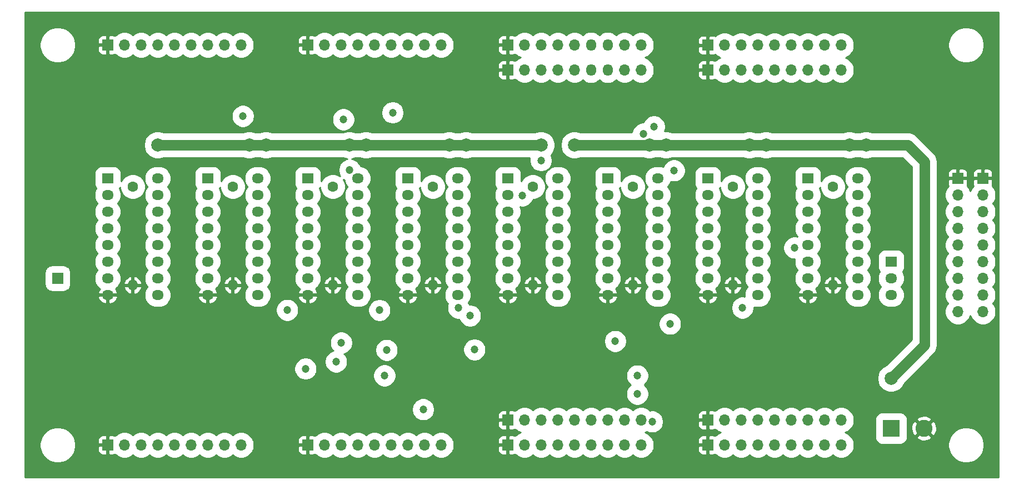
<source format=gbr>
%TF.GenerationSoftware,KiCad,Pcbnew,(5.1.8)-1*%
%TF.CreationDate,2022-11-23T21:50:43+03:00*%
%TF.ProjectId,MUX8x1-v3,4d555838-7831-42d7-9633-2e6b69636164,rev?*%
%TF.SameCoordinates,Original*%
%TF.FileFunction,Copper,L3,Inr*%
%TF.FilePolarity,Positive*%
%FSLAX46Y46*%
G04 Gerber Fmt 4.6, Leading zero omitted, Abs format (unit mm)*
G04 Created by KiCad (PCBNEW (5.1.8)-1) date 2022-11-23 21:50:43*
%MOMM*%
%LPD*%
G01*
G04 APERTURE LIST*
%TA.AperFunction,ComponentPad*%
%ADD10O,1.700000X1.700000*%
%TD*%
%TA.AperFunction,ComponentPad*%
%ADD11R,1.700000X1.700000*%
%TD*%
%TA.AperFunction,ComponentPad*%
%ADD12O,1.500000X1.800000*%
%TD*%
%TA.AperFunction,ComponentPad*%
%ADD13O,1.600000X1.600000*%
%TD*%
%TA.AperFunction,ComponentPad*%
%ADD14C,1.600000*%
%TD*%
%TA.AperFunction,ComponentPad*%
%ADD15O,1.800000X1.500000*%
%TD*%
%TA.AperFunction,ComponentPad*%
%ADD16R,1.800000X1.500000*%
%TD*%
%TA.AperFunction,ComponentPad*%
%ADD17C,2.600000*%
%TD*%
%TA.AperFunction,ComponentPad*%
%ADD18R,2.600000X2.600000*%
%TD*%
%TA.AperFunction,ViaPad*%
%ADD19C,2.000000*%
%TD*%
%TA.AperFunction,ViaPad*%
%ADD20C,1.200000*%
%TD*%
%TA.AperFunction,Conductor*%
%ADD21C,1.600000*%
%TD*%
%TA.AperFunction,Conductor*%
%ADD22C,0.254000*%
%TD*%
%TA.AperFunction,Conductor*%
%ADD23C,0.100000*%
%TD*%
G04 APERTURE END LIST*
D10*
%TO.N,/O7*%
%TO.C,J21*%
X171450000Y-78740000D03*
%TO.N,/O6*%
X171450000Y-76200000D03*
%TO.N,/O5*%
X171450000Y-73660000D03*
%TO.N,/O4*%
X171450000Y-71120000D03*
%TO.N,/O3*%
X171450000Y-68580000D03*
%TO.N,/O2*%
X171450000Y-66040000D03*
%TO.N,/O1*%
X171450000Y-63500000D03*
%TO.N,/O0*%
X171450000Y-60960000D03*
D11*
%TO.N,GND*%
X171450000Y-58420000D03*
%TD*%
D10*
%TO.N,/O7*%
%TO.C,J19*%
X167640000Y-78740000D03*
%TO.N,/O6*%
X167640000Y-76200000D03*
%TO.N,/O5*%
X167640000Y-73660000D03*
%TO.N,/O4*%
X167640000Y-71120000D03*
%TO.N,/O3*%
X167640000Y-68580000D03*
%TO.N,/O2*%
X167640000Y-66040000D03*
%TO.N,/O1*%
X167640000Y-63500000D03*
%TO.N,/O0*%
X167640000Y-60960000D03*
D11*
%TO.N,GND*%
X167640000Y-58420000D03*
%TD*%
D10*
%TO.N,/H7*%
%TO.C,J18*%
X149860000Y-95250000D03*
%TO.N,/H6*%
X147320000Y-95250000D03*
%TO.N,/H5*%
X144780000Y-95250000D03*
%TO.N,/H4*%
X142240000Y-95250000D03*
%TO.N,/H3*%
X139700000Y-95250000D03*
%TO.N,/H2*%
X137160000Y-95250000D03*
%TO.N,/H1*%
X134620000Y-95250000D03*
%TO.N,/H0*%
X132080000Y-95250000D03*
D11*
%TO.N,GND*%
X129540000Y-95250000D03*
%TD*%
D10*
%TO.N,/H7*%
%TO.C,J16*%
X149860000Y-99060000D03*
%TO.N,/H6*%
X147320000Y-99060000D03*
%TO.N,/H5*%
X144780000Y-99060000D03*
%TO.N,/H4*%
X142240000Y-99060000D03*
%TO.N,/H3*%
X139700000Y-99060000D03*
%TO.N,/H2*%
X137160000Y-99060000D03*
%TO.N,/H1*%
X134620000Y-99060000D03*
%TO.N,/H0*%
X132080000Y-99060000D03*
D11*
%TO.N,GND*%
X129540000Y-99060000D03*
%TD*%
D10*
%TO.N,/D7*%
%TO.C,J15*%
X58420000Y-38100000D03*
%TO.N,/D6*%
X55880000Y-38100000D03*
%TO.N,/D5*%
X53340000Y-38100000D03*
%TO.N,/D4*%
X50800000Y-38100000D03*
%TO.N,/D3*%
X48260000Y-38100000D03*
%TO.N,/D2*%
X45720000Y-38100000D03*
%TO.N,/D1*%
X43180000Y-38100000D03*
%TO.N,/D0*%
X40640000Y-38100000D03*
D11*
%TO.N,GND*%
X38100000Y-38100000D03*
%TD*%
D10*
%TO.N,/G7*%
%TO.C,J14*%
X119380000Y-99060000D03*
%TO.N,/G6*%
X116840000Y-99060000D03*
%TO.N,/G5*%
X114300000Y-99060000D03*
%TO.N,/G4*%
X111760000Y-99060000D03*
%TO.N,/G3*%
X109220000Y-99060000D03*
%TO.N,/G2*%
X106680000Y-99060000D03*
%TO.N,/G1*%
X104140000Y-99060000D03*
%TO.N,/G0*%
X101600000Y-99060000D03*
D11*
%TO.N,GND*%
X99060000Y-99060000D03*
%TD*%
D10*
%TO.N,/G7*%
%TO.C,J12*%
X119380000Y-95250000D03*
%TO.N,/G6*%
X116840000Y-95250000D03*
%TO.N,/G5*%
X114300000Y-95250000D03*
%TO.N,/G4*%
X111760000Y-95250000D03*
%TO.N,/G3*%
X109220000Y-95250000D03*
%TO.N,/G2*%
X106680000Y-95250000D03*
%TO.N,/G1*%
X104140000Y-95250000D03*
%TO.N,/G0*%
X101600000Y-95250000D03*
D11*
%TO.N,GND*%
X99060000Y-95250000D03*
%TD*%
D10*
%TO.N,/C7*%
%TO.C,J11*%
X88900000Y-38100000D03*
%TO.N,/C6*%
X86360000Y-38100000D03*
%TO.N,/C5*%
X83820000Y-38100000D03*
%TO.N,/C4*%
X81280000Y-38100000D03*
%TO.N,/C3*%
X78740000Y-38100000D03*
%TO.N,/C2*%
X76200000Y-38100000D03*
%TO.N,/C1*%
X73660000Y-38100000D03*
%TO.N,/C0*%
X71120000Y-38100000D03*
D11*
%TO.N,GND*%
X68580000Y-38100000D03*
%TD*%
D10*
%TO.N,/F7*%
%TO.C,J8*%
X149860000Y-38140000D03*
%TO.N,/F6*%
X147320000Y-38140000D03*
%TO.N,/F5*%
X144780000Y-38140000D03*
%TO.N,/F4*%
X142240000Y-38140000D03*
%TO.N,/F3*%
X139700000Y-38140000D03*
%TO.N,/F2*%
X137160000Y-38140000D03*
%TO.N,/F1*%
X134620000Y-38140000D03*
%TO.N,/F0*%
X132080000Y-38140000D03*
D11*
%TO.N,GND*%
X129540000Y-38140000D03*
%TD*%
D10*
%TO.N,/F7*%
%TO.C,J6*%
X149860000Y-41910000D03*
%TO.N,/F6*%
X147320000Y-41910000D03*
%TO.N,/F5*%
X144780000Y-41910000D03*
%TO.N,/F4*%
X142240000Y-41910000D03*
%TO.N,/F3*%
X139700000Y-41910000D03*
%TO.N,/F2*%
X137160000Y-41910000D03*
%TO.N,/F1*%
X134620000Y-41910000D03*
%TO.N,/F0*%
X132080000Y-41910000D03*
D11*
%TO.N,GND*%
X129540000Y-41910000D03*
%TD*%
D10*
%TO.N,/B7*%
%TO.C,J5*%
X88900000Y-99060000D03*
%TO.N,/B6*%
X86360000Y-99060000D03*
%TO.N,/B5*%
X83820000Y-99060000D03*
%TO.N,/B4*%
X81280000Y-99060000D03*
%TO.N,/B3*%
X78740000Y-99060000D03*
%TO.N,/B2*%
X76200000Y-99060000D03*
%TO.N,/B1*%
X73660000Y-99060000D03*
%TO.N,/B0*%
X71120000Y-99060000D03*
D11*
%TO.N,GND*%
X68580000Y-99060000D03*
%TD*%
D10*
%TO.N,/E7*%
%TO.C,J4*%
X119380000Y-38100000D03*
%TO.N,/E6*%
X116840000Y-38100000D03*
D12*
%TO.N,/E5*%
X114300000Y-38100000D03*
%TO.N,/E4*%
X111760000Y-38100000D03*
D10*
%TO.N,/E3*%
X109220000Y-38100000D03*
%TO.N,/E2*%
X106680000Y-38100000D03*
%TO.N,/E1*%
X104140000Y-38100000D03*
%TO.N,/E0*%
X101600000Y-38100000D03*
D11*
%TO.N,GND*%
X99060000Y-38100000D03*
%TD*%
D10*
%TO.N,/E7*%
%TO.C,J2*%
X119380000Y-41910000D03*
%TO.N,/E6*%
X116840000Y-41910000D03*
D12*
%TO.N,/E5*%
X114300000Y-41910000D03*
%TO.N,/E4*%
X111760000Y-41910000D03*
D10*
%TO.N,/E3*%
X109220000Y-41910000D03*
%TO.N,/E2*%
X106680000Y-41910000D03*
%TO.N,/E1*%
X104140000Y-41910000D03*
%TO.N,/E0*%
X101600000Y-41910000D03*
D11*
%TO.N,GND*%
X99060000Y-41910000D03*
%TD*%
D10*
%TO.N,/A7*%
%TO.C,J1*%
X58420000Y-99060000D03*
%TO.N,/A6*%
X55880000Y-99060000D03*
%TO.N,/A5*%
X53340000Y-99060000D03*
%TO.N,/A4*%
X50800000Y-99060000D03*
%TO.N,/A3*%
X48260000Y-99060000D03*
%TO.N,/A2*%
X45720000Y-99060000D03*
%TO.N,/A1*%
X43180000Y-99060000D03*
%TO.N,/A0*%
X40640000Y-99060000D03*
D11*
%TO.N,GND*%
X38100000Y-99060000D03*
%TD*%
D13*
%TO.N,GND*%
%TO.C,C8*%
X148590000Y-74690000D03*
D14*
%TO.N,VCC*%
X148590000Y-59690000D03*
%TD*%
D13*
%TO.N,GND*%
%TO.C,C7*%
X133350000Y-74690000D03*
D14*
%TO.N,VCC*%
X133350000Y-59690000D03*
%TD*%
D13*
%TO.N,GND*%
%TO.C,C6*%
X118110000Y-74690000D03*
D14*
%TO.N,VCC*%
X118110000Y-59690000D03*
%TD*%
D13*
%TO.N,GND*%
%TO.C,C5*%
X102870000Y-74690000D03*
D14*
%TO.N,VCC*%
X102870000Y-59690000D03*
%TD*%
D13*
%TO.N,GND*%
%TO.C,C4*%
X87630000Y-74690000D03*
D14*
%TO.N,VCC*%
X87630000Y-59690000D03*
%TD*%
D13*
%TO.N,GND*%
%TO.C,C3*%
X72390000Y-74690000D03*
D14*
%TO.N,VCC*%
X72390000Y-59690000D03*
%TD*%
D13*
%TO.N,GND*%
%TO.C,C2*%
X57150000Y-74690000D03*
D14*
%TO.N,VCC*%
X57150000Y-59690000D03*
%TD*%
D13*
%TO.N,GND*%
%TO.C,C1*%
X41910000Y-74690000D03*
D14*
%TO.N,VCC*%
X41910000Y-59690000D03*
%TD*%
D15*
%TO.N,VCC*%
%TO.C,U8*%
X152400000Y-58420000D03*
%TO.N,GND*%
X144780000Y-76200000D03*
%TO.N,/E7*%
X152400000Y-60960000D03*
%TO.N,/~E*%
X144780000Y-73660000D03*
%TO.N,/F7*%
X152400000Y-63500000D03*
%TO.N,Net-(U8-Pad6)*%
X144780000Y-71120000D03*
%TO.N,/G7*%
X152400000Y-66040000D03*
%TO.N,/O7*%
X144780000Y-68580000D03*
%TO.N,/H7*%
X152400000Y-68580000D03*
%TO.N,/A7*%
X144780000Y-66040000D03*
%TO.N,/S0*%
X152400000Y-71120000D03*
%TO.N,/B7*%
X144780000Y-63500000D03*
%TO.N,/S1*%
X152400000Y-73660000D03*
%TO.N,/C7*%
X144780000Y-60960000D03*
%TO.N,/S2*%
X152400000Y-76200000D03*
D16*
%TO.N,/D7*%
X144780000Y-58420000D03*
%TD*%
D15*
%TO.N,VCC*%
%TO.C,U7*%
X137160000Y-58420000D03*
%TO.N,GND*%
X129540000Y-76200000D03*
%TO.N,/E6*%
X137160000Y-60960000D03*
%TO.N,/~E*%
X129540000Y-73660000D03*
%TO.N,/F6*%
X137160000Y-63500000D03*
%TO.N,Net-(U7-Pad6)*%
X129540000Y-71120000D03*
%TO.N,/G6*%
X137160000Y-66040000D03*
%TO.N,/O6*%
X129540000Y-68580000D03*
%TO.N,/H6*%
X137160000Y-68580000D03*
%TO.N,/A6*%
X129540000Y-66040000D03*
%TO.N,/S0*%
X137160000Y-71120000D03*
%TO.N,/B6*%
X129540000Y-63500000D03*
%TO.N,/S1*%
X137160000Y-73660000D03*
%TO.N,/C6*%
X129540000Y-60960000D03*
%TO.N,/S2*%
X137160000Y-76200000D03*
D16*
%TO.N,/D6*%
X129540000Y-58420000D03*
%TD*%
D15*
%TO.N,VCC*%
%TO.C,U6*%
X121920000Y-58420000D03*
%TO.N,GND*%
X114300000Y-76200000D03*
%TO.N,/E5*%
X121920000Y-60960000D03*
%TO.N,/~E*%
X114300000Y-73660000D03*
%TO.N,/F5*%
X121920000Y-63500000D03*
%TO.N,Net-(U6-Pad6)*%
X114300000Y-71120000D03*
%TO.N,/G5*%
X121920000Y-66040000D03*
%TO.N,/O5*%
X114300000Y-68580000D03*
%TO.N,/H5*%
X121920000Y-68580000D03*
%TO.N,/A5*%
X114300000Y-66040000D03*
%TO.N,/S0*%
X121920000Y-71120000D03*
%TO.N,/B5*%
X114300000Y-63500000D03*
%TO.N,/S1*%
X121920000Y-73660000D03*
%TO.N,/C5*%
X114300000Y-60960000D03*
%TO.N,/S2*%
X121920000Y-76200000D03*
D16*
%TO.N,/D5*%
X114300000Y-58420000D03*
%TD*%
D15*
%TO.N,VCC*%
%TO.C,U5*%
X106680000Y-58420000D03*
%TO.N,GND*%
X99060000Y-76200000D03*
%TO.N,/E4*%
X106680000Y-60960000D03*
%TO.N,/~E*%
X99060000Y-73660000D03*
%TO.N,/F4*%
X106680000Y-63500000D03*
%TO.N,Net-(U5-Pad6)*%
X99060000Y-71120000D03*
%TO.N,/G4*%
X106680000Y-66040000D03*
%TO.N,/O4*%
X99060000Y-68580000D03*
%TO.N,/H4*%
X106680000Y-68580000D03*
%TO.N,/A4*%
X99060000Y-66040000D03*
%TO.N,/S0*%
X106680000Y-71120000D03*
%TO.N,/B4*%
X99060000Y-63500000D03*
%TO.N,/S1*%
X106680000Y-73660000D03*
%TO.N,/C4*%
X99060000Y-60960000D03*
%TO.N,/S2*%
X106680000Y-76200000D03*
D16*
%TO.N,/D4*%
X99060000Y-58420000D03*
%TD*%
D15*
%TO.N,VCC*%
%TO.C,U4*%
X91440000Y-58420000D03*
%TO.N,GND*%
X83820000Y-76200000D03*
%TO.N,/E3*%
X91440000Y-60960000D03*
%TO.N,/~E*%
X83820000Y-73660000D03*
%TO.N,/F3*%
X91440000Y-63500000D03*
%TO.N,Net-(U4-Pad6)*%
X83820000Y-71120000D03*
%TO.N,/G3*%
X91440000Y-66040000D03*
%TO.N,/O3*%
X83820000Y-68580000D03*
%TO.N,/H3*%
X91440000Y-68580000D03*
%TO.N,/A3*%
X83820000Y-66040000D03*
%TO.N,/S0*%
X91440000Y-71120000D03*
%TO.N,/B3*%
X83820000Y-63500000D03*
%TO.N,/S1*%
X91440000Y-73660000D03*
%TO.N,/C3*%
X83820000Y-60960000D03*
%TO.N,/S2*%
X91440000Y-76200000D03*
D16*
%TO.N,/D3*%
X83820000Y-58420000D03*
%TD*%
D15*
%TO.N,VCC*%
%TO.C,U3*%
X76200000Y-58420000D03*
%TO.N,GND*%
X68580000Y-76200000D03*
%TO.N,/E2*%
X76200000Y-60960000D03*
%TO.N,/~E*%
X68580000Y-73660000D03*
%TO.N,/F2*%
X76200000Y-63500000D03*
%TO.N,Net-(U3-Pad6)*%
X68580000Y-71120000D03*
%TO.N,/G2*%
X76200000Y-66040000D03*
%TO.N,/O2*%
X68580000Y-68580000D03*
%TO.N,/H2*%
X76200000Y-68580000D03*
%TO.N,/A2*%
X68580000Y-66040000D03*
%TO.N,/S0*%
X76200000Y-71120000D03*
%TO.N,/B2*%
X68580000Y-63500000D03*
%TO.N,/S1*%
X76200000Y-73660000D03*
%TO.N,/C2*%
X68580000Y-60960000D03*
%TO.N,/S2*%
X76200000Y-76200000D03*
D16*
%TO.N,/D2*%
X68580000Y-58420000D03*
%TD*%
D15*
%TO.N,VCC*%
%TO.C,U2*%
X60960000Y-58420000D03*
%TO.N,GND*%
X53340000Y-76200000D03*
%TO.N,/E1*%
X60960000Y-60960000D03*
%TO.N,/~E*%
X53340000Y-73660000D03*
%TO.N,/F1*%
X60960000Y-63500000D03*
%TO.N,Net-(U2-Pad6)*%
X53340000Y-71120000D03*
%TO.N,/G1*%
X60960000Y-66040000D03*
%TO.N,/O1*%
X53340000Y-68580000D03*
%TO.N,/H1*%
X60960000Y-68580000D03*
%TO.N,/A1*%
X53340000Y-66040000D03*
%TO.N,/S0*%
X60960000Y-71120000D03*
%TO.N,/B1*%
X53340000Y-63500000D03*
%TO.N,/S1*%
X60960000Y-73660000D03*
%TO.N,/C1*%
X53340000Y-60960000D03*
%TO.N,/S2*%
X60960000Y-76200000D03*
D16*
%TO.N,/D1*%
X53340000Y-58420000D03*
%TD*%
D15*
%TO.N,VCC*%
%TO.C,U1*%
X45720000Y-58420000D03*
%TO.N,GND*%
X38100000Y-76200000D03*
%TO.N,/E0*%
X45720000Y-60960000D03*
%TO.N,/~E*%
X38100000Y-73660000D03*
%TO.N,/F0*%
X45720000Y-63500000D03*
%TO.N,Net-(U1-Pad6)*%
X38100000Y-71120000D03*
%TO.N,/G0*%
X45720000Y-66040000D03*
%TO.N,/O0*%
X38100000Y-68580000D03*
%TO.N,/H0*%
X45720000Y-68580000D03*
%TO.N,/A0*%
X38100000Y-66040000D03*
%TO.N,/S0*%
X45720000Y-71120000D03*
%TO.N,/B0*%
X38100000Y-63500000D03*
%TO.N,/S1*%
X45720000Y-73660000D03*
%TO.N,/C0*%
X38100000Y-60960000D03*
%TO.N,/S2*%
X45720000Y-76200000D03*
D16*
%TO.N,/D0*%
X38100000Y-58420000D03*
%TD*%
D11*
%TO.N,/~E*%
%TO.C,J20*%
X30480000Y-73660000D03*
%TD*%
D15*
%TO.N,/S2*%
%TO.C,J10*%
X157480000Y-76200000D03*
%TO.N,/S1*%
X157480000Y-73660000D03*
D16*
%TO.N,/S0*%
X157480000Y-71120000D03*
%TD*%
D17*
%TO.N,GND*%
%TO.C,J9*%
X162480000Y-96520000D03*
D18*
%TO.N,VCC*%
X157480000Y-96520000D03*
%TD*%
D19*
%TO.N,GND*%
X171450000Y-54610000D03*
X144780000Y-80010000D03*
X129540000Y-80010000D03*
X114300000Y-80010000D03*
X99060000Y-80010000D03*
X83820000Y-80010000D03*
X68580000Y-80010000D03*
X53340000Y-80010000D03*
X38100000Y-80010000D03*
X38100000Y-95250000D03*
X68580000Y-95250000D03*
X95250000Y-99060000D03*
X125730000Y-99060000D03*
X125730000Y-41910000D03*
X95250000Y-41910000D03*
X68580000Y-41910000D03*
X38100000Y-41910000D03*
X170180000Y-88900000D03*
%TO.N,VCC*%
X157480000Y-88900000D03*
X151130000Y-53340000D03*
X138430000Y-53340000D03*
X123190000Y-53340000D03*
X109220000Y-53340000D03*
X92710000Y-53340000D03*
X77470000Y-53340000D03*
X59690000Y-53340000D03*
X45720000Y-53340000D03*
X153670000Y-53340000D03*
X135890000Y-53340000D03*
X120650000Y-53340000D03*
X104140000Y-53340000D03*
X90170000Y-53340000D03*
X74930000Y-53340000D03*
X62230000Y-53340000D03*
D20*
%TO.N,/A6*%
X121047400Y-95492800D03*
%TO.N,/A5*%
X118812900Y-88501900D03*
%TO.N,/A4*%
X86160600Y-93622200D03*
%TO.N,/A3*%
X80277400Y-88482200D03*
%TO.N,/E2*%
X81507700Y-48395900D03*
%TO.N,/B6*%
X118813500Y-91283200D03*
%TO.N,/F3*%
X124390300Y-57219700D03*
%TO.N,/F2*%
X119702800Y-51652700D03*
%TO.N,/F1*%
X121368200Y-50515400D03*
%TO.N,/C6*%
X104111300Y-55672600D03*
%TO.N,/C5*%
X101288200Y-61040800D03*
%TO.N,/C0*%
X58707800Y-48938500D03*
%TO.N,/G3*%
X93975900Y-84526300D03*
%TO.N,/G2*%
X80588500Y-84595800D03*
%TO.N,/G1*%
X72886000Y-86381400D03*
%TO.N,/G0*%
X68229700Y-87431800D03*
%TO.N,/D6*%
X74023800Y-49446300D03*
%TO.N,/D4*%
X74976200Y-57170000D03*
%TO.N,/H6*%
X142756400Y-68993800D03*
%TO.N,/H5*%
X123777100Y-80592000D03*
%TO.N,/H4*%
X115436200Y-83238000D03*
%TO.N,/H3*%
X93293600Y-79361700D03*
%TO.N,/H2*%
X79502200Y-78515100D03*
%TO.N,/H1*%
X65446900Y-78506000D03*
%TO.N,/O6*%
X134829700Y-78150300D03*
%TO.N,/O3*%
X91542700Y-78150400D03*
%TO.N,/O2*%
X73692200Y-83476000D03*
%TD*%
D21*
%TO.N,GND*%
X162480000Y-96520000D02*
X162560000Y-96520000D01*
%TO.N,VCC*%
X151130000Y-53340000D02*
X153670000Y-53340000D01*
X138430000Y-53340000D02*
X151130000Y-53340000D01*
X135890000Y-53340000D02*
X138430000Y-53340000D01*
X123190000Y-53340000D02*
X135890000Y-53340000D01*
X120650000Y-53340000D02*
X123190000Y-53340000D01*
X92710000Y-53340000D02*
X104140000Y-53340000D01*
X90170000Y-53340000D02*
X92710000Y-53340000D01*
X77470000Y-53340000D02*
X90170000Y-53340000D01*
X74930000Y-53340000D02*
X77470000Y-53340000D01*
X59690000Y-53340000D02*
X62230000Y-53340000D01*
X45720000Y-53340000D02*
X59690000Y-53340000D01*
X109220000Y-53340000D02*
X120650000Y-53340000D01*
X62230000Y-53340000D02*
X74930000Y-53340000D01*
X153670000Y-53340000D02*
X160020000Y-53340000D01*
X160020000Y-53340000D02*
X162560000Y-55880000D01*
X162560000Y-55880000D02*
X162560000Y-83820000D01*
X162560000Y-83820000D02*
X157480000Y-88900000D01*
%TD*%
D22*
%TO.N,GND*%
X173863000Y-104013000D02*
X25527000Y-104013000D01*
X25527000Y-98789838D01*
X27737000Y-98789838D01*
X27737000Y-99330162D01*
X27842412Y-99860104D01*
X28049185Y-100359298D01*
X28349373Y-100808560D01*
X28731440Y-101190627D01*
X29180702Y-101490815D01*
X29679896Y-101697588D01*
X30209838Y-101803000D01*
X30750162Y-101803000D01*
X31280104Y-101697588D01*
X31779298Y-101490815D01*
X32228560Y-101190627D01*
X32610627Y-100808560D01*
X32910815Y-100359298D01*
X33096920Y-99910000D01*
X36611928Y-99910000D01*
X36624188Y-100034482D01*
X36660498Y-100154180D01*
X36719463Y-100264494D01*
X36798815Y-100361185D01*
X36895506Y-100440537D01*
X37005820Y-100499502D01*
X37125518Y-100535812D01*
X37250000Y-100548072D01*
X37814250Y-100545000D01*
X37973000Y-100386250D01*
X37973000Y-99187000D01*
X36773750Y-99187000D01*
X36615000Y-99345750D01*
X36611928Y-99910000D01*
X33096920Y-99910000D01*
X33117588Y-99860104D01*
X33223000Y-99330162D01*
X33223000Y-98789838D01*
X33117588Y-98259896D01*
X33096921Y-98210000D01*
X36611928Y-98210000D01*
X36615000Y-98774250D01*
X36773750Y-98933000D01*
X37973000Y-98933000D01*
X37973000Y-97733750D01*
X38227000Y-97733750D01*
X38227000Y-98933000D01*
X38247000Y-98933000D01*
X38247000Y-99187000D01*
X38227000Y-99187000D01*
X38227000Y-100386250D01*
X38385750Y-100545000D01*
X38950000Y-100548072D01*
X39074482Y-100535812D01*
X39194180Y-100499502D01*
X39237708Y-100476235D01*
X39369537Y-100608064D01*
X39695961Y-100826173D01*
X40058663Y-100976410D01*
X40443707Y-101053000D01*
X40836293Y-101053000D01*
X41221337Y-100976410D01*
X41584039Y-100826173D01*
X41910000Y-100608373D01*
X42235961Y-100826173D01*
X42598663Y-100976410D01*
X42983707Y-101053000D01*
X43376293Y-101053000D01*
X43761337Y-100976410D01*
X44124039Y-100826173D01*
X44450000Y-100608373D01*
X44775961Y-100826173D01*
X45138663Y-100976410D01*
X45523707Y-101053000D01*
X45916293Y-101053000D01*
X46301337Y-100976410D01*
X46664039Y-100826173D01*
X46990000Y-100608373D01*
X47315961Y-100826173D01*
X47678663Y-100976410D01*
X48063707Y-101053000D01*
X48456293Y-101053000D01*
X48841337Y-100976410D01*
X49204039Y-100826173D01*
X49530000Y-100608373D01*
X49855961Y-100826173D01*
X50218663Y-100976410D01*
X50603707Y-101053000D01*
X50996293Y-101053000D01*
X51381337Y-100976410D01*
X51744039Y-100826173D01*
X52070000Y-100608373D01*
X52395961Y-100826173D01*
X52758663Y-100976410D01*
X53143707Y-101053000D01*
X53536293Y-101053000D01*
X53921337Y-100976410D01*
X54284039Y-100826173D01*
X54610000Y-100608373D01*
X54935961Y-100826173D01*
X55298663Y-100976410D01*
X55683707Y-101053000D01*
X56076293Y-101053000D01*
X56461337Y-100976410D01*
X56824039Y-100826173D01*
X57150000Y-100608373D01*
X57475961Y-100826173D01*
X57838663Y-100976410D01*
X58223707Y-101053000D01*
X58616293Y-101053000D01*
X59001337Y-100976410D01*
X59364039Y-100826173D01*
X59690463Y-100608064D01*
X59968064Y-100330463D01*
X60186173Y-100004039D01*
X60225125Y-99910000D01*
X67091928Y-99910000D01*
X67104188Y-100034482D01*
X67140498Y-100154180D01*
X67199463Y-100264494D01*
X67278815Y-100361185D01*
X67375506Y-100440537D01*
X67485820Y-100499502D01*
X67605518Y-100535812D01*
X67730000Y-100548072D01*
X68294250Y-100545000D01*
X68453000Y-100386250D01*
X68453000Y-99187000D01*
X67253750Y-99187000D01*
X67095000Y-99345750D01*
X67091928Y-99910000D01*
X60225125Y-99910000D01*
X60336410Y-99641337D01*
X60413000Y-99256293D01*
X60413000Y-98863707D01*
X60336410Y-98478663D01*
X60225126Y-98210000D01*
X67091928Y-98210000D01*
X67095000Y-98774250D01*
X67253750Y-98933000D01*
X68453000Y-98933000D01*
X68453000Y-97733750D01*
X68707000Y-97733750D01*
X68707000Y-98933000D01*
X68727000Y-98933000D01*
X68727000Y-99187000D01*
X68707000Y-99187000D01*
X68707000Y-100386250D01*
X68865750Y-100545000D01*
X69430000Y-100548072D01*
X69554482Y-100535812D01*
X69674180Y-100499502D01*
X69717708Y-100476235D01*
X69849537Y-100608064D01*
X70175961Y-100826173D01*
X70538663Y-100976410D01*
X70923707Y-101053000D01*
X71316293Y-101053000D01*
X71701337Y-100976410D01*
X72064039Y-100826173D01*
X72390000Y-100608373D01*
X72715961Y-100826173D01*
X73078663Y-100976410D01*
X73463707Y-101053000D01*
X73856293Y-101053000D01*
X74241337Y-100976410D01*
X74604039Y-100826173D01*
X74930000Y-100608373D01*
X75255961Y-100826173D01*
X75618663Y-100976410D01*
X76003707Y-101053000D01*
X76396293Y-101053000D01*
X76781337Y-100976410D01*
X77144039Y-100826173D01*
X77470000Y-100608373D01*
X77795961Y-100826173D01*
X78158663Y-100976410D01*
X78543707Y-101053000D01*
X78936293Y-101053000D01*
X79321337Y-100976410D01*
X79684039Y-100826173D01*
X80010000Y-100608373D01*
X80335961Y-100826173D01*
X80698663Y-100976410D01*
X81083707Y-101053000D01*
X81476293Y-101053000D01*
X81861337Y-100976410D01*
X82224039Y-100826173D01*
X82550000Y-100608373D01*
X82875961Y-100826173D01*
X83238663Y-100976410D01*
X83623707Y-101053000D01*
X84016293Y-101053000D01*
X84401337Y-100976410D01*
X84764039Y-100826173D01*
X85090000Y-100608373D01*
X85415961Y-100826173D01*
X85778663Y-100976410D01*
X86163707Y-101053000D01*
X86556293Y-101053000D01*
X86941337Y-100976410D01*
X87304039Y-100826173D01*
X87630000Y-100608373D01*
X87955961Y-100826173D01*
X88318663Y-100976410D01*
X88703707Y-101053000D01*
X89096293Y-101053000D01*
X89481337Y-100976410D01*
X89844039Y-100826173D01*
X90170463Y-100608064D01*
X90448064Y-100330463D01*
X90666173Y-100004039D01*
X90705125Y-99910000D01*
X97571928Y-99910000D01*
X97584188Y-100034482D01*
X97620498Y-100154180D01*
X97679463Y-100264494D01*
X97758815Y-100361185D01*
X97855506Y-100440537D01*
X97965820Y-100499502D01*
X98085518Y-100535812D01*
X98210000Y-100548072D01*
X98774250Y-100545000D01*
X98933000Y-100386250D01*
X98933000Y-99187000D01*
X97733750Y-99187000D01*
X97575000Y-99345750D01*
X97571928Y-99910000D01*
X90705125Y-99910000D01*
X90816410Y-99641337D01*
X90893000Y-99256293D01*
X90893000Y-98863707D01*
X90816410Y-98478663D01*
X90705126Y-98210000D01*
X97571928Y-98210000D01*
X97575000Y-98774250D01*
X97733750Y-98933000D01*
X98933000Y-98933000D01*
X98933000Y-97733750D01*
X98774250Y-97575000D01*
X98210000Y-97571928D01*
X98085518Y-97584188D01*
X97965820Y-97620498D01*
X97855506Y-97679463D01*
X97758815Y-97758815D01*
X97679463Y-97855506D01*
X97620498Y-97965820D01*
X97584188Y-98085518D01*
X97571928Y-98210000D01*
X90705126Y-98210000D01*
X90666173Y-98115961D01*
X90448064Y-97789537D01*
X90170463Y-97511936D01*
X89844039Y-97293827D01*
X89481337Y-97143590D01*
X89096293Y-97067000D01*
X88703707Y-97067000D01*
X88318663Y-97143590D01*
X87955961Y-97293827D01*
X87630000Y-97511627D01*
X87304039Y-97293827D01*
X86941337Y-97143590D01*
X86556293Y-97067000D01*
X86163707Y-97067000D01*
X85778663Y-97143590D01*
X85415961Y-97293827D01*
X85090000Y-97511627D01*
X84764039Y-97293827D01*
X84401337Y-97143590D01*
X84016293Y-97067000D01*
X83623707Y-97067000D01*
X83238663Y-97143590D01*
X82875961Y-97293827D01*
X82550000Y-97511627D01*
X82224039Y-97293827D01*
X81861337Y-97143590D01*
X81476293Y-97067000D01*
X81083707Y-97067000D01*
X80698663Y-97143590D01*
X80335961Y-97293827D01*
X80010000Y-97511627D01*
X79684039Y-97293827D01*
X79321337Y-97143590D01*
X78936293Y-97067000D01*
X78543707Y-97067000D01*
X78158663Y-97143590D01*
X77795961Y-97293827D01*
X77470000Y-97511627D01*
X77144039Y-97293827D01*
X76781337Y-97143590D01*
X76396293Y-97067000D01*
X76003707Y-97067000D01*
X75618663Y-97143590D01*
X75255961Y-97293827D01*
X74930000Y-97511627D01*
X74604039Y-97293827D01*
X74241337Y-97143590D01*
X73856293Y-97067000D01*
X73463707Y-97067000D01*
X73078663Y-97143590D01*
X72715961Y-97293827D01*
X72390000Y-97511627D01*
X72064039Y-97293827D01*
X71701337Y-97143590D01*
X71316293Y-97067000D01*
X70923707Y-97067000D01*
X70538663Y-97143590D01*
X70175961Y-97293827D01*
X69849537Y-97511936D01*
X69717708Y-97643765D01*
X69674180Y-97620498D01*
X69554482Y-97584188D01*
X69430000Y-97571928D01*
X68865750Y-97575000D01*
X68707000Y-97733750D01*
X68453000Y-97733750D01*
X68294250Y-97575000D01*
X67730000Y-97571928D01*
X67605518Y-97584188D01*
X67485820Y-97620498D01*
X67375506Y-97679463D01*
X67278815Y-97758815D01*
X67199463Y-97855506D01*
X67140498Y-97965820D01*
X67104188Y-98085518D01*
X67091928Y-98210000D01*
X60225126Y-98210000D01*
X60186173Y-98115961D01*
X59968064Y-97789537D01*
X59690463Y-97511936D01*
X59364039Y-97293827D01*
X59001337Y-97143590D01*
X58616293Y-97067000D01*
X58223707Y-97067000D01*
X57838663Y-97143590D01*
X57475961Y-97293827D01*
X57150000Y-97511627D01*
X56824039Y-97293827D01*
X56461337Y-97143590D01*
X56076293Y-97067000D01*
X55683707Y-97067000D01*
X55298663Y-97143590D01*
X54935961Y-97293827D01*
X54610000Y-97511627D01*
X54284039Y-97293827D01*
X53921337Y-97143590D01*
X53536293Y-97067000D01*
X53143707Y-97067000D01*
X52758663Y-97143590D01*
X52395961Y-97293827D01*
X52070000Y-97511627D01*
X51744039Y-97293827D01*
X51381337Y-97143590D01*
X50996293Y-97067000D01*
X50603707Y-97067000D01*
X50218663Y-97143590D01*
X49855961Y-97293827D01*
X49530000Y-97511627D01*
X49204039Y-97293827D01*
X48841337Y-97143590D01*
X48456293Y-97067000D01*
X48063707Y-97067000D01*
X47678663Y-97143590D01*
X47315961Y-97293827D01*
X46990000Y-97511627D01*
X46664039Y-97293827D01*
X46301337Y-97143590D01*
X45916293Y-97067000D01*
X45523707Y-97067000D01*
X45138663Y-97143590D01*
X44775961Y-97293827D01*
X44450000Y-97511627D01*
X44124039Y-97293827D01*
X43761337Y-97143590D01*
X43376293Y-97067000D01*
X42983707Y-97067000D01*
X42598663Y-97143590D01*
X42235961Y-97293827D01*
X41910000Y-97511627D01*
X41584039Y-97293827D01*
X41221337Y-97143590D01*
X40836293Y-97067000D01*
X40443707Y-97067000D01*
X40058663Y-97143590D01*
X39695961Y-97293827D01*
X39369537Y-97511936D01*
X39237708Y-97643765D01*
X39194180Y-97620498D01*
X39074482Y-97584188D01*
X38950000Y-97571928D01*
X38385750Y-97575000D01*
X38227000Y-97733750D01*
X37973000Y-97733750D01*
X37814250Y-97575000D01*
X37250000Y-97571928D01*
X37125518Y-97584188D01*
X37005820Y-97620498D01*
X36895506Y-97679463D01*
X36798815Y-97758815D01*
X36719463Y-97855506D01*
X36660498Y-97965820D01*
X36624188Y-98085518D01*
X36611928Y-98210000D01*
X33096921Y-98210000D01*
X32910815Y-97760702D01*
X32610627Y-97311440D01*
X32228560Y-96929373D01*
X31779298Y-96629185D01*
X31280104Y-96422412D01*
X30750162Y-96317000D01*
X30209838Y-96317000D01*
X29679896Y-96422412D01*
X29180702Y-96629185D01*
X28731440Y-96929373D01*
X28349373Y-97311440D01*
X28049185Y-97760702D01*
X27842412Y-98259896D01*
X27737000Y-98789838D01*
X25527000Y-98789838D01*
X25527000Y-96100000D01*
X97571928Y-96100000D01*
X97584188Y-96224482D01*
X97620498Y-96344180D01*
X97679463Y-96454494D01*
X97758815Y-96551185D01*
X97855506Y-96630537D01*
X97965820Y-96689502D01*
X98085518Y-96725812D01*
X98210000Y-96738072D01*
X98774250Y-96735000D01*
X98933000Y-96576250D01*
X98933000Y-95377000D01*
X97733750Y-95377000D01*
X97575000Y-95535750D01*
X97571928Y-96100000D01*
X25527000Y-96100000D01*
X25527000Y-93450529D01*
X84417600Y-93450529D01*
X84417600Y-93793871D01*
X84484582Y-94130614D01*
X84615973Y-94447820D01*
X84806723Y-94733298D01*
X85049502Y-94976077D01*
X85334980Y-95166827D01*
X85652186Y-95298218D01*
X85988929Y-95365200D01*
X86332271Y-95365200D01*
X86669014Y-95298218D01*
X86986220Y-95166827D01*
X87271698Y-94976077D01*
X87514477Y-94733298D01*
X87705227Y-94447820D01*
X87725034Y-94400000D01*
X97571928Y-94400000D01*
X97575000Y-94964250D01*
X97733750Y-95123000D01*
X98933000Y-95123000D01*
X98933000Y-93923750D01*
X99187000Y-93923750D01*
X99187000Y-95123000D01*
X99207000Y-95123000D01*
X99207000Y-95377000D01*
X99187000Y-95377000D01*
X99187000Y-96576250D01*
X99345750Y-96735000D01*
X99910000Y-96738072D01*
X100034482Y-96725812D01*
X100154180Y-96689502D01*
X100197708Y-96666235D01*
X100329537Y-96798064D01*
X100655961Y-97016173D01*
X100991117Y-97155000D01*
X100655961Y-97293827D01*
X100329537Y-97511936D01*
X100197708Y-97643765D01*
X100154180Y-97620498D01*
X100034482Y-97584188D01*
X99910000Y-97571928D01*
X99345750Y-97575000D01*
X99187000Y-97733750D01*
X99187000Y-98933000D01*
X99207000Y-98933000D01*
X99207000Y-99187000D01*
X99187000Y-99187000D01*
X99187000Y-100386250D01*
X99345750Y-100545000D01*
X99910000Y-100548072D01*
X100034482Y-100535812D01*
X100154180Y-100499502D01*
X100197708Y-100476235D01*
X100329537Y-100608064D01*
X100655961Y-100826173D01*
X101018663Y-100976410D01*
X101403707Y-101053000D01*
X101796293Y-101053000D01*
X102181337Y-100976410D01*
X102544039Y-100826173D01*
X102870000Y-100608373D01*
X103195961Y-100826173D01*
X103558663Y-100976410D01*
X103943707Y-101053000D01*
X104336293Y-101053000D01*
X104721337Y-100976410D01*
X105084039Y-100826173D01*
X105410000Y-100608373D01*
X105735961Y-100826173D01*
X106098663Y-100976410D01*
X106483707Y-101053000D01*
X106876293Y-101053000D01*
X107261337Y-100976410D01*
X107624039Y-100826173D01*
X107950000Y-100608373D01*
X108275961Y-100826173D01*
X108638663Y-100976410D01*
X109023707Y-101053000D01*
X109416293Y-101053000D01*
X109801337Y-100976410D01*
X110164039Y-100826173D01*
X110490000Y-100608373D01*
X110815961Y-100826173D01*
X111178663Y-100976410D01*
X111563707Y-101053000D01*
X111956293Y-101053000D01*
X112341337Y-100976410D01*
X112704039Y-100826173D01*
X113030000Y-100608373D01*
X113355961Y-100826173D01*
X113718663Y-100976410D01*
X114103707Y-101053000D01*
X114496293Y-101053000D01*
X114881337Y-100976410D01*
X115244039Y-100826173D01*
X115570000Y-100608373D01*
X115895961Y-100826173D01*
X116258663Y-100976410D01*
X116643707Y-101053000D01*
X117036293Y-101053000D01*
X117421337Y-100976410D01*
X117784039Y-100826173D01*
X118110000Y-100608373D01*
X118435961Y-100826173D01*
X118798663Y-100976410D01*
X119183707Y-101053000D01*
X119576293Y-101053000D01*
X119961337Y-100976410D01*
X120324039Y-100826173D01*
X120650463Y-100608064D01*
X120928064Y-100330463D01*
X121146173Y-100004039D01*
X121185125Y-99910000D01*
X128051928Y-99910000D01*
X128064188Y-100034482D01*
X128100498Y-100154180D01*
X128159463Y-100264494D01*
X128238815Y-100361185D01*
X128335506Y-100440537D01*
X128445820Y-100499502D01*
X128565518Y-100535812D01*
X128690000Y-100548072D01*
X129254250Y-100545000D01*
X129413000Y-100386250D01*
X129413000Y-99187000D01*
X128213750Y-99187000D01*
X128055000Y-99345750D01*
X128051928Y-99910000D01*
X121185125Y-99910000D01*
X121296410Y-99641337D01*
X121373000Y-99256293D01*
X121373000Y-98863707D01*
X121296410Y-98478663D01*
X121185126Y-98210000D01*
X128051928Y-98210000D01*
X128055000Y-98774250D01*
X128213750Y-98933000D01*
X129413000Y-98933000D01*
X129413000Y-97733750D01*
X129254250Y-97575000D01*
X128690000Y-97571928D01*
X128565518Y-97584188D01*
X128445820Y-97620498D01*
X128335506Y-97679463D01*
X128238815Y-97758815D01*
X128159463Y-97855506D01*
X128100498Y-97965820D01*
X128064188Y-98085518D01*
X128051928Y-98210000D01*
X121185126Y-98210000D01*
X121146173Y-98115961D01*
X120928064Y-97789537D01*
X120650463Y-97511936D01*
X120324039Y-97293827D01*
X119988883Y-97155000D01*
X120247254Y-97047979D01*
X120538986Y-97168818D01*
X120875729Y-97235800D01*
X121219071Y-97235800D01*
X121555814Y-97168818D01*
X121873020Y-97037427D01*
X122158498Y-96846677D01*
X122401277Y-96603898D01*
X122592027Y-96318420D01*
X122682499Y-96100000D01*
X128051928Y-96100000D01*
X128064188Y-96224482D01*
X128100498Y-96344180D01*
X128159463Y-96454494D01*
X128238815Y-96551185D01*
X128335506Y-96630537D01*
X128445820Y-96689502D01*
X128565518Y-96725812D01*
X128690000Y-96738072D01*
X129254250Y-96735000D01*
X129413000Y-96576250D01*
X129413000Y-95377000D01*
X128213750Y-95377000D01*
X128055000Y-95535750D01*
X128051928Y-96100000D01*
X122682499Y-96100000D01*
X122723418Y-96001214D01*
X122790400Y-95664471D01*
X122790400Y-95321129D01*
X122723418Y-94984386D01*
X122592027Y-94667180D01*
X122413504Y-94400000D01*
X128051928Y-94400000D01*
X128055000Y-94964250D01*
X128213750Y-95123000D01*
X129413000Y-95123000D01*
X129413000Y-93923750D01*
X129667000Y-93923750D01*
X129667000Y-95123000D01*
X129687000Y-95123000D01*
X129687000Y-95377000D01*
X129667000Y-95377000D01*
X129667000Y-96576250D01*
X129825750Y-96735000D01*
X130390000Y-96738072D01*
X130514482Y-96725812D01*
X130634180Y-96689502D01*
X130677708Y-96666235D01*
X130809537Y-96798064D01*
X131135961Y-97016173D01*
X131471117Y-97155000D01*
X131135961Y-97293827D01*
X130809537Y-97511936D01*
X130677708Y-97643765D01*
X130634180Y-97620498D01*
X130514482Y-97584188D01*
X130390000Y-97571928D01*
X129825750Y-97575000D01*
X129667000Y-97733750D01*
X129667000Y-98933000D01*
X129687000Y-98933000D01*
X129687000Y-99187000D01*
X129667000Y-99187000D01*
X129667000Y-100386250D01*
X129825750Y-100545000D01*
X130390000Y-100548072D01*
X130514482Y-100535812D01*
X130634180Y-100499502D01*
X130677708Y-100476235D01*
X130809537Y-100608064D01*
X131135961Y-100826173D01*
X131498663Y-100976410D01*
X131883707Y-101053000D01*
X132276293Y-101053000D01*
X132661337Y-100976410D01*
X133024039Y-100826173D01*
X133350000Y-100608373D01*
X133675961Y-100826173D01*
X134038663Y-100976410D01*
X134423707Y-101053000D01*
X134816293Y-101053000D01*
X135201337Y-100976410D01*
X135564039Y-100826173D01*
X135890000Y-100608373D01*
X136215961Y-100826173D01*
X136578663Y-100976410D01*
X136963707Y-101053000D01*
X137356293Y-101053000D01*
X137741337Y-100976410D01*
X138104039Y-100826173D01*
X138430000Y-100608373D01*
X138755961Y-100826173D01*
X139118663Y-100976410D01*
X139503707Y-101053000D01*
X139896293Y-101053000D01*
X140281337Y-100976410D01*
X140644039Y-100826173D01*
X140970000Y-100608373D01*
X141295961Y-100826173D01*
X141658663Y-100976410D01*
X142043707Y-101053000D01*
X142436293Y-101053000D01*
X142821337Y-100976410D01*
X143184039Y-100826173D01*
X143510000Y-100608373D01*
X143835961Y-100826173D01*
X144198663Y-100976410D01*
X144583707Y-101053000D01*
X144976293Y-101053000D01*
X145361337Y-100976410D01*
X145724039Y-100826173D01*
X146050000Y-100608373D01*
X146375961Y-100826173D01*
X146738663Y-100976410D01*
X147123707Y-101053000D01*
X147516293Y-101053000D01*
X147901337Y-100976410D01*
X148264039Y-100826173D01*
X148590000Y-100608373D01*
X148915961Y-100826173D01*
X149278663Y-100976410D01*
X149663707Y-101053000D01*
X150056293Y-101053000D01*
X150441337Y-100976410D01*
X150804039Y-100826173D01*
X151130463Y-100608064D01*
X151408064Y-100330463D01*
X151626173Y-100004039D01*
X151776410Y-99641337D01*
X151853000Y-99256293D01*
X151853000Y-98863707D01*
X151776410Y-98478663D01*
X151626173Y-98115961D01*
X151408064Y-97789537D01*
X151130463Y-97511936D01*
X150804039Y-97293827D01*
X150468883Y-97155000D01*
X150804039Y-97016173D01*
X151130463Y-96798064D01*
X151408064Y-96520463D01*
X151626173Y-96194039D01*
X151776410Y-95831337D01*
X151853000Y-95446293D01*
X151853000Y-95220000D01*
X155031470Y-95220000D01*
X155031470Y-97820000D01*
X155053539Y-98044067D01*
X155118897Y-98259523D01*
X155225032Y-98458089D01*
X155367867Y-98632133D01*
X155541911Y-98774968D01*
X155740477Y-98881103D01*
X155955933Y-98946461D01*
X156180000Y-98968530D01*
X158780000Y-98968530D01*
X159004067Y-98946461D01*
X159219523Y-98881103D01*
X159390268Y-98789838D01*
X166167000Y-98789838D01*
X166167000Y-99330162D01*
X166272412Y-99860104D01*
X166479185Y-100359298D01*
X166779373Y-100808560D01*
X167161440Y-101190627D01*
X167610702Y-101490815D01*
X168109896Y-101697588D01*
X168639838Y-101803000D01*
X169180162Y-101803000D01*
X169710104Y-101697588D01*
X170209298Y-101490815D01*
X170658560Y-101190627D01*
X171040627Y-100808560D01*
X171340815Y-100359298D01*
X171547588Y-99860104D01*
X171653000Y-99330162D01*
X171653000Y-98789838D01*
X171547588Y-98259896D01*
X171340815Y-97760702D01*
X171040627Y-97311440D01*
X170658560Y-96929373D01*
X170209298Y-96629185D01*
X169710104Y-96422412D01*
X169180162Y-96317000D01*
X168639838Y-96317000D01*
X168109896Y-96422412D01*
X167610702Y-96629185D01*
X167161440Y-96929373D01*
X166779373Y-97311440D01*
X166479185Y-97760702D01*
X166272412Y-98259896D01*
X166167000Y-98789838D01*
X159390268Y-98789838D01*
X159418089Y-98774968D01*
X159592133Y-98632133D01*
X159734968Y-98458089D01*
X159841103Y-98259523D01*
X159906461Y-98044067D01*
X159923681Y-97869224D01*
X161310381Y-97869224D01*
X161442317Y-98164312D01*
X161783045Y-98335159D01*
X162150557Y-98436250D01*
X162530729Y-98463701D01*
X162908951Y-98416457D01*
X163270690Y-98296333D01*
X163517683Y-98164312D01*
X163649619Y-97869224D01*
X162480000Y-96699605D01*
X161310381Y-97869224D01*
X159923681Y-97869224D01*
X159928530Y-97820000D01*
X159928530Y-96570729D01*
X160536299Y-96570729D01*
X160583543Y-96948951D01*
X160703667Y-97310690D01*
X160835688Y-97557683D01*
X161130776Y-97689619D01*
X162300395Y-96520000D01*
X162659605Y-96520000D01*
X163829224Y-97689619D01*
X164124312Y-97557683D01*
X164295159Y-97216955D01*
X164396250Y-96849443D01*
X164423701Y-96469271D01*
X164376457Y-96091049D01*
X164256333Y-95729310D01*
X164124312Y-95482317D01*
X163829224Y-95350381D01*
X162659605Y-96520000D01*
X162300395Y-96520000D01*
X161130776Y-95350381D01*
X160835688Y-95482317D01*
X160664841Y-95823045D01*
X160563750Y-96190557D01*
X160536299Y-96570729D01*
X159928530Y-96570729D01*
X159928530Y-95220000D01*
X159923682Y-95170776D01*
X161310381Y-95170776D01*
X162480000Y-96340395D01*
X163649619Y-95170776D01*
X163517683Y-94875688D01*
X163176955Y-94704841D01*
X162809443Y-94603750D01*
X162429271Y-94576299D01*
X162051049Y-94623543D01*
X161689310Y-94743667D01*
X161442317Y-94875688D01*
X161310381Y-95170776D01*
X159923682Y-95170776D01*
X159906461Y-94995933D01*
X159841103Y-94780477D01*
X159734968Y-94581911D01*
X159592133Y-94407867D01*
X159418089Y-94265032D01*
X159219523Y-94158897D01*
X159004067Y-94093539D01*
X158780000Y-94071470D01*
X156180000Y-94071470D01*
X155955933Y-94093539D01*
X155740477Y-94158897D01*
X155541911Y-94265032D01*
X155367867Y-94407867D01*
X155225032Y-94581911D01*
X155118897Y-94780477D01*
X155053539Y-94995933D01*
X155031470Y-95220000D01*
X151853000Y-95220000D01*
X151853000Y-95053707D01*
X151776410Y-94668663D01*
X151626173Y-94305961D01*
X151408064Y-93979537D01*
X151130463Y-93701936D01*
X150804039Y-93483827D01*
X150441337Y-93333590D01*
X150056293Y-93257000D01*
X149663707Y-93257000D01*
X149278663Y-93333590D01*
X148915961Y-93483827D01*
X148590000Y-93701627D01*
X148264039Y-93483827D01*
X147901337Y-93333590D01*
X147516293Y-93257000D01*
X147123707Y-93257000D01*
X146738663Y-93333590D01*
X146375961Y-93483827D01*
X146050000Y-93701627D01*
X145724039Y-93483827D01*
X145361337Y-93333590D01*
X144976293Y-93257000D01*
X144583707Y-93257000D01*
X144198663Y-93333590D01*
X143835961Y-93483827D01*
X143510000Y-93701627D01*
X143184039Y-93483827D01*
X142821337Y-93333590D01*
X142436293Y-93257000D01*
X142043707Y-93257000D01*
X141658663Y-93333590D01*
X141295961Y-93483827D01*
X140970000Y-93701627D01*
X140644039Y-93483827D01*
X140281337Y-93333590D01*
X139896293Y-93257000D01*
X139503707Y-93257000D01*
X139118663Y-93333590D01*
X138755961Y-93483827D01*
X138430000Y-93701627D01*
X138104039Y-93483827D01*
X137741337Y-93333590D01*
X137356293Y-93257000D01*
X136963707Y-93257000D01*
X136578663Y-93333590D01*
X136215961Y-93483827D01*
X135890000Y-93701627D01*
X135564039Y-93483827D01*
X135201337Y-93333590D01*
X134816293Y-93257000D01*
X134423707Y-93257000D01*
X134038663Y-93333590D01*
X133675961Y-93483827D01*
X133350000Y-93701627D01*
X133024039Y-93483827D01*
X132661337Y-93333590D01*
X132276293Y-93257000D01*
X131883707Y-93257000D01*
X131498663Y-93333590D01*
X131135961Y-93483827D01*
X130809537Y-93701936D01*
X130677708Y-93833765D01*
X130634180Y-93810498D01*
X130514482Y-93774188D01*
X130390000Y-93761928D01*
X129825750Y-93765000D01*
X129667000Y-93923750D01*
X129413000Y-93923750D01*
X129254250Y-93765000D01*
X128690000Y-93761928D01*
X128565518Y-93774188D01*
X128445820Y-93810498D01*
X128335506Y-93869463D01*
X128238815Y-93948815D01*
X128159463Y-94045506D01*
X128100498Y-94155820D01*
X128064188Y-94275518D01*
X128051928Y-94400000D01*
X122413504Y-94400000D01*
X122401277Y-94381702D01*
X122158498Y-94138923D01*
X121873020Y-93948173D01*
X121555814Y-93816782D01*
X121219071Y-93749800D01*
X120875729Y-93749800D01*
X120727760Y-93779233D01*
X120650463Y-93701936D01*
X120324039Y-93483827D01*
X119961337Y-93333590D01*
X119576293Y-93257000D01*
X119183707Y-93257000D01*
X118798663Y-93333590D01*
X118435961Y-93483827D01*
X118110000Y-93701627D01*
X117784039Y-93483827D01*
X117421337Y-93333590D01*
X117036293Y-93257000D01*
X116643707Y-93257000D01*
X116258663Y-93333590D01*
X115895961Y-93483827D01*
X115570000Y-93701627D01*
X115244039Y-93483827D01*
X114881337Y-93333590D01*
X114496293Y-93257000D01*
X114103707Y-93257000D01*
X113718663Y-93333590D01*
X113355961Y-93483827D01*
X113030000Y-93701627D01*
X112704039Y-93483827D01*
X112341337Y-93333590D01*
X111956293Y-93257000D01*
X111563707Y-93257000D01*
X111178663Y-93333590D01*
X110815961Y-93483827D01*
X110490000Y-93701627D01*
X110164039Y-93483827D01*
X109801337Y-93333590D01*
X109416293Y-93257000D01*
X109023707Y-93257000D01*
X108638663Y-93333590D01*
X108275961Y-93483827D01*
X107950000Y-93701627D01*
X107624039Y-93483827D01*
X107261337Y-93333590D01*
X106876293Y-93257000D01*
X106483707Y-93257000D01*
X106098663Y-93333590D01*
X105735961Y-93483827D01*
X105410000Y-93701627D01*
X105084039Y-93483827D01*
X104721337Y-93333590D01*
X104336293Y-93257000D01*
X103943707Y-93257000D01*
X103558663Y-93333590D01*
X103195961Y-93483827D01*
X102870000Y-93701627D01*
X102544039Y-93483827D01*
X102181337Y-93333590D01*
X101796293Y-93257000D01*
X101403707Y-93257000D01*
X101018663Y-93333590D01*
X100655961Y-93483827D01*
X100329537Y-93701936D01*
X100197708Y-93833765D01*
X100154180Y-93810498D01*
X100034482Y-93774188D01*
X99910000Y-93761928D01*
X99345750Y-93765000D01*
X99187000Y-93923750D01*
X98933000Y-93923750D01*
X98774250Y-93765000D01*
X98210000Y-93761928D01*
X98085518Y-93774188D01*
X97965820Y-93810498D01*
X97855506Y-93869463D01*
X97758815Y-93948815D01*
X97679463Y-94045506D01*
X97620498Y-94155820D01*
X97584188Y-94275518D01*
X97571928Y-94400000D01*
X87725034Y-94400000D01*
X87836618Y-94130614D01*
X87903600Y-93793871D01*
X87903600Y-93450529D01*
X87836618Y-93113786D01*
X87705227Y-92796580D01*
X87514477Y-92511102D01*
X87271698Y-92268323D01*
X86986220Y-92077573D01*
X86669014Y-91946182D01*
X86332271Y-91879200D01*
X85988929Y-91879200D01*
X85652186Y-91946182D01*
X85334980Y-92077573D01*
X85049502Y-92268323D01*
X84806723Y-92511102D01*
X84615973Y-92796580D01*
X84484582Y-93113786D01*
X84417600Y-93450529D01*
X25527000Y-93450529D01*
X25527000Y-87260129D01*
X66486700Y-87260129D01*
X66486700Y-87603471D01*
X66553682Y-87940214D01*
X66685073Y-88257420D01*
X66875823Y-88542898D01*
X67118602Y-88785677D01*
X67404080Y-88976427D01*
X67721286Y-89107818D01*
X68058029Y-89174800D01*
X68401371Y-89174800D01*
X68738114Y-89107818D01*
X69055320Y-88976427D01*
X69340798Y-88785677D01*
X69583577Y-88542898D01*
X69738840Y-88310529D01*
X78534400Y-88310529D01*
X78534400Y-88653871D01*
X78601382Y-88990614D01*
X78732773Y-89307820D01*
X78923523Y-89593298D01*
X79166302Y-89836077D01*
X79451780Y-90026827D01*
X79768986Y-90158218D01*
X80105729Y-90225200D01*
X80449071Y-90225200D01*
X80785814Y-90158218D01*
X81103020Y-90026827D01*
X81388498Y-89836077D01*
X81631277Y-89593298D01*
X81822027Y-89307820D01*
X81953418Y-88990614D01*
X82020400Y-88653871D01*
X82020400Y-88330229D01*
X117069900Y-88330229D01*
X117069900Y-88673571D01*
X117136882Y-89010314D01*
X117268273Y-89327520D01*
X117459023Y-89612998D01*
X117701802Y-89855777D01*
X117757137Y-89892750D01*
X117702402Y-89929323D01*
X117459623Y-90172102D01*
X117268873Y-90457580D01*
X117137482Y-90774786D01*
X117070500Y-91111529D01*
X117070500Y-91454871D01*
X117137482Y-91791614D01*
X117268873Y-92108820D01*
X117459623Y-92394298D01*
X117702402Y-92637077D01*
X117987880Y-92827827D01*
X118305086Y-92959218D01*
X118641829Y-93026200D01*
X118985171Y-93026200D01*
X119321914Y-92959218D01*
X119639120Y-92827827D01*
X119924598Y-92637077D01*
X120167377Y-92394298D01*
X120358127Y-92108820D01*
X120489518Y-91791614D01*
X120556500Y-91454871D01*
X120556500Y-91111529D01*
X120489518Y-90774786D01*
X120358127Y-90457580D01*
X120167377Y-90172102D01*
X119924598Y-89929323D01*
X119869263Y-89892350D01*
X119923998Y-89855777D01*
X120166777Y-89612998D01*
X120357527Y-89327520D01*
X120488918Y-89010314D01*
X120555900Y-88673571D01*
X120555900Y-88330229D01*
X120488918Y-87993486D01*
X120357527Y-87676280D01*
X120166777Y-87390802D01*
X119923998Y-87148023D01*
X119638520Y-86957273D01*
X119321314Y-86825882D01*
X118984571Y-86758900D01*
X118641229Y-86758900D01*
X118304486Y-86825882D01*
X117987280Y-86957273D01*
X117701802Y-87148023D01*
X117459023Y-87390802D01*
X117268273Y-87676280D01*
X117136882Y-87993486D01*
X117069900Y-88330229D01*
X82020400Y-88330229D01*
X82020400Y-88310529D01*
X81953418Y-87973786D01*
X81822027Y-87656580D01*
X81631277Y-87371102D01*
X81388498Y-87128323D01*
X81103020Y-86937573D01*
X80785814Y-86806182D01*
X80449071Y-86739200D01*
X80105729Y-86739200D01*
X79768986Y-86806182D01*
X79451780Y-86937573D01*
X79166302Y-87128323D01*
X78923523Y-87371102D01*
X78732773Y-87656580D01*
X78601382Y-87973786D01*
X78534400Y-88310529D01*
X69738840Y-88310529D01*
X69774327Y-88257420D01*
X69905718Y-87940214D01*
X69972700Y-87603471D01*
X69972700Y-87260129D01*
X69905718Y-86923386D01*
X69774327Y-86606180D01*
X69583577Y-86320702D01*
X69472604Y-86209729D01*
X71143000Y-86209729D01*
X71143000Y-86553071D01*
X71209982Y-86889814D01*
X71341373Y-87207020D01*
X71532123Y-87492498D01*
X71774902Y-87735277D01*
X72060380Y-87926027D01*
X72377586Y-88057418D01*
X72714329Y-88124400D01*
X73057671Y-88124400D01*
X73394414Y-88057418D01*
X73711620Y-87926027D01*
X73997098Y-87735277D01*
X74239877Y-87492498D01*
X74430627Y-87207020D01*
X74562018Y-86889814D01*
X74629000Y-86553071D01*
X74629000Y-86209729D01*
X74562018Y-85872986D01*
X74430627Y-85555780D01*
X74239877Y-85270302D01*
X74134703Y-85165128D01*
X74200614Y-85152018D01*
X74517820Y-85020627D01*
X74803298Y-84829877D01*
X75046077Y-84587098D01*
X75154969Y-84424129D01*
X78845500Y-84424129D01*
X78845500Y-84767471D01*
X78912482Y-85104214D01*
X79043873Y-85421420D01*
X79234623Y-85706898D01*
X79477402Y-85949677D01*
X79762880Y-86140427D01*
X80080086Y-86271818D01*
X80416829Y-86338800D01*
X80760171Y-86338800D01*
X81096914Y-86271818D01*
X81414120Y-86140427D01*
X81699598Y-85949677D01*
X81942377Y-85706898D01*
X82133127Y-85421420D01*
X82264518Y-85104214D01*
X82331500Y-84767471D01*
X82331500Y-84424129D01*
X82317676Y-84354629D01*
X92232900Y-84354629D01*
X92232900Y-84697971D01*
X92299882Y-85034714D01*
X92431273Y-85351920D01*
X92622023Y-85637398D01*
X92864802Y-85880177D01*
X93150280Y-86070927D01*
X93467486Y-86202318D01*
X93804229Y-86269300D01*
X94147571Y-86269300D01*
X94484314Y-86202318D01*
X94801520Y-86070927D01*
X95086998Y-85880177D01*
X95329777Y-85637398D01*
X95520527Y-85351920D01*
X95651918Y-85034714D01*
X95718900Y-84697971D01*
X95718900Y-84354629D01*
X95651918Y-84017886D01*
X95520527Y-83700680D01*
X95329777Y-83415202D01*
X95086998Y-83172423D01*
X94928217Y-83066329D01*
X113693200Y-83066329D01*
X113693200Y-83409671D01*
X113760182Y-83746414D01*
X113891573Y-84063620D01*
X114082323Y-84349098D01*
X114325102Y-84591877D01*
X114610580Y-84782627D01*
X114927786Y-84914018D01*
X115264529Y-84981000D01*
X115607871Y-84981000D01*
X115944614Y-84914018D01*
X116261820Y-84782627D01*
X116547298Y-84591877D01*
X116790077Y-84349098D01*
X116980827Y-84063620D01*
X117112218Y-83746414D01*
X117179200Y-83409671D01*
X117179200Y-83066329D01*
X117112218Y-82729586D01*
X116980827Y-82412380D01*
X116790077Y-82126902D01*
X116547298Y-81884123D01*
X116261820Y-81693373D01*
X115944614Y-81561982D01*
X115607871Y-81495000D01*
X115264529Y-81495000D01*
X114927786Y-81561982D01*
X114610580Y-81693373D01*
X114325102Y-81884123D01*
X114082323Y-82126902D01*
X113891573Y-82412380D01*
X113760182Y-82729586D01*
X113693200Y-83066329D01*
X94928217Y-83066329D01*
X94801520Y-82981673D01*
X94484314Y-82850282D01*
X94147571Y-82783300D01*
X93804229Y-82783300D01*
X93467486Y-82850282D01*
X93150280Y-82981673D01*
X92864802Y-83172423D01*
X92622023Y-83415202D01*
X92431273Y-83700680D01*
X92299882Y-84017886D01*
X92232900Y-84354629D01*
X82317676Y-84354629D01*
X82264518Y-84087386D01*
X82133127Y-83770180D01*
X81942377Y-83484702D01*
X81699598Y-83241923D01*
X81414120Y-83051173D01*
X81096914Y-82919782D01*
X80760171Y-82852800D01*
X80416829Y-82852800D01*
X80080086Y-82919782D01*
X79762880Y-83051173D01*
X79477402Y-83241923D01*
X79234623Y-83484702D01*
X79043873Y-83770180D01*
X78912482Y-84087386D01*
X78845500Y-84424129D01*
X75154969Y-84424129D01*
X75236827Y-84301620D01*
X75368218Y-83984414D01*
X75435200Y-83647671D01*
X75435200Y-83304329D01*
X75368218Y-82967586D01*
X75236827Y-82650380D01*
X75046077Y-82364902D01*
X74803298Y-82122123D01*
X74517820Y-81931373D01*
X74200614Y-81799982D01*
X73863871Y-81733000D01*
X73520529Y-81733000D01*
X73183786Y-81799982D01*
X72866580Y-81931373D01*
X72581102Y-82122123D01*
X72338323Y-82364902D01*
X72147573Y-82650380D01*
X72016182Y-82967586D01*
X71949200Y-83304329D01*
X71949200Y-83647671D01*
X72016182Y-83984414D01*
X72147573Y-84301620D01*
X72338323Y-84587098D01*
X72443497Y-84692272D01*
X72377586Y-84705382D01*
X72060380Y-84836773D01*
X71774902Y-85027523D01*
X71532123Y-85270302D01*
X71341373Y-85555780D01*
X71209982Y-85872986D01*
X71143000Y-86209729D01*
X69472604Y-86209729D01*
X69340798Y-86077923D01*
X69055320Y-85887173D01*
X68738114Y-85755782D01*
X68401371Y-85688800D01*
X68058029Y-85688800D01*
X67721286Y-85755782D01*
X67404080Y-85887173D01*
X67118602Y-86077923D01*
X66875823Y-86320702D01*
X66685073Y-86606180D01*
X66553682Y-86923386D01*
X66486700Y-87260129D01*
X25527000Y-87260129D01*
X25527000Y-78334329D01*
X63703900Y-78334329D01*
X63703900Y-78677671D01*
X63770882Y-79014414D01*
X63902273Y-79331620D01*
X64093023Y-79617098D01*
X64335802Y-79859877D01*
X64621280Y-80050627D01*
X64938486Y-80182018D01*
X65275229Y-80249000D01*
X65618571Y-80249000D01*
X65955314Y-80182018D01*
X66272520Y-80050627D01*
X66557998Y-79859877D01*
X66800777Y-79617098D01*
X66991527Y-79331620D01*
X67122918Y-79014414D01*
X67189900Y-78677671D01*
X67189900Y-78343429D01*
X77759200Y-78343429D01*
X77759200Y-78686771D01*
X77826182Y-79023514D01*
X77957573Y-79340720D01*
X78148323Y-79626198D01*
X78391102Y-79868977D01*
X78676580Y-80059727D01*
X78993786Y-80191118D01*
X79330529Y-80258100D01*
X79673871Y-80258100D01*
X80010614Y-80191118D01*
X80327820Y-80059727D01*
X80613298Y-79868977D01*
X80856077Y-79626198D01*
X81046827Y-79340720D01*
X81178218Y-79023514D01*
X81245200Y-78686771D01*
X81245200Y-78343429D01*
X81178218Y-78006686D01*
X81046827Y-77689480D01*
X80856077Y-77404002D01*
X80613298Y-77161223D01*
X80327820Y-76970473D01*
X80010614Y-76839082D01*
X79673871Y-76772100D01*
X79330529Y-76772100D01*
X78993786Y-76839082D01*
X78676580Y-76970473D01*
X78391102Y-77161223D01*
X78148323Y-77404002D01*
X77957573Y-77689480D01*
X77826182Y-78006686D01*
X77759200Y-78343429D01*
X67189900Y-78343429D01*
X67189900Y-78334329D01*
X67122918Y-77997586D01*
X66991527Y-77680380D01*
X66800777Y-77394902D01*
X66557998Y-77152123D01*
X66272520Y-76961373D01*
X65955314Y-76829982D01*
X65618571Y-76763000D01*
X65275229Y-76763000D01*
X64938486Y-76829982D01*
X64621280Y-76961373D01*
X64335802Y-77152123D01*
X64093023Y-77394902D01*
X63902273Y-77680380D01*
X63770882Y-77997586D01*
X63703900Y-78334329D01*
X25527000Y-78334329D01*
X25527000Y-76541185D01*
X36607682Y-76541185D01*
X36700895Y-76801171D01*
X36842179Y-77033308D01*
X37026036Y-77233421D01*
X37245400Y-77393821D01*
X37491842Y-77508343D01*
X37755890Y-77572586D01*
X37973000Y-77427303D01*
X37973000Y-76327000D01*
X38227000Y-76327000D01*
X38227000Y-77427303D01*
X38444110Y-77572586D01*
X38708158Y-77508343D01*
X38954600Y-77393821D01*
X39173964Y-77233421D01*
X39357821Y-77033308D01*
X39499105Y-76801171D01*
X39592318Y-76541185D01*
X39469656Y-76327000D01*
X38227000Y-76327000D01*
X37973000Y-76327000D01*
X36730344Y-76327000D01*
X36607682Y-76541185D01*
X25527000Y-76541185D01*
X25527000Y-72810000D01*
X28481470Y-72810000D01*
X28481470Y-74510000D01*
X28503539Y-74734067D01*
X28568897Y-74949523D01*
X28675032Y-75148089D01*
X28817867Y-75322133D01*
X28991911Y-75464968D01*
X29190477Y-75571103D01*
X29405933Y-75636461D01*
X29630000Y-75658530D01*
X31330000Y-75658530D01*
X31554067Y-75636461D01*
X31769523Y-75571103D01*
X31968089Y-75464968D01*
X32142133Y-75322133D01*
X32284968Y-75148089D01*
X32391103Y-74949523D01*
X32456461Y-74734067D01*
X32478530Y-74510000D01*
X32478530Y-72810000D01*
X32456461Y-72585933D01*
X32391103Y-72370477D01*
X32284968Y-72171911D01*
X32142133Y-71997867D01*
X31968089Y-71855032D01*
X31769523Y-71748897D01*
X31554067Y-71683539D01*
X31330000Y-71661470D01*
X29630000Y-71661470D01*
X29405933Y-71683539D01*
X29190477Y-71748897D01*
X28991911Y-71855032D01*
X28817867Y-71997867D01*
X28675032Y-72171911D01*
X28568897Y-72370477D01*
X28503539Y-72585933D01*
X28481470Y-72810000D01*
X25527000Y-72810000D01*
X25527000Y-60960000D01*
X36047841Y-60960000D01*
X36084390Y-61331093D01*
X36192634Y-61687925D01*
X36368413Y-62016783D01*
X36543395Y-62230000D01*
X36368413Y-62443217D01*
X36192634Y-62772075D01*
X36084390Y-63128907D01*
X36047841Y-63500000D01*
X36084390Y-63871093D01*
X36192634Y-64227925D01*
X36368413Y-64556783D01*
X36543395Y-64770000D01*
X36368413Y-64983217D01*
X36192634Y-65312075D01*
X36084390Y-65668907D01*
X36047841Y-66040000D01*
X36084390Y-66411093D01*
X36192634Y-66767925D01*
X36368413Y-67096783D01*
X36543395Y-67310000D01*
X36368413Y-67523217D01*
X36192634Y-67852075D01*
X36084390Y-68208907D01*
X36047841Y-68580000D01*
X36084390Y-68951093D01*
X36192634Y-69307925D01*
X36368413Y-69636783D01*
X36543395Y-69850000D01*
X36368413Y-70063217D01*
X36192634Y-70392075D01*
X36084390Y-70748907D01*
X36047841Y-71120000D01*
X36084390Y-71491093D01*
X36192634Y-71847925D01*
X36368413Y-72176783D01*
X36543395Y-72390000D01*
X36368413Y-72603217D01*
X36192634Y-72932075D01*
X36084390Y-73288907D01*
X36047841Y-73660000D01*
X36084390Y-74031093D01*
X36192634Y-74387925D01*
X36368413Y-74716783D01*
X36604970Y-75005030D01*
X36893217Y-75241587D01*
X36936074Y-75264495D01*
X36842179Y-75366692D01*
X36700895Y-75598829D01*
X36607682Y-75858815D01*
X36730344Y-76073000D01*
X37973000Y-76073000D01*
X37973000Y-76053000D01*
X38227000Y-76053000D01*
X38227000Y-76073000D01*
X39469656Y-76073000D01*
X39592318Y-75858815D01*
X39499105Y-75598829D01*
X39357821Y-75366692D01*
X39263926Y-75264495D01*
X39306783Y-75241587D01*
X39553588Y-75039040D01*
X40518091Y-75039040D01*
X40612930Y-75303881D01*
X40757615Y-75545131D01*
X40946586Y-75753519D01*
X41172580Y-75921037D01*
X41426913Y-76041246D01*
X41560961Y-76081904D01*
X41783000Y-75959915D01*
X41783000Y-74817000D01*
X42037000Y-74817000D01*
X42037000Y-75959915D01*
X42259039Y-76081904D01*
X42393087Y-76041246D01*
X42647420Y-75921037D01*
X42873414Y-75753519D01*
X43062385Y-75545131D01*
X43207070Y-75303881D01*
X43301909Y-75039040D01*
X43180624Y-74817000D01*
X42037000Y-74817000D01*
X41783000Y-74817000D01*
X40639376Y-74817000D01*
X40518091Y-75039040D01*
X39553588Y-75039040D01*
X39595030Y-75005030D01*
X39831587Y-74716783D01*
X40007366Y-74387925D01*
X40021612Y-74340960D01*
X40518091Y-74340960D01*
X40639376Y-74563000D01*
X41783000Y-74563000D01*
X41783000Y-73420085D01*
X42037000Y-73420085D01*
X42037000Y-74563000D01*
X43180624Y-74563000D01*
X43301909Y-74340960D01*
X43207070Y-74076119D01*
X43062385Y-73834869D01*
X42873414Y-73626481D01*
X42647420Y-73458963D01*
X42393087Y-73338754D01*
X42259039Y-73298096D01*
X42037000Y-73420085D01*
X41783000Y-73420085D01*
X41560961Y-73298096D01*
X41426913Y-73338754D01*
X41172580Y-73458963D01*
X40946586Y-73626481D01*
X40757615Y-73834869D01*
X40612930Y-74076119D01*
X40518091Y-74340960D01*
X40021612Y-74340960D01*
X40115610Y-74031093D01*
X40152159Y-73660000D01*
X40115610Y-73288907D01*
X40007366Y-72932075D01*
X39831587Y-72603217D01*
X39656605Y-72390000D01*
X39831587Y-72176783D01*
X40007366Y-71847925D01*
X40115610Y-71491093D01*
X40152159Y-71120000D01*
X40115610Y-70748907D01*
X40007366Y-70392075D01*
X39831587Y-70063217D01*
X39656605Y-69850000D01*
X39831587Y-69636783D01*
X40007366Y-69307925D01*
X40115610Y-68951093D01*
X40152159Y-68580000D01*
X40115610Y-68208907D01*
X40007366Y-67852075D01*
X39831587Y-67523217D01*
X39656605Y-67310000D01*
X39831587Y-67096783D01*
X40007366Y-66767925D01*
X40115610Y-66411093D01*
X40152159Y-66040000D01*
X40115610Y-65668907D01*
X40007366Y-65312075D01*
X39831587Y-64983217D01*
X39656605Y-64770000D01*
X39831587Y-64556783D01*
X40007366Y-64227925D01*
X40115610Y-63871093D01*
X40152159Y-63500000D01*
X40115610Y-63128907D01*
X40007366Y-62772075D01*
X39831587Y-62443217D01*
X39656605Y-62230000D01*
X39831587Y-62016783D01*
X40007366Y-61687925D01*
X40115610Y-61331093D01*
X40152159Y-60960000D01*
X40115610Y-60588907D01*
X40007366Y-60232075D01*
X39849458Y-59936652D01*
X39954968Y-59808089D01*
X39967000Y-59785579D01*
X39967000Y-59881369D01*
X40041669Y-60256752D01*
X40188136Y-60610355D01*
X40400774Y-60928590D01*
X40671410Y-61199226D01*
X40989645Y-61411864D01*
X41343248Y-61558331D01*
X41718631Y-61633000D01*
X42101369Y-61633000D01*
X42476752Y-61558331D01*
X42830355Y-61411864D01*
X43148590Y-61199226D01*
X43419226Y-60928590D01*
X43631864Y-60610355D01*
X43778331Y-60256752D01*
X43853000Y-59881369D01*
X43853000Y-59498631D01*
X43778331Y-59123248D01*
X43631864Y-58769645D01*
X43419226Y-58451410D01*
X43387816Y-58420000D01*
X43667841Y-58420000D01*
X43704390Y-58791093D01*
X43812634Y-59147925D01*
X43988413Y-59476783D01*
X44163395Y-59690000D01*
X43988413Y-59903217D01*
X43812634Y-60232075D01*
X43704390Y-60588907D01*
X43667841Y-60960000D01*
X43704390Y-61331093D01*
X43812634Y-61687925D01*
X43988413Y-62016783D01*
X44163395Y-62230000D01*
X43988413Y-62443217D01*
X43812634Y-62772075D01*
X43704390Y-63128907D01*
X43667841Y-63500000D01*
X43704390Y-63871093D01*
X43812634Y-64227925D01*
X43988413Y-64556783D01*
X44163395Y-64770000D01*
X43988413Y-64983217D01*
X43812634Y-65312075D01*
X43704390Y-65668907D01*
X43667841Y-66040000D01*
X43704390Y-66411093D01*
X43812634Y-66767925D01*
X43988413Y-67096783D01*
X44163395Y-67310000D01*
X43988413Y-67523217D01*
X43812634Y-67852075D01*
X43704390Y-68208907D01*
X43667841Y-68580000D01*
X43704390Y-68951093D01*
X43812634Y-69307925D01*
X43988413Y-69636783D01*
X44163395Y-69850000D01*
X43988413Y-70063217D01*
X43812634Y-70392075D01*
X43704390Y-70748907D01*
X43667841Y-71120000D01*
X43704390Y-71491093D01*
X43812634Y-71847925D01*
X43988413Y-72176783D01*
X44163395Y-72390000D01*
X43988413Y-72603217D01*
X43812634Y-72932075D01*
X43704390Y-73288907D01*
X43667841Y-73660000D01*
X43704390Y-74031093D01*
X43812634Y-74387925D01*
X43988413Y-74716783D01*
X44163395Y-74930000D01*
X43988413Y-75143217D01*
X43812634Y-75472075D01*
X43704390Y-75828907D01*
X43667841Y-76200000D01*
X43704390Y-76571093D01*
X43812634Y-76927925D01*
X43988413Y-77256783D01*
X44224970Y-77545030D01*
X44513217Y-77781587D01*
X44842075Y-77957366D01*
X45198907Y-78065610D01*
X45477006Y-78093000D01*
X45962994Y-78093000D01*
X46241093Y-78065610D01*
X46597925Y-77957366D01*
X46926783Y-77781587D01*
X47215030Y-77545030D01*
X47451587Y-77256783D01*
X47627366Y-76927925D01*
X47735610Y-76571093D01*
X47738555Y-76541185D01*
X51847682Y-76541185D01*
X51940895Y-76801171D01*
X52082179Y-77033308D01*
X52266036Y-77233421D01*
X52485400Y-77393821D01*
X52731842Y-77508343D01*
X52995890Y-77572586D01*
X53213000Y-77427303D01*
X53213000Y-76327000D01*
X53467000Y-76327000D01*
X53467000Y-77427303D01*
X53684110Y-77572586D01*
X53948158Y-77508343D01*
X54194600Y-77393821D01*
X54413964Y-77233421D01*
X54597821Y-77033308D01*
X54739105Y-76801171D01*
X54832318Y-76541185D01*
X54709656Y-76327000D01*
X53467000Y-76327000D01*
X53213000Y-76327000D01*
X51970344Y-76327000D01*
X51847682Y-76541185D01*
X47738555Y-76541185D01*
X47772159Y-76200000D01*
X47735610Y-75828907D01*
X47627366Y-75472075D01*
X47451587Y-75143217D01*
X47276605Y-74930000D01*
X47451587Y-74716783D01*
X47627366Y-74387925D01*
X47735610Y-74031093D01*
X47772159Y-73660000D01*
X47735610Y-73288907D01*
X47627366Y-72932075D01*
X47451587Y-72603217D01*
X47276605Y-72390000D01*
X47451587Y-72176783D01*
X47627366Y-71847925D01*
X47735610Y-71491093D01*
X47772159Y-71120000D01*
X47735610Y-70748907D01*
X47627366Y-70392075D01*
X47451587Y-70063217D01*
X47276605Y-69850000D01*
X47451587Y-69636783D01*
X47627366Y-69307925D01*
X47735610Y-68951093D01*
X47772159Y-68580000D01*
X47735610Y-68208907D01*
X47627366Y-67852075D01*
X47451587Y-67523217D01*
X47276605Y-67310000D01*
X47451587Y-67096783D01*
X47627366Y-66767925D01*
X47735610Y-66411093D01*
X47772159Y-66040000D01*
X47735610Y-65668907D01*
X47627366Y-65312075D01*
X47451587Y-64983217D01*
X47276605Y-64770000D01*
X47451587Y-64556783D01*
X47627366Y-64227925D01*
X47735610Y-63871093D01*
X47772159Y-63500000D01*
X47735610Y-63128907D01*
X47627366Y-62772075D01*
X47451587Y-62443217D01*
X47276605Y-62230000D01*
X47451587Y-62016783D01*
X47627366Y-61687925D01*
X47735610Y-61331093D01*
X47772159Y-60960000D01*
X51287841Y-60960000D01*
X51324390Y-61331093D01*
X51432634Y-61687925D01*
X51608413Y-62016783D01*
X51783395Y-62230000D01*
X51608413Y-62443217D01*
X51432634Y-62772075D01*
X51324390Y-63128907D01*
X51287841Y-63500000D01*
X51324390Y-63871093D01*
X51432634Y-64227925D01*
X51608413Y-64556783D01*
X51783395Y-64770000D01*
X51608413Y-64983217D01*
X51432634Y-65312075D01*
X51324390Y-65668907D01*
X51287841Y-66040000D01*
X51324390Y-66411093D01*
X51432634Y-66767925D01*
X51608413Y-67096783D01*
X51783395Y-67310000D01*
X51608413Y-67523217D01*
X51432634Y-67852075D01*
X51324390Y-68208907D01*
X51287841Y-68580000D01*
X51324390Y-68951093D01*
X51432634Y-69307925D01*
X51608413Y-69636783D01*
X51783395Y-69850000D01*
X51608413Y-70063217D01*
X51432634Y-70392075D01*
X51324390Y-70748907D01*
X51287841Y-71120000D01*
X51324390Y-71491093D01*
X51432634Y-71847925D01*
X51608413Y-72176783D01*
X51783395Y-72390000D01*
X51608413Y-72603217D01*
X51432634Y-72932075D01*
X51324390Y-73288907D01*
X51287841Y-73660000D01*
X51324390Y-74031093D01*
X51432634Y-74387925D01*
X51608413Y-74716783D01*
X51844970Y-75005030D01*
X52133217Y-75241587D01*
X52176074Y-75264495D01*
X52082179Y-75366692D01*
X51940895Y-75598829D01*
X51847682Y-75858815D01*
X51970344Y-76073000D01*
X53213000Y-76073000D01*
X53213000Y-76053000D01*
X53467000Y-76053000D01*
X53467000Y-76073000D01*
X54709656Y-76073000D01*
X54832318Y-75858815D01*
X54739105Y-75598829D01*
X54597821Y-75366692D01*
X54503926Y-75264495D01*
X54546783Y-75241587D01*
X54793588Y-75039040D01*
X55758091Y-75039040D01*
X55852930Y-75303881D01*
X55997615Y-75545131D01*
X56186586Y-75753519D01*
X56412580Y-75921037D01*
X56666913Y-76041246D01*
X56800961Y-76081904D01*
X57023000Y-75959915D01*
X57023000Y-74817000D01*
X57277000Y-74817000D01*
X57277000Y-75959915D01*
X57499039Y-76081904D01*
X57633087Y-76041246D01*
X57887420Y-75921037D01*
X58113414Y-75753519D01*
X58302385Y-75545131D01*
X58447070Y-75303881D01*
X58541909Y-75039040D01*
X58420624Y-74817000D01*
X57277000Y-74817000D01*
X57023000Y-74817000D01*
X55879376Y-74817000D01*
X55758091Y-75039040D01*
X54793588Y-75039040D01*
X54835030Y-75005030D01*
X55071587Y-74716783D01*
X55247366Y-74387925D01*
X55261612Y-74340960D01*
X55758091Y-74340960D01*
X55879376Y-74563000D01*
X57023000Y-74563000D01*
X57023000Y-73420085D01*
X57277000Y-73420085D01*
X57277000Y-74563000D01*
X58420624Y-74563000D01*
X58541909Y-74340960D01*
X58447070Y-74076119D01*
X58302385Y-73834869D01*
X58113414Y-73626481D01*
X57887420Y-73458963D01*
X57633087Y-73338754D01*
X57499039Y-73298096D01*
X57277000Y-73420085D01*
X57023000Y-73420085D01*
X56800961Y-73298096D01*
X56666913Y-73338754D01*
X56412580Y-73458963D01*
X56186586Y-73626481D01*
X55997615Y-73834869D01*
X55852930Y-74076119D01*
X55758091Y-74340960D01*
X55261612Y-74340960D01*
X55355610Y-74031093D01*
X55392159Y-73660000D01*
X55355610Y-73288907D01*
X55247366Y-72932075D01*
X55071587Y-72603217D01*
X54896605Y-72390000D01*
X55071587Y-72176783D01*
X55247366Y-71847925D01*
X55355610Y-71491093D01*
X55392159Y-71120000D01*
X55355610Y-70748907D01*
X55247366Y-70392075D01*
X55071587Y-70063217D01*
X54896605Y-69850000D01*
X55071587Y-69636783D01*
X55247366Y-69307925D01*
X55355610Y-68951093D01*
X55392159Y-68580000D01*
X55355610Y-68208907D01*
X55247366Y-67852075D01*
X55071587Y-67523217D01*
X54896605Y-67310000D01*
X55071587Y-67096783D01*
X55247366Y-66767925D01*
X55355610Y-66411093D01*
X55392159Y-66040000D01*
X55355610Y-65668907D01*
X55247366Y-65312075D01*
X55071587Y-64983217D01*
X54896605Y-64770000D01*
X55071587Y-64556783D01*
X55247366Y-64227925D01*
X55355610Y-63871093D01*
X55392159Y-63500000D01*
X55355610Y-63128907D01*
X55247366Y-62772075D01*
X55071587Y-62443217D01*
X54896605Y-62230000D01*
X55071587Y-62016783D01*
X55247366Y-61687925D01*
X55355610Y-61331093D01*
X55392159Y-60960000D01*
X55355610Y-60588907D01*
X55247366Y-60232075D01*
X55089458Y-59936652D01*
X55194968Y-59808089D01*
X55207000Y-59785579D01*
X55207000Y-59881369D01*
X55281669Y-60256752D01*
X55428136Y-60610355D01*
X55640774Y-60928590D01*
X55911410Y-61199226D01*
X56229645Y-61411864D01*
X56583248Y-61558331D01*
X56958631Y-61633000D01*
X57341369Y-61633000D01*
X57716752Y-61558331D01*
X58070355Y-61411864D01*
X58388590Y-61199226D01*
X58659226Y-60928590D01*
X58871864Y-60610355D01*
X59018331Y-60256752D01*
X59093000Y-59881369D01*
X59093000Y-59498631D01*
X59018331Y-59123248D01*
X58871864Y-58769645D01*
X58659226Y-58451410D01*
X58627816Y-58420000D01*
X58907841Y-58420000D01*
X58944390Y-58791093D01*
X59052634Y-59147925D01*
X59228413Y-59476783D01*
X59403395Y-59690000D01*
X59228413Y-59903217D01*
X59052634Y-60232075D01*
X58944390Y-60588907D01*
X58907841Y-60960000D01*
X58944390Y-61331093D01*
X59052634Y-61687925D01*
X59228413Y-62016783D01*
X59403395Y-62230000D01*
X59228413Y-62443217D01*
X59052634Y-62772075D01*
X58944390Y-63128907D01*
X58907841Y-63500000D01*
X58944390Y-63871093D01*
X59052634Y-64227925D01*
X59228413Y-64556783D01*
X59403395Y-64770000D01*
X59228413Y-64983217D01*
X59052634Y-65312075D01*
X58944390Y-65668907D01*
X58907841Y-66040000D01*
X58944390Y-66411093D01*
X59052634Y-66767925D01*
X59228413Y-67096783D01*
X59403395Y-67310000D01*
X59228413Y-67523217D01*
X59052634Y-67852075D01*
X58944390Y-68208907D01*
X58907841Y-68580000D01*
X58944390Y-68951093D01*
X59052634Y-69307925D01*
X59228413Y-69636783D01*
X59403395Y-69850000D01*
X59228413Y-70063217D01*
X59052634Y-70392075D01*
X58944390Y-70748907D01*
X58907841Y-71120000D01*
X58944390Y-71491093D01*
X59052634Y-71847925D01*
X59228413Y-72176783D01*
X59403395Y-72390000D01*
X59228413Y-72603217D01*
X59052634Y-72932075D01*
X58944390Y-73288907D01*
X58907841Y-73660000D01*
X58944390Y-74031093D01*
X59052634Y-74387925D01*
X59228413Y-74716783D01*
X59403395Y-74930000D01*
X59228413Y-75143217D01*
X59052634Y-75472075D01*
X58944390Y-75828907D01*
X58907841Y-76200000D01*
X58944390Y-76571093D01*
X59052634Y-76927925D01*
X59228413Y-77256783D01*
X59464970Y-77545030D01*
X59753217Y-77781587D01*
X60082075Y-77957366D01*
X60438907Y-78065610D01*
X60717006Y-78093000D01*
X61202994Y-78093000D01*
X61481093Y-78065610D01*
X61837925Y-77957366D01*
X62166783Y-77781587D01*
X62455030Y-77545030D01*
X62691587Y-77256783D01*
X62867366Y-76927925D01*
X62975610Y-76571093D01*
X62978555Y-76541185D01*
X67087682Y-76541185D01*
X67180895Y-76801171D01*
X67322179Y-77033308D01*
X67506036Y-77233421D01*
X67725400Y-77393821D01*
X67971842Y-77508343D01*
X68235890Y-77572586D01*
X68453000Y-77427303D01*
X68453000Y-76327000D01*
X68707000Y-76327000D01*
X68707000Y-77427303D01*
X68924110Y-77572586D01*
X69188158Y-77508343D01*
X69434600Y-77393821D01*
X69653964Y-77233421D01*
X69837821Y-77033308D01*
X69979105Y-76801171D01*
X70072318Y-76541185D01*
X69949656Y-76327000D01*
X68707000Y-76327000D01*
X68453000Y-76327000D01*
X67210344Y-76327000D01*
X67087682Y-76541185D01*
X62978555Y-76541185D01*
X63012159Y-76200000D01*
X62975610Y-75828907D01*
X62867366Y-75472075D01*
X62691587Y-75143217D01*
X62516605Y-74930000D01*
X62691587Y-74716783D01*
X62867366Y-74387925D01*
X62975610Y-74031093D01*
X63012159Y-73660000D01*
X62975610Y-73288907D01*
X62867366Y-72932075D01*
X62691587Y-72603217D01*
X62516605Y-72390000D01*
X62691587Y-72176783D01*
X62867366Y-71847925D01*
X62975610Y-71491093D01*
X63012159Y-71120000D01*
X62975610Y-70748907D01*
X62867366Y-70392075D01*
X62691587Y-70063217D01*
X62516605Y-69850000D01*
X62691587Y-69636783D01*
X62867366Y-69307925D01*
X62975610Y-68951093D01*
X63012159Y-68580000D01*
X62975610Y-68208907D01*
X62867366Y-67852075D01*
X62691587Y-67523217D01*
X62516605Y-67310000D01*
X62691587Y-67096783D01*
X62867366Y-66767925D01*
X62975610Y-66411093D01*
X63012159Y-66040000D01*
X62975610Y-65668907D01*
X62867366Y-65312075D01*
X62691587Y-64983217D01*
X62516605Y-64770000D01*
X62691587Y-64556783D01*
X62867366Y-64227925D01*
X62975610Y-63871093D01*
X63012159Y-63500000D01*
X62975610Y-63128907D01*
X62867366Y-62772075D01*
X62691587Y-62443217D01*
X62516605Y-62230000D01*
X62691587Y-62016783D01*
X62867366Y-61687925D01*
X62975610Y-61331093D01*
X63012159Y-60960000D01*
X62975610Y-60588907D01*
X62867366Y-60232075D01*
X62691587Y-59903217D01*
X62516605Y-59690000D01*
X62691587Y-59476783D01*
X62867366Y-59147925D01*
X62975610Y-58791093D01*
X63012159Y-58420000D01*
X62975610Y-58048907D01*
X62867366Y-57692075D01*
X62691587Y-57363217D01*
X62455030Y-57074970D01*
X62166783Y-56838413D01*
X61837925Y-56662634D01*
X61481093Y-56554390D01*
X61202994Y-56527000D01*
X60717006Y-56527000D01*
X60438907Y-56554390D01*
X60082075Y-56662634D01*
X59753217Y-56838413D01*
X59464970Y-57074970D01*
X59228413Y-57363217D01*
X59052634Y-57692075D01*
X58944390Y-58048907D01*
X58907841Y-58420000D01*
X58627816Y-58420000D01*
X58388590Y-58180774D01*
X58070355Y-57968136D01*
X57716752Y-57821669D01*
X57341369Y-57747000D01*
X56958631Y-57747000D01*
X56583248Y-57821669D01*
X56229645Y-57968136D01*
X55911410Y-58180774D01*
X55640774Y-58451410D01*
X55428136Y-58769645D01*
X55388530Y-58865262D01*
X55388530Y-57670000D01*
X55366461Y-57445933D01*
X55301103Y-57230477D01*
X55194968Y-57031911D01*
X55052133Y-56857867D01*
X54878089Y-56715032D01*
X54679523Y-56608897D01*
X54464067Y-56543539D01*
X54240000Y-56521470D01*
X52440000Y-56521470D01*
X52215933Y-56543539D01*
X52000477Y-56608897D01*
X51801911Y-56715032D01*
X51627867Y-56857867D01*
X51485032Y-57031911D01*
X51378897Y-57230477D01*
X51313539Y-57445933D01*
X51291470Y-57670000D01*
X51291470Y-59170000D01*
X51313539Y-59394067D01*
X51378897Y-59609523D01*
X51485032Y-59808089D01*
X51590542Y-59936652D01*
X51432634Y-60232075D01*
X51324390Y-60588907D01*
X51287841Y-60960000D01*
X47772159Y-60960000D01*
X47735610Y-60588907D01*
X47627366Y-60232075D01*
X47451587Y-59903217D01*
X47276605Y-59690000D01*
X47451587Y-59476783D01*
X47627366Y-59147925D01*
X47735610Y-58791093D01*
X47772159Y-58420000D01*
X47735610Y-58048907D01*
X47627366Y-57692075D01*
X47451587Y-57363217D01*
X47215030Y-57074970D01*
X46926783Y-56838413D01*
X46597925Y-56662634D01*
X46241093Y-56554390D01*
X45962994Y-56527000D01*
X45477006Y-56527000D01*
X45198907Y-56554390D01*
X44842075Y-56662634D01*
X44513217Y-56838413D01*
X44224970Y-57074970D01*
X43988413Y-57363217D01*
X43812634Y-57692075D01*
X43704390Y-58048907D01*
X43667841Y-58420000D01*
X43387816Y-58420000D01*
X43148590Y-58180774D01*
X42830355Y-57968136D01*
X42476752Y-57821669D01*
X42101369Y-57747000D01*
X41718631Y-57747000D01*
X41343248Y-57821669D01*
X40989645Y-57968136D01*
X40671410Y-58180774D01*
X40400774Y-58451410D01*
X40188136Y-58769645D01*
X40148530Y-58865262D01*
X40148530Y-57670000D01*
X40126461Y-57445933D01*
X40061103Y-57230477D01*
X39954968Y-57031911D01*
X39812133Y-56857867D01*
X39638089Y-56715032D01*
X39439523Y-56608897D01*
X39224067Y-56543539D01*
X39000000Y-56521470D01*
X37200000Y-56521470D01*
X36975933Y-56543539D01*
X36760477Y-56608897D01*
X36561911Y-56715032D01*
X36387867Y-56857867D01*
X36245032Y-57031911D01*
X36138897Y-57230477D01*
X36073539Y-57445933D01*
X36051470Y-57670000D01*
X36051470Y-59170000D01*
X36073539Y-59394067D01*
X36138897Y-59609523D01*
X36245032Y-59808089D01*
X36350542Y-59936652D01*
X36192634Y-60232075D01*
X36084390Y-60588907D01*
X36047841Y-60960000D01*
X25527000Y-60960000D01*
X25527000Y-53128933D01*
X43577000Y-53128933D01*
X43577000Y-53551067D01*
X43659354Y-53965090D01*
X43820898Y-54355091D01*
X44055423Y-54706083D01*
X44353917Y-55004577D01*
X44704909Y-55239102D01*
X45094910Y-55400646D01*
X45508933Y-55483000D01*
X45931067Y-55483000D01*
X46345090Y-55400646D01*
X46629112Y-55283000D01*
X58780888Y-55283000D01*
X59064910Y-55400646D01*
X59478933Y-55483000D01*
X59901067Y-55483000D01*
X60315090Y-55400646D01*
X60599112Y-55283000D01*
X61320888Y-55283000D01*
X61604910Y-55400646D01*
X62018933Y-55483000D01*
X62441067Y-55483000D01*
X62855090Y-55400646D01*
X63139112Y-55283000D01*
X74020888Y-55283000D01*
X74304910Y-55400646D01*
X74620965Y-55463513D01*
X74467786Y-55493982D01*
X74150580Y-55625373D01*
X73865102Y-55816123D01*
X73622323Y-56058902D01*
X73431573Y-56344380D01*
X73300182Y-56661586D01*
X73233200Y-56998329D01*
X73233200Y-57341671D01*
X73300182Y-57678414D01*
X73431573Y-57995620D01*
X73496167Y-58092292D01*
X73310355Y-57968136D01*
X72956752Y-57821669D01*
X72581369Y-57747000D01*
X72198631Y-57747000D01*
X71823248Y-57821669D01*
X71469645Y-57968136D01*
X71151410Y-58180774D01*
X70880774Y-58451410D01*
X70668136Y-58769645D01*
X70628530Y-58865262D01*
X70628530Y-57670000D01*
X70606461Y-57445933D01*
X70541103Y-57230477D01*
X70434968Y-57031911D01*
X70292133Y-56857867D01*
X70118089Y-56715032D01*
X69919523Y-56608897D01*
X69704067Y-56543539D01*
X69480000Y-56521470D01*
X67680000Y-56521470D01*
X67455933Y-56543539D01*
X67240477Y-56608897D01*
X67041911Y-56715032D01*
X66867867Y-56857867D01*
X66725032Y-57031911D01*
X66618897Y-57230477D01*
X66553539Y-57445933D01*
X66531470Y-57670000D01*
X66531470Y-59170000D01*
X66553539Y-59394067D01*
X66618897Y-59609523D01*
X66725032Y-59808089D01*
X66830542Y-59936652D01*
X66672634Y-60232075D01*
X66564390Y-60588907D01*
X66527841Y-60960000D01*
X66564390Y-61331093D01*
X66672634Y-61687925D01*
X66848413Y-62016783D01*
X67023395Y-62230000D01*
X66848413Y-62443217D01*
X66672634Y-62772075D01*
X66564390Y-63128907D01*
X66527841Y-63500000D01*
X66564390Y-63871093D01*
X66672634Y-64227925D01*
X66848413Y-64556783D01*
X67023395Y-64770000D01*
X66848413Y-64983217D01*
X66672634Y-65312075D01*
X66564390Y-65668907D01*
X66527841Y-66040000D01*
X66564390Y-66411093D01*
X66672634Y-66767925D01*
X66848413Y-67096783D01*
X67023395Y-67310000D01*
X66848413Y-67523217D01*
X66672634Y-67852075D01*
X66564390Y-68208907D01*
X66527841Y-68580000D01*
X66564390Y-68951093D01*
X66672634Y-69307925D01*
X66848413Y-69636783D01*
X67023395Y-69850000D01*
X66848413Y-70063217D01*
X66672634Y-70392075D01*
X66564390Y-70748907D01*
X66527841Y-71120000D01*
X66564390Y-71491093D01*
X66672634Y-71847925D01*
X66848413Y-72176783D01*
X67023395Y-72390000D01*
X66848413Y-72603217D01*
X66672634Y-72932075D01*
X66564390Y-73288907D01*
X66527841Y-73660000D01*
X66564390Y-74031093D01*
X66672634Y-74387925D01*
X66848413Y-74716783D01*
X67084970Y-75005030D01*
X67373217Y-75241587D01*
X67416074Y-75264495D01*
X67322179Y-75366692D01*
X67180895Y-75598829D01*
X67087682Y-75858815D01*
X67210344Y-76073000D01*
X68453000Y-76073000D01*
X68453000Y-76053000D01*
X68707000Y-76053000D01*
X68707000Y-76073000D01*
X69949656Y-76073000D01*
X70072318Y-75858815D01*
X69979105Y-75598829D01*
X69837821Y-75366692D01*
X69743926Y-75264495D01*
X69786783Y-75241587D01*
X70033588Y-75039040D01*
X70998091Y-75039040D01*
X71092930Y-75303881D01*
X71237615Y-75545131D01*
X71426586Y-75753519D01*
X71652580Y-75921037D01*
X71906913Y-76041246D01*
X72040961Y-76081904D01*
X72263000Y-75959915D01*
X72263000Y-74817000D01*
X72517000Y-74817000D01*
X72517000Y-75959915D01*
X72739039Y-76081904D01*
X72873087Y-76041246D01*
X73127420Y-75921037D01*
X73353414Y-75753519D01*
X73542385Y-75545131D01*
X73687070Y-75303881D01*
X73781909Y-75039040D01*
X73660624Y-74817000D01*
X72517000Y-74817000D01*
X72263000Y-74817000D01*
X71119376Y-74817000D01*
X70998091Y-75039040D01*
X70033588Y-75039040D01*
X70075030Y-75005030D01*
X70311587Y-74716783D01*
X70487366Y-74387925D01*
X70501612Y-74340960D01*
X70998091Y-74340960D01*
X71119376Y-74563000D01*
X72263000Y-74563000D01*
X72263000Y-73420085D01*
X72517000Y-73420085D01*
X72517000Y-74563000D01*
X73660624Y-74563000D01*
X73781909Y-74340960D01*
X73687070Y-74076119D01*
X73542385Y-73834869D01*
X73353414Y-73626481D01*
X73127420Y-73458963D01*
X72873087Y-73338754D01*
X72739039Y-73298096D01*
X72517000Y-73420085D01*
X72263000Y-73420085D01*
X72040961Y-73298096D01*
X71906913Y-73338754D01*
X71652580Y-73458963D01*
X71426586Y-73626481D01*
X71237615Y-73834869D01*
X71092930Y-74076119D01*
X70998091Y-74340960D01*
X70501612Y-74340960D01*
X70595610Y-74031093D01*
X70632159Y-73660000D01*
X70595610Y-73288907D01*
X70487366Y-72932075D01*
X70311587Y-72603217D01*
X70136605Y-72390000D01*
X70311587Y-72176783D01*
X70487366Y-71847925D01*
X70595610Y-71491093D01*
X70632159Y-71120000D01*
X70595610Y-70748907D01*
X70487366Y-70392075D01*
X70311587Y-70063217D01*
X70136605Y-69850000D01*
X70311587Y-69636783D01*
X70487366Y-69307925D01*
X70595610Y-68951093D01*
X70632159Y-68580000D01*
X70595610Y-68208907D01*
X70487366Y-67852075D01*
X70311587Y-67523217D01*
X70136605Y-67310000D01*
X70311587Y-67096783D01*
X70487366Y-66767925D01*
X70595610Y-66411093D01*
X70632159Y-66040000D01*
X70595610Y-65668907D01*
X70487366Y-65312075D01*
X70311587Y-64983217D01*
X70136605Y-64770000D01*
X70311587Y-64556783D01*
X70487366Y-64227925D01*
X70595610Y-63871093D01*
X70632159Y-63500000D01*
X70595610Y-63128907D01*
X70487366Y-62772075D01*
X70311587Y-62443217D01*
X70136605Y-62230000D01*
X70311587Y-62016783D01*
X70487366Y-61687925D01*
X70595610Y-61331093D01*
X70632159Y-60960000D01*
X70595610Y-60588907D01*
X70487366Y-60232075D01*
X70329458Y-59936652D01*
X70434968Y-59808089D01*
X70447000Y-59785579D01*
X70447000Y-59881369D01*
X70521669Y-60256752D01*
X70668136Y-60610355D01*
X70880774Y-60928590D01*
X71151410Y-61199226D01*
X71469645Y-61411864D01*
X71823248Y-61558331D01*
X72198631Y-61633000D01*
X72581369Y-61633000D01*
X72956752Y-61558331D01*
X73310355Y-61411864D01*
X73628590Y-61199226D01*
X73899226Y-60928590D01*
X74111864Y-60610355D01*
X74258331Y-60256752D01*
X74333000Y-59881369D01*
X74333000Y-59498631D01*
X74258331Y-59123248D01*
X74111864Y-58769645D01*
X74014225Y-58623517D01*
X74150580Y-58714627D01*
X74177977Y-58725975D01*
X74184390Y-58791093D01*
X74292634Y-59147925D01*
X74468413Y-59476783D01*
X74643395Y-59690000D01*
X74468413Y-59903217D01*
X74292634Y-60232075D01*
X74184390Y-60588907D01*
X74147841Y-60960000D01*
X74184390Y-61331093D01*
X74292634Y-61687925D01*
X74468413Y-62016783D01*
X74643395Y-62230000D01*
X74468413Y-62443217D01*
X74292634Y-62772075D01*
X74184390Y-63128907D01*
X74147841Y-63500000D01*
X74184390Y-63871093D01*
X74292634Y-64227925D01*
X74468413Y-64556783D01*
X74643395Y-64770000D01*
X74468413Y-64983217D01*
X74292634Y-65312075D01*
X74184390Y-65668907D01*
X74147841Y-66040000D01*
X74184390Y-66411093D01*
X74292634Y-66767925D01*
X74468413Y-67096783D01*
X74643395Y-67310000D01*
X74468413Y-67523217D01*
X74292634Y-67852075D01*
X74184390Y-68208907D01*
X74147841Y-68580000D01*
X74184390Y-68951093D01*
X74292634Y-69307925D01*
X74468413Y-69636783D01*
X74643395Y-69850000D01*
X74468413Y-70063217D01*
X74292634Y-70392075D01*
X74184390Y-70748907D01*
X74147841Y-71120000D01*
X74184390Y-71491093D01*
X74292634Y-71847925D01*
X74468413Y-72176783D01*
X74643395Y-72390000D01*
X74468413Y-72603217D01*
X74292634Y-72932075D01*
X74184390Y-73288907D01*
X74147841Y-73660000D01*
X74184390Y-74031093D01*
X74292634Y-74387925D01*
X74468413Y-74716783D01*
X74643395Y-74930000D01*
X74468413Y-75143217D01*
X74292634Y-75472075D01*
X74184390Y-75828907D01*
X74147841Y-76200000D01*
X74184390Y-76571093D01*
X74292634Y-76927925D01*
X74468413Y-77256783D01*
X74704970Y-77545030D01*
X74993217Y-77781587D01*
X75322075Y-77957366D01*
X75678907Y-78065610D01*
X75957006Y-78093000D01*
X76442994Y-78093000D01*
X76721093Y-78065610D01*
X77077925Y-77957366D01*
X77406783Y-77781587D01*
X77695030Y-77545030D01*
X77931587Y-77256783D01*
X78107366Y-76927925D01*
X78215610Y-76571093D01*
X78218555Y-76541185D01*
X82327682Y-76541185D01*
X82420895Y-76801171D01*
X82562179Y-77033308D01*
X82746036Y-77233421D01*
X82965400Y-77393821D01*
X83211842Y-77508343D01*
X83475890Y-77572586D01*
X83693000Y-77427303D01*
X83693000Y-76327000D01*
X83947000Y-76327000D01*
X83947000Y-77427303D01*
X84164110Y-77572586D01*
X84428158Y-77508343D01*
X84674600Y-77393821D01*
X84893964Y-77233421D01*
X85077821Y-77033308D01*
X85219105Y-76801171D01*
X85312318Y-76541185D01*
X85189656Y-76327000D01*
X83947000Y-76327000D01*
X83693000Y-76327000D01*
X82450344Y-76327000D01*
X82327682Y-76541185D01*
X78218555Y-76541185D01*
X78252159Y-76200000D01*
X78215610Y-75828907D01*
X78107366Y-75472075D01*
X77931587Y-75143217D01*
X77756605Y-74930000D01*
X77931587Y-74716783D01*
X78107366Y-74387925D01*
X78215610Y-74031093D01*
X78252159Y-73660000D01*
X78215610Y-73288907D01*
X78107366Y-72932075D01*
X77931587Y-72603217D01*
X77756605Y-72390000D01*
X77931587Y-72176783D01*
X78107366Y-71847925D01*
X78215610Y-71491093D01*
X78252159Y-71120000D01*
X78215610Y-70748907D01*
X78107366Y-70392075D01*
X77931587Y-70063217D01*
X77756605Y-69850000D01*
X77931587Y-69636783D01*
X78107366Y-69307925D01*
X78215610Y-68951093D01*
X78252159Y-68580000D01*
X78215610Y-68208907D01*
X78107366Y-67852075D01*
X77931587Y-67523217D01*
X77756605Y-67310000D01*
X77931587Y-67096783D01*
X78107366Y-66767925D01*
X78215610Y-66411093D01*
X78252159Y-66040000D01*
X78215610Y-65668907D01*
X78107366Y-65312075D01*
X77931587Y-64983217D01*
X77756605Y-64770000D01*
X77931587Y-64556783D01*
X78107366Y-64227925D01*
X78215610Y-63871093D01*
X78252159Y-63500000D01*
X78215610Y-63128907D01*
X78107366Y-62772075D01*
X77931587Y-62443217D01*
X77756605Y-62230000D01*
X77931587Y-62016783D01*
X78107366Y-61687925D01*
X78215610Y-61331093D01*
X78252159Y-60960000D01*
X81767841Y-60960000D01*
X81804390Y-61331093D01*
X81912634Y-61687925D01*
X82088413Y-62016783D01*
X82263395Y-62230000D01*
X82088413Y-62443217D01*
X81912634Y-62772075D01*
X81804390Y-63128907D01*
X81767841Y-63500000D01*
X81804390Y-63871093D01*
X81912634Y-64227925D01*
X82088413Y-64556783D01*
X82263395Y-64770000D01*
X82088413Y-64983217D01*
X81912634Y-65312075D01*
X81804390Y-65668907D01*
X81767841Y-66040000D01*
X81804390Y-66411093D01*
X81912634Y-66767925D01*
X82088413Y-67096783D01*
X82263395Y-67310000D01*
X82088413Y-67523217D01*
X81912634Y-67852075D01*
X81804390Y-68208907D01*
X81767841Y-68580000D01*
X81804390Y-68951093D01*
X81912634Y-69307925D01*
X82088413Y-69636783D01*
X82263395Y-69850000D01*
X82088413Y-70063217D01*
X81912634Y-70392075D01*
X81804390Y-70748907D01*
X81767841Y-71120000D01*
X81804390Y-71491093D01*
X81912634Y-71847925D01*
X82088413Y-72176783D01*
X82263395Y-72390000D01*
X82088413Y-72603217D01*
X81912634Y-72932075D01*
X81804390Y-73288907D01*
X81767841Y-73660000D01*
X81804390Y-74031093D01*
X81912634Y-74387925D01*
X82088413Y-74716783D01*
X82324970Y-75005030D01*
X82613217Y-75241587D01*
X82656074Y-75264495D01*
X82562179Y-75366692D01*
X82420895Y-75598829D01*
X82327682Y-75858815D01*
X82450344Y-76073000D01*
X83693000Y-76073000D01*
X83693000Y-76053000D01*
X83947000Y-76053000D01*
X83947000Y-76073000D01*
X85189656Y-76073000D01*
X85312318Y-75858815D01*
X85219105Y-75598829D01*
X85077821Y-75366692D01*
X84983926Y-75264495D01*
X85026783Y-75241587D01*
X85273588Y-75039040D01*
X86238091Y-75039040D01*
X86332930Y-75303881D01*
X86477615Y-75545131D01*
X86666586Y-75753519D01*
X86892580Y-75921037D01*
X87146913Y-76041246D01*
X87280961Y-76081904D01*
X87503000Y-75959915D01*
X87503000Y-74817000D01*
X87757000Y-74817000D01*
X87757000Y-75959915D01*
X87979039Y-76081904D01*
X88113087Y-76041246D01*
X88367420Y-75921037D01*
X88593414Y-75753519D01*
X88782385Y-75545131D01*
X88927070Y-75303881D01*
X89021909Y-75039040D01*
X88900624Y-74817000D01*
X87757000Y-74817000D01*
X87503000Y-74817000D01*
X86359376Y-74817000D01*
X86238091Y-75039040D01*
X85273588Y-75039040D01*
X85315030Y-75005030D01*
X85551587Y-74716783D01*
X85727366Y-74387925D01*
X85741612Y-74340960D01*
X86238091Y-74340960D01*
X86359376Y-74563000D01*
X87503000Y-74563000D01*
X87503000Y-73420085D01*
X87757000Y-73420085D01*
X87757000Y-74563000D01*
X88900624Y-74563000D01*
X89021909Y-74340960D01*
X88927070Y-74076119D01*
X88782385Y-73834869D01*
X88593414Y-73626481D01*
X88367420Y-73458963D01*
X88113087Y-73338754D01*
X87979039Y-73298096D01*
X87757000Y-73420085D01*
X87503000Y-73420085D01*
X87280961Y-73298096D01*
X87146913Y-73338754D01*
X86892580Y-73458963D01*
X86666586Y-73626481D01*
X86477615Y-73834869D01*
X86332930Y-74076119D01*
X86238091Y-74340960D01*
X85741612Y-74340960D01*
X85835610Y-74031093D01*
X85872159Y-73660000D01*
X85835610Y-73288907D01*
X85727366Y-72932075D01*
X85551587Y-72603217D01*
X85376605Y-72390000D01*
X85551587Y-72176783D01*
X85727366Y-71847925D01*
X85835610Y-71491093D01*
X85872159Y-71120000D01*
X85835610Y-70748907D01*
X85727366Y-70392075D01*
X85551587Y-70063217D01*
X85376605Y-69850000D01*
X85551587Y-69636783D01*
X85727366Y-69307925D01*
X85835610Y-68951093D01*
X85872159Y-68580000D01*
X85835610Y-68208907D01*
X85727366Y-67852075D01*
X85551587Y-67523217D01*
X85376605Y-67310000D01*
X85551587Y-67096783D01*
X85727366Y-66767925D01*
X85835610Y-66411093D01*
X85872159Y-66040000D01*
X85835610Y-65668907D01*
X85727366Y-65312075D01*
X85551587Y-64983217D01*
X85376605Y-64770000D01*
X85551587Y-64556783D01*
X85727366Y-64227925D01*
X85835610Y-63871093D01*
X85872159Y-63500000D01*
X85835610Y-63128907D01*
X85727366Y-62772075D01*
X85551587Y-62443217D01*
X85376605Y-62230000D01*
X85551587Y-62016783D01*
X85727366Y-61687925D01*
X85835610Y-61331093D01*
X85872159Y-60960000D01*
X85835610Y-60588907D01*
X85727366Y-60232075D01*
X85569458Y-59936652D01*
X85674968Y-59808089D01*
X85687000Y-59785579D01*
X85687000Y-59881369D01*
X85761669Y-60256752D01*
X85908136Y-60610355D01*
X86120774Y-60928590D01*
X86391410Y-61199226D01*
X86709645Y-61411864D01*
X87063248Y-61558331D01*
X87438631Y-61633000D01*
X87821369Y-61633000D01*
X88196752Y-61558331D01*
X88550355Y-61411864D01*
X88868590Y-61199226D01*
X89139226Y-60928590D01*
X89351864Y-60610355D01*
X89498331Y-60256752D01*
X89573000Y-59881369D01*
X89573000Y-59498631D01*
X89498331Y-59123248D01*
X89351864Y-58769645D01*
X89139226Y-58451410D01*
X89107816Y-58420000D01*
X89387841Y-58420000D01*
X89424390Y-58791093D01*
X89532634Y-59147925D01*
X89708413Y-59476783D01*
X89883395Y-59690000D01*
X89708413Y-59903217D01*
X89532634Y-60232075D01*
X89424390Y-60588907D01*
X89387841Y-60960000D01*
X89424390Y-61331093D01*
X89532634Y-61687925D01*
X89708413Y-62016783D01*
X89883395Y-62230000D01*
X89708413Y-62443217D01*
X89532634Y-62772075D01*
X89424390Y-63128907D01*
X89387841Y-63500000D01*
X89424390Y-63871093D01*
X89532634Y-64227925D01*
X89708413Y-64556783D01*
X89883395Y-64770000D01*
X89708413Y-64983217D01*
X89532634Y-65312075D01*
X89424390Y-65668907D01*
X89387841Y-66040000D01*
X89424390Y-66411093D01*
X89532634Y-66767925D01*
X89708413Y-67096783D01*
X89883395Y-67310000D01*
X89708413Y-67523217D01*
X89532634Y-67852075D01*
X89424390Y-68208907D01*
X89387841Y-68580000D01*
X89424390Y-68951093D01*
X89532634Y-69307925D01*
X89708413Y-69636783D01*
X89883395Y-69850000D01*
X89708413Y-70063217D01*
X89532634Y-70392075D01*
X89424390Y-70748907D01*
X89387841Y-71120000D01*
X89424390Y-71491093D01*
X89532634Y-71847925D01*
X89708413Y-72176783D01*
X89883395Y-72390000D01*
X89708413Y-72603217D01*
X89532634Y-72932075D01*
X89424390Y-73288907D01*
X89387841Y-73660000D01*
X89424390Y-74031093D01*
X89532634Y-74387925D01*
X89708413Y-74716783D01*
X89883395Y-74930000D01*
X89708413Y-75143217D01*
X89532634Y-75472075D01*
X89424390Y-75828907D01*
X89387841Y-76200000D01*
X89424390Y-76571093D01*
X89532634Y-76927925D01*
X89708413Y-77256783D01*
X89919631Y-77514155D01*
X89866682Y-77641986D01*
X89799700Y-77978729D01*
X89799700Y-78322071D01*
X89866682Y-78658814D01*
X89998073Y-78976020D01*
X90188823Y-79261498D01*
X90431602Y-79504277D01*
X90717080Y-79695027D01*
X91034286Y-79826418D01*
X91371029Y-79893400D01*
X91627227Y-79893400D01*
X91748973Y-80187320D01*
X91939723Y-80472798D01*
X92182502Y-80715577D01*
X92467980Y-80906327D01*
X92785186Y-81037718D01*
X93121929Y-81104700D01*
X93465271Y-81104700D01*
X93802014Y-81037718D01*
X94119220Y-80906327D01*
X94404698Y-80715577D01*
X94647477Y-80472798D01*
X94682535Y-80420329D01*
X122034100Y-80420329D01*
X122034100Y-80763671D01*
X122101082Y-81100414D01*
X122232473Y-81417620D01*
X122423223Y-81703098D01*
X122666002Y-81945877D01*
X122951480Y-82136627D01*
X123268686Y-82268018D01*
X123605429Y-82335000D01*
X123948771Y-82335000D01*
X124285514Y-82268018D01*
X124602720Y-82136627D01*
X124888198Y-81945877D01*
X125130977Y-81703098D01*
X125321727Y-81417620D01*
X125453118Y-81100414D01*
X125520100Y-80763671D01*
X125520100Y-80420329D01*
X125453118Y-80083586D01*
X125321727Y-79766380D01*
X125130977Y-79480902D01*
X124888198Y-79238123D01*
X124602720Y-79047373D01*
X124285514Y-78915982D01*
X123948771Y-78849000D01*
X123605429Y-78849000D01*
X123268686Y-78915982D01*
X122951480Y-79047373D01*
X122666002Y-79238123D01*
X122423223Y-79480902D01*
X122232473Y-79766380D01*
X122101082Y-80083586D01*
X122034100Y-80420329D01*
X94682535Y-80420329D01*
X94838227Y-80187320D01*
X94969618Y-79870114D01*
X95036600Y-79533371D01*
X95036600Y-79190029D01*
X94969618Y-78853286D01*
X94838227Y-78536080D01*
X94647477Y-78250602D01*
X94404698Y-78007823D01*
X94119220Y-77817073D01*
X93802014Y-77685682D01*
X93465271Y-77618700D01*
X93209073Y-77618700D01*
X93096872Y-77347824D01*
X93171587Y-77256783D01*
X93347366Y-76927925D01*
X93455610Y-76571093D01*
X93458555Y-76541185D01*
X97567682Y-76541185D01*
X97660895Y-76801171D01*
X97802179Y-77033308D01*
X97986036Y-77233421D01*
X98205400Y-77393821D01*
X98451842Y-77508343D01*
X98715890Y-77572586D01*
X98933000Y-77427303D01*
X98933000Y-76327000D01*
X99187000Y-76327000D01*
X99187000Y-77427303D01*
X99404110Y-77572586D01*
X99668158Y-77508343D01*
X99914600Y-77393821D01*
X100133964Y-77233421D01*
X100317821Y-77033308D01*
X100459105Y-76801171D01*
X100552318Y-76541185D01*
X100429656Y-76327000D01*
X99187000Y-76327000D01*
X98933000Y-76327000D01*
X97690344Y-76327000D01*
X97567682Y-76541185D01*
X93458555Y-76541185D01*
X93492159Y-76200000D01*
X93455610Y-75828907D01*
X93347366Y-75472075D01*
X93171587Y-75143217D01*
X92996605Y-74930000D01*
X93171587Y-74716783D01*
X93347366Y-74387925D01*
X93455610Y-74031093D01*
X93492159Y-73660000D01*
X93455610Y-73288907D01*
X93347366Y-72932075D01*
X93171587Y-72603217D01*
X92996605Y-72390000D01*
X93171587Y-72176783D01*
X93347366Y-71847925D01*
X93455610Y-71491093D01*
X93492159Y-71120000D01*
X93455610Y-70748907D01*
X93347366Y-70392075D01*
X93171587Y-70063217D01*
X92996605Y-69850000D01*
X93171587Y-69636783D01*
X93347366Y-69307925D01*
X93455610Y-68951093D01*
X93492159Y-68580000D01*
X93455610Y-68208907D01*
X93347366Y-67852075D01*
X93171587Y-67523217D01*
X92996605Y-67310000D01*
X93171587Y-67096783D01*
X93347366Y-66767925D01*
X93455610Y-66411093D01*
X93492159Y-66040000D01*
X93455610Y-65668907D01*
X93347366Y-65312075D01*
X93171587Y-64983217D01*
X92996605Y-64770000D01*
X93171587Y-64556783D01*
X93347366Y-64227925D01*
X93455610Y-63871093D01*
X93492159Y-63500000D01*
X93455610Y-63128907D01*
X93347366Y-62772075D01*
X93171587Y-62443217D01*
X92996605Y-62230000D01*
X93171587Y-62016783D01*
X93347366Y-61687925D01*
X93455610Y-61331093D01*
X93492159Y-60960000D01*
X97007841Y-60960000D01*
X97044390Y-61331093D01*
X97152634Y-61687925D01*
X97328413Y-62016783D01*
X97503395Y-62230000D01*
X97328413Y-62443217D01*
X97152634Y-62772075D01*
X97044390Y-63128907D01*
X97007841Y-63500000D01*
X97044390Y-63871093D01*
X97152634Y-64227925D01*
X97328413Y-64556783D01*
X97503395Y-64770000D01*
X97328413Y-64983217D01*
X97152634Y-65312075D01*
X97044390Y-65668907D01*
X97007841Y-66040000D01*
X97044390Y-66411093D01*
X97152634Y-66767925D01*
X97328413Y-67096783D01*
X97503395Y-67310000D01*
X97328413Y-67523217D01*
X97152634Y-67852075D01*
X97044390Y-68208907D01*
X97007841Y-68580000D01*
X97044390Y-68951093D01*
X97152634Y-69307925D01*
X97328413Y-69636783D01*
X97503395Y-69850000D01*
X97328413Y-70063217D01*
X97152634Y-70392075D01*
X97044390Y-70748907D01*
X97007841Y-71120000D01*
X97044390Y-71491093D01*
X97152634Y-71847925D01*
X97328413Y-72176783D01*
X97503395Y-72390000D01*
X97328413Y-72603217D01*
X97152634Y-72932075D01*
X97044390Y-73288907D01*
X97007841Y-73660000D01*
X97044390Y-74031093D01*
X97152634Y-74387925D01*
X97328413Y-74716783D01*
X97564970Y-75005030D01*
X97853217Y-75241587D01*
X97896074Y-75264495D01*
X97802179Y-75366692D01*
X97660895Y-75598829D01*
X97567682Y-75858815D01*
X97690344Y-76073000D01*
X98933000Y-76073000D01*
X98933000Y-76053000D01*
X99187000Y-76053000D01*
X99187000Y-76073000D01*
X100429656Y-76073000D01*
X100552318Y-75858815D01*
X100459105Y-75598829D01*
X100317821Y-75366692D01*
X100223926Y-75264495D01*
X100266783Y-75241587D01*
X100513588Y-75039040D01*
X101478091Y-75039040D01*
X101572930Y-75303881D01*
X101717615Y-75545131D01*
X101906586Y-75753519D01*
X102132580Y-75921037D01*
X102386913Y-76041246D01*
X102520961Y-76081904D01*
X102743000Y-75959915D01*
X102743000Y-74817000D01*
X102997000Y-74817000D01*
X102997000Y-75959915D01*
X103219039Y-76081904D01*
X103353087Y-76041246D01*
X103607420Y-75921037D01*
X103833414Y-75753519D01*
X104022385Y-75545131D01*
X104167070Y-75303881D01*
X104261909Y-75039040D01*
X104140624Y-74817000D01*
X102997000Y-74817000D01*
X102743000Y-74817000D01*
X101599376Y-74817000D01*
X101478091Y-75039040D01*
X100513588Y-75039040D01*
X100555030Y-75005030D01*
X100791587Y-74716783D01*
X100967366Y-74387925D01*
X100981612Y-74340960D01*
X101478091Y-74340960D01*
X101599376Y-74563000D01*
X102743000Y-74563000D01*
X102743000Y-73420085D01*
X102997000Y-73420085D01*
X102997000Y-74563000D01*
X104140624Y-74563000D01*
X104261909Y-74340960D01*
X104167070Y-74076119D01*
X104022385Y-73834869D01*
X103833414Y-73626481D01*
X103607420Y-73458963D01*
X103353087Y-73338754D01*
X103219039Y-73298096D01*
X102997000Y-73420085D01*
X102743000Y-73420085D01*
X102520961Y-73298096D01*
X102386913Y-73338754D01*
X102132580Y-73458963D01*
X101906586Y-73626481D01*
X101717615Y-73834869D01*
X101572930Y-74076119D01*
X101478091Y-74340960D01*
X100981612Y-74340960D01*
X101075610Y-74031093D01*
X101112159Y-73660000D01*
X101075610Y-73288907D01*
X100967366Y-72932075D01*
X100791587Y-72603217D01*
X100616605Y-72390000D01*
X100791587Y-72176783D01*
X100967366Y-71847925D01*
X101075610Y-71491093D01*
X101112159Y-71120000D01*
X101075610Y-70748907D01*
X100967366Y-70392075D01*
X100791587Y-70063217D01*
X100616605Y-69850000D01*
X100791587Y-69636783D01*
X100967366Y-69307925D01*
X101075610Y-68951093D01*
X101112159Y-68580000D01*
X101075610Y-68208907D01*
X100967366Y-67852075D01*
X100791587Y-67523217D01*
X100616605Y-67310000D01*
X100791587Y-67096783D01*
X100967366Y-66767925D01*
X101075610Y-66411093D01*
X101112159Y-66040000D01*
X101075610Y-65668907D01*
X100967366Y-65312075D01*
X100791587Y-64983217D01*
X100616605Y-64770000D01*
X100791587Y-64556783D01*
X100967366Y-64227925D01*
X101075610Y-63871093D01*
X101112159Y-63500000D01*
X101075610Y-63128907D01*
X100967366Y-62772075D01*
X100956633Y-62751995D01*
X101116529Y-62783800D01*
X101459871Y-62783800D01*
X101796614Y-62716818D01*
X102113820Y-62585427D01*
X102399298Y-62394677D01*
X102642077Y-62151898D01*
X102832827Y-61866420D01*
X102929513Y-61633000D01*
X103061369Y-61633000D01*
X103436752Y-61558331D01*
X103790355Y-61411864D01*
X104108590Y-61199226D01*
X104379226Y-60928590D01*
X104591864Y-60610355D01*
X104738331Y-60256752D01*
X104813000Y-59881369D01*
X104813000Y-59498631D01*
X104738331Y-59123248D01*
X104591864Y-58769645D01*
X104379226Y-58451410D01*
X104347816Y-58420000D01*
X104627841Y-58420000D01*
X104664390Y-58791093D01*
X104772634Y-59147925D01*
X104948413Y-59476783D01*
X105123395Y-59690000D01*
X104948413Y-59903217D01*
X104772634Y-60232075D01*
X104664390Y-60588907D01*
X104627841Y-60960000D01*
X104664390Y-61331093D01*
X104772634Y-61687925D01*
X104948413Y-62016783D01*
X105123395Y-62230000D01*
X104948413Y-62443217D01*
X104772634Y-62772075D01*
X104664390Y-63128907D01*
X104627841Y-63500000D01*
X104664390Y-63871093D01*
X104772634Y-64227925D01*
X104948413Y-64556783D01*
X105123395Y-64770000D01*
X104948413Y-64983217D01*
X104772634Y-65312075D01*
X104664390Y-65668907D01*
X104627841Y-66040000D01*
X104664390Y-66411093D01*
X104772634Y-66767925D01*
X104948413Y-67096783D01*
X105123395Y-67310000D01*
X104948413Y-67523217D01*
X104772634Y-67852075D01*
X104664390Y-68208907D01*
X104627841Y-68580000D01*
X104664390Y-68951093D01*
X104772634Y-69307925D01*
X104948413Y-69636783D01*
X105123395Y-69850000D01*
X104948413Y-70063217D01*
X104772634Y-70392075D01*
X104664390Y-70748907D01*
X104627841Y-71120000D01*
X104664390Y-71491093D01*
X104772634Y-71847925D01*
X104948413Y-72176783D01*
X105123395Y-72390000D01*
X104948413Y-72603217D01*
X104772634Y-72932075D01*
X104664390Y-73288907D01*
X104627841Y-73660000D01*
X104664390Y-74031093D01*
X104772634Y-74387925D01*
X104948413Y-74716783D01*
X105123395Y-74930000D01*
X104948413Y-75143217D01*
X104772634Y-75472075D01*
X104664390Y-75828907D01*
X104627841Y-76200000D01*
X104664390Y-76571093D01*
X104772634Y-76927925D01*
X104948413Y-77256783D01*
X105184970Y-77545030D01*
X105473217Y-77781587D01*
X105802075Y-77957366D01*
X106158907Y-78065610D01*
X106437006Y-78093000D01*
X106922994Y-78093000D01*
X107201093Y-78065610D01*
X107557925Y-77957366D01*
X107886783Y-77781587D01*
X108175030Y-77545030D01*
X108411587Y-77256783D01*
X108587366Y-76927925D01*
X108695610Y-76571093D01*
X108698555Y-76541185D01*
X112807682Y-76541185D01*
X112900895Y-76801171D01*
X113042179Y-77033308D01*
X113226036Y-77233421D01*
X113445400Y-77393821D01*
X113691842Y-77508343D01*
X113955890Y-77572586D01*
X114173000Y-77427303D01*
X114173000Y-76327000D01*
X114427000Y-76327000D01*
X114427000Y-77427303D01*
X114644110Y-77572586D01*
X114908158Y-77508343D01*
X115154600Y-77393821D01*
X115373964Y-77233421D01*
X115557821Y-77033308D01*
X115699105Y-76801171D01*
X115792318Y-76541185D01*
X115669656Y-76327000D01*
X114427000Y-76327000D01*
X114173000Y-76327000D01*
X112930344Y-76327000D01*
X112807682Y-76541185D01*
X108698555Y-76541185D01*
X108732159Y-76200000D01*
X108695610Y-75828907D01*
X108587366Y-75472075D01*
X108411587Y-75143217D01*
X108236605Y-74930000D01*
X108411587Y-74716783D01*
X108587366Y-74387925D01*
X108695610Y-74031093D01*
X108732159Y-73660000D01*
X108695610Y-73288907D01*
X108587366Y-72932075D01*
X108411587Y-72603217D01*
X108236605Y-72390000D01*
X108411587Y-72176783D01*
X108587366Y-71847925D01*
X108695610Y-71491093D01*
X108732159Y-71120000D01*
X108695610Y-70748907D01*
X108587366Y-70392075D01*
X108411587Y-70063217D01*
X108236605Y-69850000D01*
X108411587Y-69636783D01*
X108587366Y-69307925D01*
X108695610Y-68951093D01*
X108732159Y-68580000D01*
X108695610Y-68208907D01*
X108587366Y-67852075D01*
X108411587Y-67523217D01*
X108236605Y-67310000D01*
X108411587Y-67096783D01*
X108587366Y-66767925D01*
X108695610Y-66411093D01*
X108732159Y-66040000D01*
X108695610Y-65668907D01*
X108587366Y-65312075D01*
X108411587Y-64983217D01*
X108236605Y-64770000D01*
X108411587Y-64556783D01*
X108587366Y-64227925D01*
X108695610Y-63871093D01*
X108732159Y-63500000D01*
X108695610Y-63128907D01*
X108587366Y-62772075D01*
X108411587Y-62443217D01*
X108236605Y-62230000D01*
X108411587Y-62016783D01*
X108587366Y-61687925D01*
X108695610Y-61331093D01*
X108732159Y-60960000D01*
X112247841Y-60960000D01*
X112284390Y-61331093D01*
X112392634Y-61687925D01*
X112568413Y-62016783D01*
X112743395Y-62230000D01*
X112568413Y-62443217D01*
X112392634Y-62772075D01*
X112284390Y-63128907D01*
X112247841Y-63500000D01*
X112284390Y-63871093D01*
X112392634Y-64227925D01*
X112568413Y-64556783D01*
X112743395Y-64770000D01*
X112568413Y-64983217D01*
X112392634Y-65312075D01*
X112284390Y-65668907D01*
X112247841Y-66040000D01*
X112284390Y-66411093D01*
X112392634Y-66767925D01*
X112568413Y-67096783D01*
X112743395Y-67310000D01*
X112568413Y-67523217D01*
X112392634Y-67852075D01*
X112284390Y-68208907D01*
X112247841Y-68580000D01*
X112284390Y-68951093D01*
X112392634Y-69307925D01*
X112568413Y-69636783D01*
X112743395Y-69850000D01*
X112568413Y-70063217D01*
X112392634Y-70392075D01*
X112284390Y-70748907D01*
X112247841Y-71120000D01*
X112284390Y-71491093D01*
X112392634Y-71847925D01*
X112568413Y-72176783D01*
X112743395Y-72390000D01*
X112568413Y-72603217D01*
X112392634Y-72932075D01*
X112284390Y-73288907D01*
X112247841Y-73660000D01*
X112284390Y-74031093D01*
X112392634Y-74387925D01*
X112568413Y-74716783D01*
X112804970Y-75005030D01*
X113093217Y-75241587D01*
X113136074Y-75264495D01*
X113042179Y-75366692D01*
X112900895Y-75598829D01*
X112807682Y-75858815D01*
X112930344Y-76073000D01*
X114173000Y-76073000D01*
X114173000Y-76053000D01*
X114427000Y-76053000D01*
X114427000Y-76073000D01*
X115669656Y-76073000D01*
X115792318Y-75858815D01*
X115699105Y-75598829D01*
X115557821Y-75366692D01*
X115463926Y-75264495D01*
X115506783Y-75241587D01*
X115753588Y-75039040D01*
X116718091Y-75039040D01*
X116812930Y-75303881D01*
X116957615Y-75545131D01*
X117146586Y-75753519D01*
X117372580Y-75921037D01*
X117626913Y-76041246D01*
X117760961Y-76081904D01*
X117983000Y-75959915D01*
X117983000Y-74817000D01*
X118237000Y-74817000D01*
X118237000Y-75959915D01*
X118459039Y-76081904D01*
X118593087Y-76041246D01*
X118847420Y-75921037D01*
X119073414Y-75753519D01*
X119262385Y-75545131D01*
X119407070Y-75303881D01*
X119501909Y-75039040D01*
X119380624Y-74817000D01*
X118237000Y-74817000D01*
X117983000Y-74817000D01*
X116839376Y-74817000D01*
X116718091Y-75039040D01*
X115753588Y-75039040D01*
X115795030Y-75005030D01*
X116031587Y-74716783D01*
X116207366Y-74387925D01*
X116221612Y-74340960D01*
X116718091Y-74340960D01*
X116839376Y-74563000D01*
X117983000Y-74563000D01*
X117983000Y-73420085D01*
X118237000Y-73420085D01*
X118237000Y-74563000D01*
X119380624Y-74563000D01*
X119501909Y-74340960D01*
X119407070Y-74076119D01*
X119262385Y-73834869D01*
X119073414Y-73626481D01*
X118847420Y-73458963D01*
X118593087Y-73338754D01*
X118459039Y-73298096D01*
X118237000Y-73420085D01*
X117983000Y-73420085D01*
X117760961Y-73298096D01*
X117626913Y-73338754D01*
X117372580Y-73458963D01*
X117146586Y-73626481D01*
X116957615Y-73834869D01*
X116812930Y-74076119D01*
X116718091Y-74340960D01*
X116221612Y-74340960D01*
X116315610Y-74031093D01*
X116352159Y-73660000D01*
X116315610Y-73288907D01*
X116207366Y-72932075D01*
X116031587Y-72603217D01*
X115856605Y-72390000D01*
X116031587Y-72176783D01*
X116207366Y-71847925D01*
X116315610Y-71491093D01*
X116352159Y-71120000D01*
X116315610Y-70748907D01*
X116207366Y-70392075D01*
X116031587Y-70063217D01*
X115856605Y-69850000D01*
X116031587Y-69636783D01*
X116207366Y-69307925D01*
X116315610Y-68951093D01*
X116352159Y-68580000D01*
X116315610Y-68208907D01*
X116207366Y-67852075D01*
X116031587Y-67523217D01*
X115856605Y-67310000D01*
X116031587Y-67096783D01*
X116207366Y-66767925D01*
X116315610Y-66411093D01*
X116352159Y-66040000D01*
X116315610Y-65668907D01*
X116207366Y-65312075D01*
X116031587Y-64983217D01*
X115856605Y-64770000D01*
X116031587Y-64556783D01*
X116207366Y-64227925D01*
X116315610Y-63871093D01*
X116352159Y-63500000D01*
X116315610Y-63128907D01*
X116207366Y-62772075D01*
X116031587Y-62443217D01*
X115856605Y-62230000D01*
X116031587Y-62016783D01*
X116207366Y-61687925D01*
X116315610Y-61331093D01*
X116352159Y-60960000D01*
X116315610Y-60588907D01*
X116207366Y-60232075D01*
X116049458Y-59936652D01*
X116154968Y-59808089D01*
X116167000Y-59785579D01*
X116167000Y-59881369D01*
X116241669Y-60256752D01*
X116388136Y-60610355D01*
X116600774Y-60928590D01*
X116871410Y-61199226D01*
X117189645Y-61411864D01*
X117543248Y-61558331D01*
X117918631Y-61633000D01*
X118301369Y-61633000D01*
X118676752Y-61558331D01*
X119030355Y-61411864D01*
X119348590Y-61199226D01*
X119619226Y-60928590D01*
X119831864Y-60610355D01*
X119978331Y-60256752D01*
X120053000Y-59881369D01*
X120053000Y-59498631D01*
X119978331Y-59123248D01*
X119831864Y-58769645D01*
X119619226Y-58451410D01*
X119587816Y-58420000D01*
X119867841Y-58420000D01*
X119904390Y-58791093D01*
X120012634Y-59147925D01*
X120188413Y-59476783D01*
X120363395Y-59690000D01*
X120188413Y-59903217D01*
X120012634Y-60232075D01*
X119904390Y-60588907D01*
X119867841Y-60960000D01*
X119904390Y-61331093D01*
X120012634Y-61687925D01*
X120188413Y-62016783D01*
X120363395Y-62230000D01*
X120188413Y-62443217D01*
X120012634Y-62772075D01*
X119904390Y-63128907D01*
X119867841Y-63500000D01*
X119904390Y-63871093D01*
X120012634Y-64227925D01*
X120188413Y-64556783D01*
X120363395Y-64770000D01*
X120188413Y-64983217D01*
X120012634Y-65312075D01*
X119904390Y-65668907D01*
X119867841Y-66040000D01*
X119904390Y-66411093D01*
X120012634Y-66767925D01*
X120188413Y-67096783D01*
X120363395Y-67310000D01*
X120188413Y-67523217D01*
X120012634Y-67852075D01*
X119904390Y-68208907D01*
X119867841Y-68580000D01*
X119904390Y-68951093D01*
X120012634Y-69307925D01*
X120188413Y-69636783D01*
X120363395Y-69850000D01*
X120188413Y-70063217D01*
X120012634Y-70392075D01*
X119904390Y-70748907D01*
X119867841Y-71120000D01*
X119904390Y-71491093D01*
X120012634Y-71847925D01*
X120188413Y-72176783D01*
X120363395Y-72390000D01*
X120188413Y-72603217D01*
X120012634Y-72932075D01*
X119904390Y-73288907D01*
X119867841Y-73660000D01*
X119904390Y-74031093D01*
X120012634Y-74387925D01*
X120188413Y-74716783D01*
X120363395Y-74930000D01*
X120188413Y-75143217D01*
X120012634Y-75472075D01*
X119904390Y-75828907D01*
X119867841Y-76200000D01*
X119904390Y-76571093D01*
X120012634Y-76927925D01*
X120188413Y-77256783D01*
X120424970Y-77545030D01*
X120713217Y-77781587D01*
X121042075Y-77957366D01*
X121398907Y-78065610D01*
X121677006Y-78093000D01*
X122162994Y-78093000D01*
X122441093Y-78065610D01*
X122727830Y-77978629D01*
X133086700Y-77978629D01*
X133086700Y-78321971D01*
X133153682Y-78658714D01*
X133285073Y-78975920D01*
X133475823Y-79261398D01*
X133718602Y-79504177D01*
X134004080Y-79694927D01*
X134321286Y-79826318D01*
X134658029Y-79893300D01*
X135001371Y-79893300D01*
X135338114Y-79826318D01*
X135655320Y-79694927D01*
X135940798Y-79504177D01*
X136183577Y-79261398D01*
X136374327Y-78975920D01*
X136505718Y-78658714D01*
X136572700Y-78321971D01*
X136572700Y-78045526D01*
X136638907Y-78065610D01*
X136917006Y-78093000D01*
X137402994Y-78093000D01*
X137681093Y-78065610D01*
X138037925Y-77957366D01*
X138366783Y-77781587D01*
X138655030Y-77545030D01*
X138891587Y-77256783D01*
X139067366Y-76927925D01*
X139175610Y-76571093D01*
X139178555Y-76541185D01*
X143287682Y-76541185D01*
X143380895Y-76801171D01*
X143522179Y-77033308D01*
X143706036Y-77233421D01*
X143925400Y-77393821D01*
X144171842Y-77508343D01*
X144435890Y-77572586D01*
X144653000Y-77427303D01*
X144653000Y-76327000D01*
X144907000Y-76327000D01*
X144907000Y-77427303D01*
X145124110Y-77572586D01*
X145388158Y-77508343D01*
X145634600Y-77393821D01*
X145853964Y-77233421D01*
X146037821Y-77033308D01*
X146179105Y-76801171D01*
X146272318Y-76541185D01*
X146149656Y-76327000D01*
X144907000Y-76327000D01*
X144653000Y-76327000D01*
X143410344Y-76327000D01*
X143287682Y-76541185D01*
X139178555Y-76541185D01*
X139212159Y-76200000D01*
X139175610Y-75828907D01*
X139067366Y-75472075D01*
X138891587Y-75143217D01*
X138716605Y-74930000D01*
X138891587Y-74716783D01*
X139067366Y-74387925D01*
X139175610Y-74031093D01*
X139212159Y-73660000D01*
X139175610Y-73288907D01*
X139067366Y-72932075D01*
X138891587Y-72603217D01*
X138716605Y-72390000D01*
X138891587Y-72176783D01*
X139067366Y-71847925D01*
X139175610Y-71491093D01*
X139212159Y-71120000D01*
X139175610Y-70748907D01*
X139067366Y-70392075D01*
X138891587Y-70063217D01*
X138716605Y-69850000D01*
X138891587Y-69636783D01*
X139067366Y-69307925D01*
X139175610Y-68951093D01*
X139188311Y-68822129D01*
X141013400Y-68822129D01*
X141013400Y-69165471D01*
X141080382Y-69502214D01*
X141211773Y-69819420D01*
X141402523Y-70104898D01*
X141645302Y-70347677D01*
X141930780Y-70538427D01*
X142247986Y-70669818D01*
X142584729Y-70736800D01*
X142768063Y-70736800D01*
X142764390Y-70748907D01*
X142727841Y-71120000D01*
X142764390Y-71491093D01*
X142872634Y-71847925D01*
X143048413Y-72176783D01*
X143223395Y-72390000D01*
X143048413Y-72603217D01*
X142872634Y-72932075D01*
X142764390Y-73288907D01*
X142727841Y-73660000D01*
X142764390Y-74031093D01*
X142872634Y-74387925D01*
X143048413Y-74716783D01*
X143284970Y-75005030D01*
X143573217Y-75241587D01*
X143616074Y-75264495D01*
X143522179Y-75366692D01*
X143380895Y-75598829D01*
X143287682Y-75858815D01*
X143410344Y-76073000D01*
X144653000Y-76073000D01*
X144653000Y-76053000D01*
X144907000Y-76053000D01*
X144907000Y-76073000D01*
X146149656Y-76073000D01*
X146272318Y-75858815D01*
X146179105Y-75598829D01*
X146037821Y-75366692D01*
X145943926Y-75264495D01*
X145986783Y-75241587D01*
X146233588Y-75039040D01*
X147198091Y-75039040D01*
X147292930Y-75303881D01*
X147437615Y-75545131D01*
X147626586Y-75753519D01*
X147852580Y-75921037D01*
X148106913Y-76041246D01*
X148240961Y-76081904D01*
X148463000Y-75959915D01*
X148463000Y-74817000D01*
X148717000Y-74817000D01*
X148717000Y-75959915D01*
X148939039Y-76081904D01*
X149073087Y-76041246D01*
X149327420Y-75921037D01*
X149553414Y-75753519D01*
X149742385Y-75545131D01*
X149887070Y-75303881D01*
X149981909Y-75039040D01*
X149860624Y-74817000D01*
X148717000Y-74817000D01*
X148463000Y-74817000D01*
X147319376Y-74817000D01*
X147198091Y-75039040D01*
X146233588Y-75039040D01*
X146275030Y-75005030D01*
X146511587Y-74716783D01*
X146687366Y-74387925D01*
X146701612Y-74340960D01*
X147198091Y-74340960D01*
X147319376Y-74563000D01*
X148463000Y-74563000D01*
X148463000Y-73420085D01*
X148717000Y-73420085D01*
X148717000Y-74563000D01*
X149860624Y-74563000D01*
X149981909Y-74340960D01*
X149887070Y-74076119D01*
X149742385Y-73834869D01*
X149553414Y-73626481D01*
X149327420Y-73458963D01*
X149073087Y-73338754D01*
X148939039Y-73298096D01*
X148717000Y-73420085D01*
X148463000Y-73420085D01*
X148240961Y-73298096D01*
X148106913Y-73338754D01*
X147852580Y-73458963D01*
X147626586Y-73626481D01*
X147437615Y-73834869D01*
X147292930Y-74076119D01*
X147198091Y-74340960D01*
X146701612Y-74340960D01*
X146795610Y-74031093D01*
X146832159Y-73660000D01*
X146795610Y-73288907D01*
X146687366Y-72932075D01*
X146511587Y-72603217D01*
X146336605Y-72390000D01*
X146511587Y-72176783D01*
X146687366Y-71847925D01*
X146795610Y-71491093D01*
X146832159Y-71120000D01*
X146795610Y-70748907D01*
X146687366Y-70392075D01*
X146511587Y-70063217D01*
X146336605Y-69850000D01*
X146511587Y-69636783D01*
X146687366Y-69307925D01*
X146795610Y-68951093D01*
X146832159Y-68580000D01*
X146795610Y-68208907D01*
X146687366Y-67852075D01*
X146511587Y-67523217D01*
X146336605Y-67310000D01*
X146511587Y-67096783D01*
X146687366Y-66767925D01*
X146795610Y-66411093D01*
X146832159Y-66040000D01*
X146795610Y-65668907D01*
X146687366Y-65312075D01*
X146511587Y-64983217D01*
X146336605Y-64770000D01*
X146511587Y-64556783D01*
X146687366Y-64227925D01*
X146795610Y-63871093D01*
X146832159Y-63500000D01*
X146795610Y-63128907D01*
X146687366Y-62772075D01*
X146511587Y-62443217D01*
X146336605Y-62230000D01*
X146511587Y-62016783D01*
X146687366Y-61687925D01*
X146795610Y-61331093D01*
X146832159Y-60960000D01*
X146795610Y-60588907D01*
X146687366Y-60232075D01*
X146529458Y-59936652D01*
X146634968Y-59808089D01*
X146647000Y-59785579D01*
X146647000Y-59881369D01*
X146721669Y-60256752D01*
X146868136Y-60610355D01*
X147080774Y-60928590D01*
X147351410Y-61199226D01*
X147669645Y-61411864D01*
X148023248Y-61558331D01*
X148398631Y-61633000D01*
X148781369Y-61633000D01*
X149156752Y-61558331D01*
X149510355Y-61411864D01*
X149828590Y-61199226D01*
X150099226Y-60928590D01*
X150311864Y-60610355D01*
X150458331Y-60256752D01*
X150533000Y-59881369D01*
X150533000Y-59498631D01*
X150458331Y-59123248D01*
X150311864Y-58769645D01*
X150099226Y-58451410D01*
X150067816Y-58420000D01*
X150347841Y-58420000D01*
X150384390Y-58791093D01*
X150492634Y-59147925D01*
X150668413Y-59476783D01*
X150843395Y-59690000D01*
X150668413Y-59903217D01*
X150492634Y-60232075D01*
X150384390Y-60588907D01*
X150347841Y-60960000D01*
X150384390Y-61331093D01*
X150492634Y-61687925D01*
X150668413Y-62016783D01*
X150843395Y-62230000D01*
X150668413Y-62443217D01*
X150492634Y-62772075D01*
X150384390Y-63128907D01*
X150347841Y-63500000D01*
X150384390Y-63871093D01*
X150492634Y-64227925D01*
X150668413Y-64556783D01*
X150843395Y-64770000D01*
X150668413Y-64983217D01*
X150492634Y-65312075D01*
X150384390Y-65668907D01*
X150347841Y-66040000D01*
X150384390Y-66411093D01*
X150492634Y-66767925D01*
X150668413Y-67096783D01*
X150843395Y-67310000D01*
X150668413Y-67523217D01*
X150492634Y-67852075D01*
X150384390Y-68208907D01*
X150347841Y-68580000D01*
X150384390Y-68951093D01*
X150492634Y-69307925D01*
X150668413Y-69636783D01*
X150843395Y-69850000D01*
X150668413Y-70063217D01*
X150492634Y-70392075D01*
X150384390Y-70748907D01*
X150347841Y-71120000D01*
X150384390Y-71491093D01*
X150492634Y-71847925D01*
X150668413Y-72176783D01*
X150843395Y-72390000D01*
X150668413Y-72603217D01*
X150492634Y-72932075D01*
X150384390Y-73288907D01*
X150347841Y-73660000D01*
X150384390Y-74031093D01*
X150492634Y-74387925D01*
X150668413Y-74716783D01*
X150843395Y-74930000D01*
X150668413Y-75143217D01*
X150492634Y-75472075D01*
X150384390Y-75828907D01*
X150347841Y-76200000D01*
X150384390Y-76571093D01*
X150492634Y-76927925D01*
X150668413Y-77256783D01*
X150904970Y-77545030D01*
X151193217Y-77781587D01*
X151522075Y-77957366D01*
X151878907Y-78065610D01*
X152157006Y-78093000D01*
X152642994Y-78093000D01*
X152921093Y-78065610D01*
X153277925Y-77957366D01*
X153606783Y-77781587D01*
X153895030Y-77545030D01*
X154131587Y-77256783D01*
X154307366Y-76927925D01*
X154415610Y-76571093D01*
X154452159Y-76200000D01*
X154415610Y-75828907D01*
X154307366Y-75472075D01*
X154131587Y-75143217D01*
X153956605Y-74930000D01*
X154131587Y-74716783D01*
X154307366Y-74387925D01*
X154415610Y-74031093D01*
X154452159Y-73660000D01*
X155427841Y-73660000D01*
X155464390Y-74031093D01*
X155572634Y-74387925D01*
X155748413Y-74716783D01*
X155923395Y-74930000D01*
X155748413Y-75143217D01*
X155572634Y-75472075D01*
X155464390Y-75828907D01*
X155427841Y-76200000D01*
X155464390Y-76571093D01*
X155572634Y-76927925D01*
X155748413Y-77256783D01*
X155984970Y-77545030D01*
X156273217Y-77781587D01*
X156602075Y-77957366D01*
X156958907Y-78065610D01*
X157237006Y-78093000D01*
X157722994Y-78093000D01*
X158001093Y-78065610D01*
X158357925Y-77957366D01*
X158686783Y-77781587D01*
X158975030Y-77545030D01*
X159211587Y-77256783D01*
X159387366Y-76927925D01*
X159495610Y-76571093D01*
X159532159Y-76200000D01*
X159495610Y-75828907D01*
X159387366Y-75472075D01*
X159211587Y-75143217D01*
X159036605Y-74930000D01*
X159211587Y-74716783D01*
X159387366Y-74387925D01*
X159495610Y-74031093D01*
X159532159Y-73660000D01*
X159495610Y-73288907D01*
X159387366Y-72932075D01*
X159229458Y-72636652D01*
X159334968Y-72508089D01*
X159441103Y-72309523D01*
X159506461Y-72094067D01*
X159528530Y-71870000D01*
X159528530Y-70370000D01*
X159506461Y-70145933D01*
X159441103Y-69930477D01*
X159334968Y-69731911D01*
X159192133Y-69557867D01*
X159018089Y-69415032D01*
X158819523Y-69308897D01*
X158604067Y-69243539D01*
X158380000Y-69221470D01*
X156580000Y-69221470D01*
X156355933Y-69243539D01*
X156140477Y-69308897D01*
X155941911Y-69415032D01*
X155767867Y-69557867D01*
X155625032Y-69731911D01*
X155518897Y-69930477D01*
X155453539Y-70145933D01*
X155431470Y-70370000D01*
X155431470Y-71870000D01*
X155453539Y-72094067D01*
X155518897Y-72309523D01*
X155625032Y-72508089D01*
X155730542Y-72636652D01*
X155572634Y-72932075D01*
X155464390Y-73288907D01*
X155427841Y-73660000D01*
X154452159Y-73660000D01*
X154415610Y-73288907D01*
X154307366Y-72932075D01*
X154131587Y-72603217D01*
X153956605Y-72390000D01*
X154131587Y-72176783D01*
X154307366Y-71847925D01*
X154415610Y-71491093D01*
X154452159Y-71120000D01*
X154415610Y-70748907D01*
X154307366Y-70392075D01*
X154131587Y-70063217D01*
X153956605Y-69850000D01*
X154131587Y-69636783D01*
X154307366Y-69307925D01*
X154415610Y-68951093D01*
X154452159Y-68580000D01*
X154415610Y-68208907D01*
X154307366Y-67852075D01*
X154131587Y-67523217D01*
X153956605Y-67310000D01*
X154131587Y-67096783D01*
X154307366Y-66767925D01*
X154415610Y-66411093D01*
X154452159Y-66040000D01*
X154415610Y-65668907D01*
X154307366Y-65312075D01*
X154131587Y-64983217D01*
X153956605Y-64770000D01*
X154131587Y-64556783D01*
X154307366Y-64227925D01*
X154415610Y-63871093D01*
X154452159Y-63500000D01*
X154415610Y-63128907D01*
X154307366Y-62772075D01*
X154131587Y-62443217D01*
X153956605Y-62230000D01*
X154131587Y-62016783D01*
X154307366Y-61687925D01*
X154415610Y-61331093D01*
X154452159Y-60960000D01*
X154415610Y-60588907D01*
X154307366Y-60232075D01*
X154131587Y-59903217D01*
X153956605Y-59690000D01*
X154131587Y-59476783D01*
X154307366Y-59147925D01*
X154415610Y-58791093D01*
X154452159Y-58420000D01*
X154415610Y-58048907D01*
X154307366Y-57692075D01*
X154131587Y-57363217D01*
X153895030Y-57074970D01*
X153606783Y-56838413D01*
X153277925Y-56662634D01*
X152921093Y-56554390D01*
X152642994Y-56527000D01*
X152157006Y-56527000D01*
X151878907Y-56554390D01*
X151522075Y-56662634D01*
X151193217Y-56838413D01*
X150904970Y-57074970D01*
X150668413Y-57363217D01*
X150492634Y-57692075D01*
X150384390Y-58048907D01*
X150347841Y-58420000D01*
X150067816Y-58420000D01*
X149828590Y-58180774D01*
X149510355Y-57968136D01*
X149156752Y-57821669D01*
X148781369Y-57747000D01*
X148398631Y-57747000D01*
X148023248Y-57821669D01*
X147669645Y-57968136D01*
X147351410Y-58180774D01*
X147080774Y-58451410D01*
X146868136Y-58769645D01*
X146828530Y-58865262D01*
X146828530Y-57670000D01*
X146806461Y-57445933D01*
X146741103Y-57230477D01*
X146634968Y-57031911D01*
X146492133Y-56857867D01*
X146318089Y-56715032D01*
X146119523Y-56608897D01*
X145904067Y-56543539D01*
X145680000Y-56521470D01*
X143880000Y-56521470D01*
X143655933Y-56543539D01*
X143440477Y-56608897D01*
X143241911Y-56715032D01*
X143067867Y-56857867D01*
X142925032Y-57031911D01*
X142818897Y-57230477D01*
X142753539Y-57445933D01*
X142731470Y-57670000D01*
X142731470Y-59170000D01*
X142753539Y-59394067D01*
X142818897Y-59609523D01*
X142925032Y-59808089D01*
X143030542Y-59936652D01*
X142872634Y-60232075D01*
X142764390Y-60588907D01*
X142727841Y-60960000D01*
X142764390Y-61331093D01*
X142872634Y-61687925D01*
X143048413Y-62016783D01*
X143223395Y-62230000D01*
X143048413Y-62443217D01*
X142872634Y-62772075D01*
X142764390Y-63128907D01*
X142727841Y-63500000D01*
X142764390Y-63871093D01*
X142872634Y-64227925D01*
X143048413Y-64556783D01*
X143223395Y-64770000D01*
X143048413Y-64983217D01*
X142872634Y-65312075D01*
X142764390Y-65668907D01*
X142727841Y-66040000D01*
X142764390Y-66411093D01*
X142872634Y-66767925D01*
X143048413Y-67096783D01*
X143222947Y-67309454D01*
X142928071Y-67250800D01*
X142584729Y-67250800D01*
X142247986Y-67317782D01*
X141930780Y-67449173D01*
X141645302Y-67639923D01*
X141402523Y-67882702D01*
X141211773Y-68168180D01*
X141080382Y-68485386D01*
X141013400Y-68822129D01*
X139188311Y-68822129D01*
X139212159Y-68580000D01*
X139175610Y-68208907D01*
X139067366Y-67852075D01*
X138891587Y-67523217D01*
X138716605Y-67310000D01*
X138891587Y-67096783D01*
X139067366Y-66767925D01*
X139175610Y-66411093D01*
X139212159Y-66040000D01*
X139175610Y-65668907D01*
X139067366Y-65312075D01*
X138891587Y-64983217D01*
X138716605Y-64770000D01*
X138891587Y-64556783D01*
X139067366Y-64227925D01*
X139175610Y-63871093D01*
X139212159Y-63500000D01*
X139175610Y-63128907D01*
X139067366Y-62772075D01*
X138891587Y-62443217D01*
X138716605Y-62230000D01*
X138891587Y-62016783D01*
X139067366Y-61687925D01*
X139175610Y-61331093D01*
X139212159Y-60960000D01*
X139175610Y-60588907D01*
X139067366Y-60232075D01*
X138891587Y-59903217D01*
X138716605Y-59690000D01*
X138891587Y-59476783D01*
X139067366Y-59147925D01*
X139175610Y-58791093D01*
X139212159Y-58420000D01*
X139175610Y-58048907D01*
X139067366Y-57692075D01*
X138891587Y-57363217D01*
X138655030Y-57074970D01*
X138366783Y-56838413D01*
X138037925Y-56662634D01*
X137681093Y-56554390D01*
X137402994Y-56527000D01*
X136917006Y-56527000D01*
X136638907Y-56554390D01*
X136282075Y-56662634D01*
X135953217Y-56838413D01*
X135664970Y-57074970D01*
X135428413Y-57363217D01*
X135252634Y-57692075D01*
X135144390Y-58048907D01*
X135107841Y-58420000D01*
X135144390Y-58791093D01*
X135252634Y-59147925D01*
X135428413Y-59476783D01*
X135603395Y-59690000D01*
X135428413Y-59903217D01*
X135252634Y-60232075D01*
X135144390Y-60588907D01*
X135107841Y-60960000D01*
X135144390Y-61331093D01*
X135252634Y-61687925D01*
X135428413Y-62016783D01*
X135603395Y-62230000D01*
X135428413Y-62443217D01*
X135252634Y-62772075D01*
X135144390Y-63128907D01*
X135107841Y-63500000D01*
X135144390Y-63871093D01*
X135252634Y-64227925D01*
X135428413Y-64556783D01*
X135603395Y-64770000D01*
X135428413Y-64983217D01*
X135252634Y-65312075D01*
X135144390Y-65668907D01*
X135107841Y-66040000D01*
X135144390Y-66411093D01*
X135252634Y-66767925D01*
X135428413Y-67096783D01*
X135603395Y-67310000D01*
X135428413Y-67523217D01*
X135252634Y-67852075D01*
X135144390Y-68208907D01*
X135107841Y-68580000D01*
X135144390Y-68951093D01*
X135252634Y-69307925D01*
X135428413Y-69636783D01*
X135603395Y-69850000D01*
X135428413Y-70063217D01*
X135252634Y-70392075D01*
X135144390Y-70748907D01*
X135107841Y-71120000D01*
X135144390Y-71491093D01*
X135252634Y-71847925D01*
X135428413Y-72176783D01*
X135603395Y-72390000D01*
X135428413Y-72603217D01*
X135252634Y-72932075D01*
X135144390Y-73288907D01*
X135107841Y-73660000D01*
X135144390Y-74031093D01*
X135252634Y-74387925D01*
X135428413Y-74716783D01*
X135603395Y-74930000D01*
X135428413Y-75143217D01*
X135252634Y-75472075D01*
X135144390Y-75828907D01*
X135107841Y-76200000D01*
X135130793Y-76433044D01*
X135001371Y-76407300D01*
X134658029Y-76407300D01*
X134321286Y-76474282D01*
X134004080Y-76605673D01*
X133718602Y-76796423D01*
X133475823Y-77039202D01*
X133285073Y-77324680D01*
X133153682Y-77641886D01*
X133086700Y-77978629D01*
X122727830Y-77978629D01*
X122797925Y-77957366D01*
X123126783Y-77781587D01*
X123415030Y-77545030D01*
X123651587Y-77256783D01*
X123827366Y-76927925D01*
X123935610Y-76571093D01*
X123938555Y-76541185D01*
X128047682Y-76541185D01*
X128140895Y-76801171D01*
X128282179Y-77033308D01*
X128466036Y-77233421D01*
X128685400Y-77393821D01*
X128931842Y-77508343D01*
X129195890Y-77572586D01*
X129413000Y-77427303D01*
X129413000Y-76327000D01*
X129667000Y-76327000D01*
X129667000Y-77427303D01*
X129884110Y-77572586D01*
X130148158Y-77508343D01*
X130394600Y-77393821D01*
X130613964Y-77233421D01*
X130797821Y-77033308D01*
X130939105Y-76801171D01*
X131032318Y-76541185D01*
X130909656Y-76327000D01*
X129667000Y-76327000D01*
X129413000Y-76327000D01*
X128170344Y-76327000D01*
X128047682Y-76541185D01*
X123938555Y-76541185D01*
X123972159Y-76200000D01*
X123935610Y-75828907D01*
X123827366Y-75472075D01*
X123651587Y-75143217D01*
X123476605Y-74930000D01*
X123651587Y-74716783D01*
X123827366Y-74387925D01*
X123935610Y-74031093D01*
X123972159Y-73660000D01*
X123935610Y-73288907D01*
X123827366Y-72932075D01*
X123651587Y-72603217D01*
X123476605Y-72390000D01*
X123651587Y-72176783D01*
X123827366Y-71847925D01*
X123935610Y-71491093D01*
X123972159Y-71120000D01*
X123935610Y-70748907D01*
X123827366Y-70392075D01*
X123651587Y-70063217D01*
X123476605Y-69850000D01*
X123651587Y-69636783D01*
X123827366Y-69307925D01*
X123935610Y-68951093D01*
X123972159Y-68580000D01*
X123935610Y-68208907D01*
X123827366Y-67852075D01*
X123651587Y-67523217D01*
X123476605Y-67310000D01*
X123651587Y-67096783D01*
X123827366Y-66767925D01*
X123935610Y-66411093D01*
X123972159Y-66040000D01*
X123935610Y-65668907D01*
X123827366Y-65312075D01*
X123651587Y-64983217D01*
X123476605Y-64770000D01*
X123651587Y-64556783D01*
X123827366Y-64227925D01*
X123935610Y-63871093D01*
X123972159Y-63500000D01*
X123935610Y-63128907D01*
X123827366Y-62772075D01*
X123651587Y-62443217D01*
X123476605Y-62230000D01*
X123651587Y-62016783D01*
X123827366Y-61687925D01*
X123935610Y-61331093D01*
X123972159Y-60960000D01*
X127487841Y-60960000D01*
X127524390Y-61331093D01*
X127632634Y-61687925D01*
X127808413Y-62016783D01*
X127983395Y-62230000D01*
X127808413Y-62443217D01*
X127632634Y-62772075D01*
X127524390Y-63128907D01*
X127487841Y-63500000D01*
X127524390Y-63871093D01*
X127632634Y-64227925D01*
X127808413Y-64556783D01*
X127983395Y-64770000D01*
X127808413Y-64983217D01*
X127632634Y-65312075D01*
X127524390Y-65668907D01*
X127487841Y-66040000D01*
X127524390Y-66411093D01*
X127632634Y-66767925D01*
X127808413Y-67096783D01*
X127983395Y-67310000D01*
X127808413Y-67523217D01*
X127632634Y-67852075D01*
X127524390Y-68208907D01*
X127487841Y-68580000D01*
X127524390Y-68951093D01*
X127632634Y-69307925D01*
X127808413Y-69636783D01*
X127983395Y-69850000D01*
X127808413Y-70063217D01*
X127632634Y-70392075D01*
X127524390Y-70748907D01*
X127487841Y-71120000D01*
X127524390Y-71491093D01*
X127632634Y-71847925D01*
X127808413Y-72176783D01*
X127983395Y-72390000D01*
X127808413Y-72603217D01*
X127632634Y-72932075D01*
X127524390Y-73288907D01*
X127487841Y-73660000D01*
X127524390Y-74031093D01*
X127632634Y-74387925D01*
X127808413Y-74716783D01*
X128044970Y-75005030D01*
X128333217Y-75241587D01*
X128376074Y-75264495D01*
X128282179Y-75366692D01*
X128140895Y-75598829D01*
X128047682Y-75858815D01*
X128170344Y-76073000D01*
X129413000Y-76073000D01*
X129413000Y-76053000D01*
X129667000Y-76053000D01*
X129667000Y-76073000D01*
X130909656Y-76073000D01*
X131032318Y-75858815D01*
X130939105Y-75598829D01*
X130797821Y-75366692D01*
X130703926Y-75264495D01*
X130746783Y-75241587D01*
X130993588Y-75039040D01*
X131958091Y-75039040D01*
X132052930Y-75303881D01*
X132197615Y-75545131D01*
X132386586Y-75753519D01*
X132612580Y-75921037D01*
X132866913Y-76041246D01*
X133000961Y-76081904D01*
X133223000Y-75959915D01*
X133223000Y-74817000D01*
X133477000Y-74817000D01*
X133477000Y-75959915D01*
X133699039Y-76081904D01*
X133833087Y-76041246D01*
X134087420Y-75921037D01*
X134313414Y-75753519D01*
X134502385Y-75545131D01*
X134647070Y-75303881D01*
X134741909Y-75039040D01*
X134620624Y-74817000D01*
X133477000Y-74817000D01*
X133223000Y-74817000D01*
X132079376Y-74817000D01*
X131958091Y-75039040D01*
X130993588Y-75039040D01*
X131035030Y-75005030D01*
X131271587Y-74716783D01*
X131447366Y-74387925D01*
X131461612Y-74340960D01*
X131958091Y-74340960D01*
X132079376Y-74563000D01*
X133223000Y-74563000D01*
X133223000Y-73420085D01*
X133477000Y-73420085D01*
X133477000Y-74563000D01*
X134620624Y-74563000D01*
X134741909Y-74340960D01*
X134647070Y-74076119D01*
X134502385Y-73834869D01*
X134313414Y-73626481D01*
X134087420Y-73458963D01*
X133833087Y-73338754D01*
X133699039Y-73298096D01*
X133477000Y-73420085D01*
X133223000Y-73420085D01*
X133000961Y-73298096D01*
X132866913Y-73338754D01*
X132612580Y-73458963D01*
X132386586Y-73626481D01*
X132197615Y-73834869D01*
X132052930Y-74076119D01*
X131958091Y-74340960D01*
X131461612Y-74340960D01*
X131555610Y-74031093D01*
X131592159Y-73660000D01*
X131555610Y-73288907D01*
X131447366Y-72932075D01*
X131271587Y-72603217D01*
X131096605Y-72390000D01*
X131271587Y-72176783D01*
X131447366Y-71847925D01*
X131555610Y-71491093D01*
X131592159Y-71120000D01*
X131555610Y-70748907D01*
X131447366Y-70392075D01*
X131271587Y-70063217D01*
X131096605Y-69850000D01*
X131271587Y-69636783D01*
X131447366Y-69307925D01*
X131555610Y-68951093D01*
X131592159Y-68580000D01*
X131555610Y-68208907D01*
X131447366Y-67852075D01*
X131271587Y-67523217D01*
X131096605Y-67310000D01*
X131271587Y-67096783D01*
X131447366Y-66767925D01*
X131555610Y-66411093D01*
X131592159Y-66040000D01*
X131555610Y-65668907D01*
X131447366Y-65312075D01*
X131271587Y-64983217D01*
X131096605Y-64770000D01*
X131271587Y-64556783D01*
X131447366Y-64227925D01*
X131555610Y-63871093D01*
X131592159Y-63500000D01*
X131555610Y-63128907D01*
X131447366Y-62772075D01*
X131271587Y-62443217D01*
X131096605Y-62230000D01*
X131271587Y-62016783D01*
X131447366Y-61687925D01*
X131555610Y-61331093D01*
X131592159Y-60960000D01*
X131555610Y-60588907D01*
X131447366Y-60232075D01*
X131289458Y-59936652D01*
X131394968Y-59808089D01*
X131407000Y-59785579D01*
X131407000Y-59881369D01*
X131481669Y-60256752D01*
X131628136Y-60610355D01*
X131840774Y-60928590D01*
X132111410Y-61199226D01*
X132429645Y-61411864D01*
X132783248Y-61558331D01*
X133158631Y-61633000D01*
X133541369Y-61633000D01*
X133916752Y-61558331D01*
X134270355Y-61411864D01*
X134588590Y-61199226D01*
X134859226Y-60928590D01*
X135071864Y-60610355D01*
X135218331Y-60256752D01*
X135293000Y-59881369D01*
X135293000Y-59498631D01*
X135218331Y-59123248D01*
X135071864Y-58769645D01*
X134859226Y-58451410D01*
X134588590Y-58180774D01*
X134270355Y-57968136D01*
X133916752Y-57821669D01*
X133541369Y-57747000D01*
X133158631Y-57747000D01*
X132783248Y-57821669D01*
X132429645Y-57968136D01*
X132111410Y-58180774D01*
X131840774Y-58451410D01*
X131628136Y-58769645D01*
X131588530Y-58865262D01*
X131588530Y-57670000D01*
X131566461Y-57445933D01*
X131501103Y-57230477D01*
X131394968Y-57031911D01*
X131252133Y-56857867D01*
X131078089Y-56715032D01*
X130879523Y-56608897D01*
X130664067Y-56543539D01*
X130440000Y-56521470D01*
X128640000Y-56521470D01*
X128415933Y-56543539D01*
X128200477Y-56608897D01*
X128001911Y-56715032D01*
X127827867Y-56857867D01*
X127685032Y-57031911D01*
X127578897Y-57230477D01*
X127513539Y-57445933D01*
X127491470Y-57670000D01*
X127491470Y-59170000D01*
X127513539Y-59394067D01*
X127578897Y-59609523D01*
X127685032Y-59808089D01*
X127790542Y-59936652D01*
X127632634Y-60232075D01*
X127524390Y-60588907D01*
X127487841Y-60960000D01*
X123972159Y-60960000D01*
X123935610Y-60588907D01*
X123827366Y-60232075D01*
X123651587Y-59903217D01*
X123476605Y-59690000D01*
X123651587Y-59476783D01*
X123827366Y-59147925D01*
X123902621Y-58899842D01*
X124218629Y-58962700D01*
X124561971Y-58962700D01*
X124898714Y-58895718D01*
X125215920Y-58764327D01*
X125501398Y-58573577D01*
X125744177Y-58330798D01*
X125934927Y-58045320D01*
X126066318Y-57728114D01*
X126133300Y-57391371D01*
X126133300Y-57048029D01*
X126066318Y-56711286D01*
X125934927Y-56394080D01*
X125744177Y-56108602D01*
X125501398Y-55865823D01*
X125215920Y-55675073D01*
X124898714Y-55543682D01*
X124561971Y-55476700D01*
X124218629Y-55476700D01*
X123881886Y-55543682D01*
X123564680Y-55675073D01*
X123279202Y-55865823D01*
X123036423Y-56108602D01*
X122845673Y-56394080D01*
X122741521Y-56645524D01*
X122441093Y-56554390D01*
X122162994Y-56527000D01*
X121677006Y-56527000D01*
X121398907Y-56554390D01*
X121042075Y-56662634D01*
X120713217Y-56838413D01*
X120424970Y-57074970D01*
X120188413Y-57363217D01*
X120012634Y-57692075D01*
X119904390Y-58048907D01*
X119867841Y-58420000D01*
X119587816Y-58420000D01*
X119348590Y-58180774D01*
X119030355Y-57968136D01*
X118676752Y-57821669D01*
X118301369Y-57747000D01*
X117918631Y-57747000D01*
X117543248Y-57821669D01*
X117189645Y-57968136D01*
X116871410Y-58180774D01*
X116600774Y-58451410D01*
X116388136Y-58769645D01*
X116348530Y-58865262D01*
X116348530Y-57670000D01*
X116326461Y-57445933D01*
X116261103Y-57230477D01*
X116154968Y-57031911D01*
X116012133Y-56857867D01*
X115838089Y-56715032D01*
X115639523Y-56608897D01*
X115424067Y-56543539D01*
X115200000Y-56521470D01*
X113400000Y-56521470D01*
X113175933Y-56543539D01*
X112960477Y-56608897D01*
X112761911Y-56715032D01*
X112587867Y-56857867D01*
X112445032Y-57031911D01*
X112338897Y-57230477D01*
X112273539Y-57445933D01*
X112251470Y-57670000D01*
X112251470Y-59170000D01*
X112273539Y-59394067D01*
X112338897Y-59609523D01*
X112445032Y-59808089D01*
X112550542Y-59936652D01*
X112392634Y-60232075D01*
X112284390Y-60588907D01*
X112247841Y-60960000D01*
X108732159Y-60960000D01*
X108695610Y-60588907D01*
X108587366Y-60232075D01*
X108411587Y-59903217D01*
X108236605Y-59690000D01*
X108411587Y-59476783D01*
X108587366Y-59147925D01*
X108695610Y-58791093D01*
X108732159Y-58420000D01*
X108695610Y-58048907D01*
X108587366Y-57692075D01*
X108411587Y-57363217D01*
X108175030Y-57074970D01*
X107886783Y-56838413D01*
X107557925Y-56662634D01*
X107201093Y-56554390D01*
X106922994Y-56527000D01*
X106437006Y-56527000D01*
X106158907Y-56554390D01*
X105802075Y-56662634D01*
X105473217Y-56838413D01*
X105184970Y-57074970D01*
X104948413Y-57363217D01*
X104772634Y-57692075D01*
X104664390Y-58048907D01*
X104627841Y-58420000D01*
X104347816Y-58420000D01*
X104108590Y-58180774D01*
X103790355Y-57968136D01*
X103436752Y-57821669D01*
X103061369Y-57747000D01*
X102678631Y-57747000D01*
X102303248Y-57821669D01*
X101949645Y-57968136D01*
X101631410Y-58180774D01*
X101360774Y-58451410D01*
X101148136Y-58769645D01*
X101108530Y-58865262D01*
X101108530Y-57670000D01*
X101086461Y-57445933D01*
X101021103Y-57230477D01*
X100914968Y-57031911D01*
X100772133Y-56857867D01*
X100598089Y-56715032D01*
X100399523Y-56608897D01*
X100184067Y-56543539D01*
X99960000Y-56521470D01*
X98160000Y-56521470D01*
X97935933Y-56543539D01*
X97720477Y-56608897D01*
X97521911Y-56715032D01*
X97347867Y-56857867D01*
X97205032Y-57031911D01*
X97098897Y-57230477D01*
X97033539Y-57445933D01*
X97011470Y-57670000D01*
X97011470Y-59170000D01*
X97033539Y-59394067D01*
X97098897Y-59609523D01*
X97205032Y-59808089D01*
X97310542Y-59936652D01*
X97152634Y-60232075D01*
X97044390Y-60588907D01*
X97007841Y-60960000D01*
X93492159Y-60960000D01*
X93455610Y-60588907D01*
X93347366Y-60232075D01*
X93171587Y-59903217D01*
X92996605Y-59690000D01*
X93171587Y-59476783D01*
X93347366Y-59147925D01*
X93455610Y-58791093D01*
X93492159Y-58420000D01*
X93455610Y-58048907D01*
X93347366Y-57692075D01*
X93171587Y-57363217D01*
X92935030Y-57074970D01*
X92646783Y-56838413D01*
X92317925Y-56662634D01*
X91961093Y-56554390D01*
X91682994Y-56527000D01*
X91197006Y-56527000D01*
X90918907Y-56554390D01*
X90562075Y-56662634D01*
X90233217Y-56838413D01*
X89944970Y-57074970D01*
X89708413Y-57363217D01*
X89532634Y-57692075D01*
X89424390Y-58048907D01*
X89387841Y-58420000D01*
X89107816Y-58420000D01*
X88868590Y-58180774D01*
X88550355Y-57968136D01*
X88196752Y-57821669D01*
X87821369Y-57747000D01*
X87438631Y-57747000D01*
X87063248Y-57821669D01*
X86709645Y-57968136D01*
X86391410Y-58180774D01*
X86120774Y-58451410D01*
X85908136Y-58769645D01*
X85868530Y-58865262D01*
X85868530Y-57670000D01*
X85846461Y-57445933D01*
X85781103Y-57230477D01*
X85674968Y-57031911D01*
X85532133Y-56857867D01*
X85358089Y-56715032D01*
X85159523Y-56608897D01*
X84944067Y-56543539D01*
X84720000Y-56521470D01*
X82920000Y-56521470D01*
X82695933Y-56543539D01*
X82480477Y-56608897D01*
X82281911Y-56715032D01*
X82107867Y-56857867D01*
X81965032Y-57031911D01*
X81858897Y-57230477D01*
X81793539Y-57445933D01*
X81771470Y-57670000D01*
X81771470Y-59170000D01*
X81793539Y-59394067D01*
X81858897Y-59609523D01*
X81965032Y-59808089D01*
X82070542Y-59936652D01*
X81912634Y-60232075D01*
X81804390Y-60588907D01*
X81767841Y-60960000D01*
X78252159Y-60960000D01*
X78215610Y-60588907D01*
X78107366Y-60232075D01*
X77931587Y-59903217D01*
X77756605Y-59690000D01*
X77931587Y-59476783D01*
X78107366Y-59147925D01*
X78215610Y-58791093D01*
X78252159Y-58420000D01*
X78215610Y-58048907D01*
X78107366Y-57692075D01*
X77931587Y-57363217D01*
X77695030Y-57074970D01*
X77406783Y-56838413D01*
X77077925Y-56662634D01*
X76721093Y-56554390D01*
X76602998Y-56542759D01*
X76520827Y-56344380D01*
X76330077Y-56058902D01*
X76087298Y-55816123D01*
X75801820Y-55625373D01*
X75484614Y-55493982D01*
X75285235Y-55454323D01*
X75555090Y-55400646D01*
X75839112Y-55283000D01*
X76560888Y-55283000D01*
X76844910Y-55400646D01*
X77258933Y-55483000D01*
X77681067Y-55483000D01*
X78095090Y-55400646D01*
X78379112Y-55283000D01*
X89260888Y-55283000D01*
X89544910Y-55400646D01*
X89958933Y-55483000D01*
X90381067Y-55483000D01*
X90795090Y-55400646D01*
X91079112Y-55283000D01*
X91800888Y-55283000D01*
X92084910Y-55400646D01*
X92498933Y-55483000D01*
X92921067Y-55483000D01*
X93335090Y-55400646D01*
X93619112Y-55283000D01*
X102411649Y-55283000D01*
X102368300Y-55500929D01*
X102368300Y-55844271D01*
X102435282Y-56181014D01*
X102566673Y-56498220D01*
X102757423Y-56783698D01*
X103000202Y-57026477D01*
X103285680Y-57217227D01*
X103602886Y-57348618D01*
X103939629Y-57415600D01*
X104282971Y-57415600D01*
X104619714Y-57348618D01*
X104936920Y-57217227D01*
X105222398Y-57026477D01*
X105465177Y-56783698D01*
X105655927Y-56498220D01*
X105787318Y-56181014D01*
X105854300Y-55844271D01*
X105854300Y-55500929D01*
X105787318Y-55164186D01*
X105658198Y-54852462D01*
X105804577Y-54706083D01*
X106039102Y-54355091D01*
X106200646Y-53965090D01*
X106283000Y-53551067D01*
X106283000Y-53128933D01*
X107077000Y-53128933D01*
X107077000Y-53551067D01*
X107159354Y-53965090D01*
X107320898Y-54355091D01*
X107555423Y-54706083D01*
X107853917Y-55004577D01*
X108204909Y-55239102D01*
X108594910Y-55400646D01*
X109008933Y-55483000D01*
X109431067Y-55483000D01*
X109845090Y-55400646D01*
X110129112Y-55283000D01*
X119740888Y-55283000D01*
X120024910Y-55400646D01*
X120438933Y-55483000D01*
X120861067Y-55483000D01*
X121275090Y-55400646D01*
X121559112Y-55283000D01*
X122280888Y-55283000D01*
X122564910Y-55400646D01*
X122978933Y-55483000D01*
X123401067Y-55483000D01*
X123815090Y-55400646D01*
X124099112Y-55283000D01*
X134980888Y-55283000D01*
X135264910Y-55400646D01*
X135678933Y-55483000D01*
X136101067Y-55483000D01*
X136515090Y-55400646D01*
X136799112Y-55283000D01*
X137520888Y-55283000D01*
X137804910Y-55400646D01*
X138218933Y-55483000D01*
X138641067Y-55483000D01*
X139055090Y-55400646D01*
X139339112Y-55283000D01*
X150220888Y-55283000D01*
X150504910Y-55400646D01*
X150918933Y-55483000D01*
X151341067Y-55483000D01*
X151755090Y-55400646D01*
X152039112Y-55283000D01*
X152760888Y-55283000D01*
X153044910Y-55400646D01*
X153458933Y-55483000D01*
X153881067Y-55483000D01*
X154295090Y-55400646D01*
X154579112Y-55283000D01*
X159215184Y-55283000D01*
X160617000Y-56684817D01*
X160617001Y-83015182D01*
X156748932Y-86883251D01*
X156464909Y-87000898D01*
X156113917Y-87235423D01*
X155815423Y-87533917D01*
X155580898Y-87884909D01*
X155419354Y-88274910D01*
X155337000Y-88688933D01*
X155337000Y-89111067D01*
X155419354Y-89525090D01*
X155580898Y-89915091D01*
X155815423Y-90266083D01*
X156113917Y-90564577D01*
X156464909Y-90799102D01*
X156854910Y-90960646D01*
X157268933Y-91043000D01*
X157691067Y-91043000D01*
X158105090Y-90960646D01*
X158495091Y-90799102D01*
X158846083Y-90564577D01*
X159144577Y-90266083D01*
X159379102Y-89915091D01*
X159496749Y-89631068D01*
X163866415Y-85261402D01*
X163940556Y-85200556D01*
X164183362Y-84904696D01*
X164363783Y-84567152D01*
X164474886Y-84200895D01*
X164503000Y-83915450D01*
X164512401Y-83820000D01*
X164503000Y-83724551D01*
X164503000Y-60763707D01*
X165647000Y-60763707D01*
X165647000Y-61156293D01*
X165723590Y-61541337D01*
X165873827Y-61904039D01*
X166091627Y-62230000D01*
X165873827Y-62555961D01*
X165723590Y-62918663D01*
X165647000Y-63303707D01*
X165647000Y-63696293D01*
X165723590Y-64081337D01*
X165873827Y-64444039D01*
X166091627Y-64770000D01*
X165873827Y-65095961D01*
X165723590Y-65458663D01*
X165647000Y-65843707D01*
X165647000Y-66236293D01*
X165723590Y-66621337D01*
X165873827Y-66984039D01*
X166091627Y-67310000D01*
X165873827Y-67635961D01*
X165723590Y-67998663D01*
X165647000Y-68383707D01*
X165647000Y-68776293D01*
X165723590Y-69161337D01*
X165873827Y-69524039D01*
X166091627Y-69850000D01*
X165873827Y-70175961D01*
X165723590Y-70538663D01*
X165647000Y-70923707D01*
X165647000Y-71316293D01*
X165723590Y-71701337D01*
X165873827Y-72064039D01*
X166091627Y-72390000D01*
X165873827Y-72715961D01*
X165723590Y-73078663D01*
X165647000Y-73463707D01*
X165647000Y-73856293D01*
X165723590Y-74241337D01*
X165873827Y-74604039D01*
X166091627Y-74930000D01*
X165873827Y-75255961D01*
X165723590Y-75618663D01*
X165647000Y-76003707D01*
X165647000Y-76396293D01*
X165723590Y-76781337D01*
X165873827Y-77144039D01*
X166091627Y-77470000D01*
X165873827Y-77795961D01*
X165723590Y-78158663D01*
X165647000Y-78543707D01*
X165647000Y-78936293D01*
X165723590Y-79321337D01*
X165873827Y-79684039D01*
X166091936Y-80010463D01*
X166369537Y-80288064D01*
X166695961Y-80506173D01*
X167058663Y-80656410D01*
X167443707Y-80733000D01*
X167836293Y-80733000D01*
X168221337Y-80656410D01*
X168584039Y-80506173D01*
X168910463Y-80288064D01*
X169188064Y-80010463D01*
X169406173Y-79684039D01*
X169545000Y-79348883D01*
X169683827Y-79684039D01*
X169901936Y-80010463D01*
X170179537Y-80288064D01*
X170505961Y-80506173D01*
X170868663Y-80656410D01*
X171253707Y-80733000D01*
X171646293Y-80733000D01*
X172031337Y-80656410D01*
X172394039Y-80506173D01*
X172720463Y-80288064D01*
X172998064Y-80010463D01*
X173216173Y-79684039D01*
X173366410Y-79321337D01*
X173443000Y-78936293D01*
X173443000Y-78543707D01*
X173366410Y-78158663D01*
X173216173Y-77795961D01*
X172998373Y-77470000D01*
X173216173Y-77144039D01*
X173366410Y-76781337D01*
X173443000Y-76396293D01*
X173443000Y-76003707D01*
X173366410Y-75618663D01*
X173216173Y-75255961D01*
X172998373Y-74930000D01*
X173216173Y-74604039D01*
X173366410Y-74241337D01*
X173443000Y-73856293D01*
X173443000Y-73463707D01*
X173366410Y-73078663D01*
X173216173Y-72715961D01*
X172998373Y-72390000D01*
X173216173Y-72064039D01*
X173366410Y-71701337D01*
X173443000Y-71316293D01*
X173443000Y-70923707D01*
X173366410Y-70538663D01*
X173216173Y-70175961D01*
X172998373Y-69850000D01*
X173216173Y-69524039D01*
X173366410Y-69161337D01*
X173443000Y-68776293D01*
X173443000Y-68383707D01*
X173366410Y-67998663D01*
X173216173Y-67635961D01*
X172998373Y-67310000D01*
X173216173Y-66984039D01*
X173366410Y-66621337D01*
X173443000Y-66236293D01*
X173443000Y-65843707D01*
X173366410Y-65458663D01*
X173216173Y-65095961D01*
X172998373Y-64770000D01*
X173216173Y-64444039D01*
X173366410Y-64081337D01*
X173443000Y-63696293D01*
X173443000Y-63303707D01*
X173366410Y-62918663D01*
X173216173Y-62555961D01*
X172998373Y-62230000D01*
X173216173Y-61904039D01*
X173366410Y-61541337D01*
X173443000Y-61156293D01*
X173443000Y-60763707D01*
X173366410Y-60378663D01*
X173216173Y-60015961D01*
X172998064Y-59689537D01*
X172866235Y-59557708D01*
X172889502Y-59514180D01*
X172925812Y-59394482D01*
X172938072Y-59270000D01*
X172935000Y-58705750D01*
X172776250Y-58547000D01*
X171577000Y-58547000D01*
X171577000Y-58567000D01*
X171323000Y-58567000D01*
X171323000Y-58547000D01*
X170123750Y-58547000D01*
X169965000Y-58705750D01*
X169961928Y-59270000D01*
X169974188Y-59394482D01*
X170010498Y-59514180D01*
X170033765Y-59557708D01*
X169901936Y-59689537D01*
X169683827Y-60015961D01*
X169545000Y-60351117D01*
X169406173Y-60015961D01*
X169188064Y-59689537D01*
X169056235Y-59557708D01*
X169079502Y-59514180D01*
X169115812Y-59394482D01*
X169128072Y-59270000D01*
X169125000Y-58705750D01*
X168966250Y-58547000D01*
X167767000Y-58547000D01*
X167767000Y-58567000D01*
X167513000Y-58567000D01*
X167513000Y-58547000D01*
X166313750Y-58547000D01*
X166155000Y-58705750D01*
X166151928Y-59270000D01*
X166164188Y-59394482D01*
X166200498Y-59514180D01*
X166223765Y-59557708D01*
X166091936Y-59689537D01*
X165873827Y-60015961D01*
X165723590Y-60378663D01*
X165647000Y-60763707D01*
X164503000Y-60763707D01*
X164503000Y-57570000D01*
X166151928Y-57570000D01*
X166155000Y-58134250D01*
X166313750Y-58293000D01*
X167513000Y-58293000D01*
X167513000Y-57093750D01*
X167767000Y-57093750D01*
X167767000Y-58293000D01*
X168966250Y-58293000D01*
X169125000Y-58134250D01*
X169128072Y-57570000D01*
X169961928Y-57570000D01*
X169965000Y-58134250D01*
X170123750Y-58293000D01*
X171323000Y-58293000D01*
X171323000Y-57093750D01*
X171577000Y-57093750D01*
X171577000Y-58293000D01*
X172776250Y-58293000D01*
X172935000Y-58134250D01*
X172938072Y-57570000D01*
X172925812Y-57445518D01*
X172889502Y-57325820D01*
X172830537Y-57215506D01*
X172751185Y-57118815D01*
X172654494Y-57039463D01*
X172544180Y-56980498D01*
X172424482Y-56944188D01*
X172300000Y-56931928D01*
X171735750Y-56935000D01*
X171577000Y-57093750D01*
X171323000Y-57093750D01*
X171164250Y-56935000D01*
X170600000Y-56931928D01*
X170475518Y-56944188D01*
X170355820Y-56980498D01*
X170245506Y-57039463D01*
X170148815Y-57118815D01*
X170069463Y-57215506D01*
X170010498Y-57325820D01*
X169974188Y-57445518D01*
X169961928Y-57570000D01*
X169128072Y-57570000D01*
X169115812Y-57445518D01*
X169079502Y-57325820D01*
X169020537Y-57215506D01*
X168941185Y-57118815D01*
X168844494Y-57039463D01*
X168734180Y-56980498D01*
X168614482Y-56944188D01*
X168490000Y-56931928D01*
X167925750Y-56935000D01*
X167767000Y-57093750D01*
X167513000Y-57093750D01*
X167354250Y-56935000D01*
X166790000Y-56931928D01*
X166665518Y-56944188D01*
X166545820Y-56980498D01*
X166435506Y-57039463D01*
X166338815Y-57118815D01*
X166259463Y-57215506D01*
X166200498Y-57325820D01*
X166164188Y-57445518D01*
X166151928Y-57570000D01*
X164503000Y-57570000D01*
X164503000Y-55975439D01*
X164512400Y-55879999D01*
X164503000Y-55784560D01*
X164503000Y-55784550D01*
X164474886Y-55499105D01*
X164363783Y-55132848D01*
X164183362Y-54795304D01*
X163940556Y-54499444D01*
X163866415Y-54438598D01*
X161461406Y-52033590D01*
X161400556Y-51959444D01*
X161104696Y-51716638D01*
X160767152Y-51536217D01*
X160400895Y-51425114D01*
X160115450Y-51397000D01*
X160115449Y-51397000D01*
X160020000Y-51387599D01*
X159924551Y-51397000D01*
X154579112Y-51397000D01*
X154295090Y-51279354D01*
X153881067Y-51197000D01*
X153458933Y-51197000D01*
X153044910Y-51279354D01*
X152760888Y-51397000D01*
X152039112Y-51397000D01*
X151755090Y-51279354D01*
X151341067Y-51197000D01*
X150918933Y-51197000D01*
X150504910Y-51279354D01*
X150220888Y-51397000D01*
X139339112Y-51397000D01*
X139055090Y-51279354D01*
X138641067Y-51197000D01*
X138218933Y-51197000D01*
X137804910Y-51279354D01*
X137520888Y-51397000D01*
X136799112Y-51397000D01*
X136515090Y-51279354D01*
X136101067Y-51197000D01*
X135678933Y-51197000D01*
X135264910Y-51279354D01*
X134980888Y-51397000D01*
X124099112Y-51397000D01*
X123815090Y-51279354D01*
X123401067Y-51197000D01*
X122978933Y-51197000D01*
X122971903Y-51198398D01*
X123044218Y-51023814D01*
X123111200Y-50687071D01*
X123111200Y-50343729D01*
X123044218Y-50006986D01*
X122912827Y-49689780D01*
X122722077Y-49404302D01*
X122479298Y-49161523D01*
X122193820Y-48970773D01*
X121876614Y-48839382D01*
X121539871Y-48772400D01*
X121196529Y-48772400D01*
X120859786Y-48839382D01*
X120542580Y-48970773D01*
X120257102Y-49161523D01*
X120014323Y-49404302D01*
X119823573Y-49689780D01*
X119732479Y-49909700D01*
X119531129Y-49909700D01*
X119194386Y-49976682D01*
X118877180Y-50108073D01*
X118591702Y-50298823D01*
X118348923Y-50541602D01*
X118158173Y-50827080D01*
X118026782Y-51144286D01*
X117976514Y-51397000D01*
X110129112Y-51397000D01*
X109845090Y-51279354D01*
X109431067Y-51197000D01*
X109008933Y-51197000D01*
X108594910Y-51279354D01*
X108204909Y-51440898D01*
X107853917Y-51675423D01*
X107555423Y-51973917D01*
X107320898Y-52324909D01*
X107159354Y-52714910D01*
X107077000Y-53128933D01*
X106283000Y-53128933D01*
X106200646Y-52714910D01*
X106039102Y-52324909D01*
X105804577Y-51973917D01*
X105506083Y-51675423D01*
X105155091Y-51440898D01*
X104765090Y-51279354D01*
X104351067Y-51197000D01*
X103928933Y-51197000D01*
X103514910Y-51279354D01*
X103230888Y-51397000D01*
X93619112Y-51397000D01*
X93335090Y-51279354D01*
X92921067Y-51197000D01*
X92498933Y-51197000D01*
X92084910Y-51279354D01*
X91800888Y-51397000D01*
X91079112Y-51397000D01*
X90795090Y-51279354D01*
X90381067Y-51197000D01*
X89958933Y-51197000D01*
X89544910Y-51279354D01*
X89260888Y-51397000D01*
X78379112Y-51397000D01*
X78095090Y-51279354D01*
X77681067Y-51197000D01*
X77258933Y-51197000D01*
X76844910Y-51279354D01*
X76560888Y-51397000D01*
X75839112Y-51397000D01*
X75555090Y-51279354D01*
X75141067Y-51197000D01*
X74718933Y-51197000D01*
X74304910Y-51279354D01*
X74020888Y-51397000D01*
X63139112Y-51397000D01*
X62855090Y-51279354D01*
X62441067Y-51197000D01*
X62018933Y-51197000D01*
X61604910Y-51279354D01*
X61320888Y-51397000D01*
X60599112Y-51397000D01*
X60315090Y-51279354D01*
X59901067Y-51197000D01*
X59478933Y-51197000D01*
X59064910Y-51279354D01*
X58780888Y-51397000D01*
X46629112Y-51397000D01*
X46345090Y-51279354D01*
X45931067Y-51197000D01*
X45508933Y-51197000D01*
X45094910Y-51279354D01*
X44704909Y-51440898D01*
X44353917Y-51675423D01*
X44055423Y-51973917D01*
X43820898Y-52324909D01*
X43659354Y-52714910D01*
X43577000Y-53128933D01*
X25527000Y-53128933D01*
X25527000Y-48766829D01*
X56964800Y-48766829D01*
X56964800Y-49110171D01*
X57031782Y-49446914D01*
X57163173Y-49764120D01*
X57353923Y-50049598D01*
X57596702Y-50292377D01*
X57882180Y-50483127D01*
X58199386Y-50614518D01*
X58536129Y-50681500D01*
X58879471Y-50681500D01*
X59216214Y-50614518D01*
X59533420Y-50483127D01*
X59818898Y-50292377D01*
X60061677Y-50049598D01*
X60252427Y-49764120D01*
X60383818Y-49446914D01*
X60418087Y-49274629D01*
X72280800Y-49274629D01*
X72280800Y-49617971D01*
X72347782Y-49954714D01*
X72479173Y-50271920D01*
X72669923Y-50557398D01*
X72912702Y-50800177D01*
X73198180Y-50990927D01*
X73515386Y-51122318D01*
X73852129Y-51189300D01*
X74195471Y-51189300D01*
X74532214Y-51122318D01*
X74849420Y-50990927D01*
X75134898Y-50800177D01*
X75377677Y-50557398D01*
X75568427Y-50271920D01*
X75699818Y-49954714D01*
X75766800Y-49617971D01*
X75766800Y-49274629D01*
X75699818Y-48937886D01*
X75568427Y-48620680D01*
X75377677Y-48335202D01*
X75266704Y-48224229D01*
X79764700Y-48224229D01*
X79764700Y-48567571D01*
X79831682Y-48904314D01*
X79963073Y-49221520D01*
X80153823Y-49506998D01*
X80396602Y-49749777D01*
X80682080Y-49940527D01*
X80999286Y-50071918D01*
X81336029Y-50138900D01*
X81679371Y-50138900D01*
X82016114Y-50071918D01*
X82333320Y-49940527D01*
X82618798Y-49749777D01*
X82861577Y-49506998D01*
X83052327Y-49221520D01*
X83183718Y-48904314D01*
X83250700Y-48567571D01*
X83250700Y-48224229D01*
X83183718Y-47887486D01*
X83052327Y-47570280D01*
X82861577Y-47284802D01*
X82618798Y-47042023D01*
X82333320Y-46851273D01*
X82016114Y-46719882D01*
X81679371Y-46652900D01*
X81336029Y-46652900D01*
X80999286Y-46719882D01*
X80682080Y-46851273D01*
X80396602Y-47042023D01*
X80153823Y-47284802D01*
X79963073Y-47570280D01*
X79831682Y-47887486D01*
X79764700Y-48224229D01*
X75266704Y-48224229D01*
X75134898Y-48092423D01*
X74849420Y-47901673D01*
X74532214Y-47770282D01*
X74195471Y-47703300D01*
X73852129Y-47703300D01*
X73515386Y-47770282D01*
X73198180Y-47901673D01*
X72912702Y-48092423D01*
X72669923Y-48335202D01*
X72479173Y-48620680D01*
X72347782Y-48937886D01*
X72280800Y-49274629D01*
X60418087Y-49274629D01*
X60450800Y-49110171D01*
X60450800Y-48766829D01*
X60383818Y-48430086D01*
X60252427Y-48112880D01*
X60061677Y-47827402D01*
X59818898Y-47584623D01*
X59533420Y-47393873D01*
X59216214Y-47262482D01*
X58879471Y-47195500D01*
X58536129Y-47195500D01*
X58199386Y-47262482D01*
X57882180Y-47393873D01*
X57596702Y-47584623D01*
X57353923Y-47827402D01*
X57163173Y-48112880D01*
X57031782Y-48430086D01*
X56964800Y-48766829D01*
X25527000Y-48766829D01*
X25527000Y-42760000D01*
X97571928Y-42760000D01*
X97584188Y-42884482D01*
X97620498Y-43004180D01*
X97679463Y-43114494D01*
X97758815Y-43211185D01*
X97855506Y-43290537D01*
X97965820Y-43349502D01*
X98085518Y-43385812D01*
X98210000Y-43398072D01*
X98774250Y-43395000D01*
X98933000Y-43236250D01*
X98933000Y-42037000D01*
X97733750Y-42037000D01*
X97575000Y-42195750D01*
X97571928Y-42760000D01*
X25527000Y-42760000D01*
X25527000Y-41060000D01*
X97571928Y-41060000D01*
X97575000Y-41624250D01*
X97733750Y-41783000D01*
X98933000Y-41783000D01*
X98933000Y-40583750D01*
X98774250Y-40425000D01*
X98210000Y-40421928D01*
X98085518Y-40434188D01*
X97965820Y-40470498D01*
X97855506Y-40529463D01*
X97758815Y-40608815D01*
X97679463Y-40705506D01*
X97620498Y-40815820D01*
X97584188Y-40935518D01*
X97571928Y-41060000D01*
X25527000Y-41060000D01*
X25527000Y-37829838D01*
X27737000Y-37829838D01*
X27737000Y-38370162D01*
X27842412Y-38900104D01*
X28049185Y-39399298D01*
X28349373Y-39848560D01*
X28731440Y-40230627D01*
X29180702Y-40530815D01*
X29679896Y-40737588D01*
X30209838Y-40843000D01*
X30750162Y-40843000D01*
X31280104Y-40737588D01*
X31779298Y-40530815D01*
X32228560Y-40230627D01*
X32610627Y-39848560D01*
X32910815Y-39399298D01*
X33096920Y-38950000D01*
X36611928Y-38950000D01*
X36624188Y-39074482D01*
X36660498Y-39194180D01*
X36719463Y-39304494D01*
X36798815Y-39401185D01*
X36895506Y-39480537D01*
X37005820Y-39539502D01*
X37125518Y-39575812D01*
X37250000Y-39588072D01*
X37814250Y-39585000D01*
X37973000Y-39426250D01*
X37973000Y-38227000D01*
X36773750Y-38227000D01*
X36615000Y-38385750D01*
X36611928Y-38950000D01*
X33096920Y-38950000D01*
X33117588Y-38900104D01*
X33223000Y-38370162D01*
X33223000Y-37829838D01*
X33117588Y-37299896D01*
X33096921Y-37250000D01*
X36611928Y-37250000D01*
X36615000Y-37814250D01*
X36773750Y-37973000D01*
X37973000Y-37973000D01*
X37973000Y-36773750D01*
X38227000Y-36773750D01*
X38227000Y-37973000D01*
X38247000Y-37973000D01*
X38247000Y-38227000D01*
X38227000Y-38227000D01*
X38227000Y-39426250D01*
X38385750Y-39585000D01*
X38950000Y-39588072D01*
X39074482Y-39575812D01*
X39194180Y-39539502D01*
X39237708Y-39516235D01*
X39369537Y-39648064D01*
X39695961Y-39866173D01*
X40058663Y-40016410D01*
X40443707Y-40093000D01*
X40836293Y-40093000D01*
X41221337Y-40016410D01*
X41584039Y-39866173D01*
X41910000Y-39648373D01*
X42235961Y-39866173D01*
X42598663Y-40016410D01*
X42983707Y-40093000D01*
X43376293Y-40093000D01*
X43761337Y-40016410D01*
X44124039Y-39866173D01*
X44450000Y-39648373D01*
X44775961Y-39866173D01*
X45138663Y-40016410D01*
X45523707Y-40093000D01*
X45916293Y-40093000D01*
X46301337Y-40016410D01*
X46664039Y-39866173D01*
X46990000Y-39648373D01*
X47315961Y-39866173D01*
X47678663Y-40016410D01*
X48063707Y-40093000D01*
X48456293Y-40093000D01*
X48841337Y-40016410D01*
X49204039Y-39866173D01*
X49530000Y-39648373D01*
X49855961Y-39866173D01*
X50218663Y-40016410D01*
X50603707Y-40093000D01*
X50996293Y-40093000D01*
X51381337Y-40016410D01*
X51744039Y-39866173D01*
X52070000Y-39648373D01*
X52395961Y-39866173D01*
X52758663Y-40016410D01*
X53143707Y-40093000D01*
X53536293Y-40093000D01*
X53921337Y-40016410D01*
X54284039Y-39866173D01*
X54610000Y-39648373D01*
X54935961Y-39866173D01*
X55298663Y-40016410D01*
X55683707Y-40093000D01*
X56076293Y-40093000D01*
X56461337Y-40016410D01*
X56824039Y-39866173D01*
X57150000Y-39648373D01*
X57475961Y-39866173D01*
X57838663Y-40016410D01*
X58223707Y-40093000D01*
X58616293Y-40093000D01*
X59001337Y-40016410D01*
X59364039Y-39866173D01*
X59690463Y-39648064D01*
X59968064Y-39370463D01*
X60186173Y-39044039D01*
X60225125Y-38950000D01*
X67091928Y-38950000D01*
X67104188Y-39074482D01*
X67140498Y-39194180D01*
X67199463Y-39304494D01*
X67278815Y-39401185D01*
X67375506Y-39480537D01*
X67485820Y-39539502D01*
X67605518Y-39575812D01*
X67730000Y-39588072D01*
X68294250Y-39585000D01*
X68453000Y-39426250D01*
X68453000Y-38227000D01*
X67253750Y-38227000D01*
X67095000Y-38385750D01*
X67091928Y-38950000D01*
X60225125Y-38950000D01*
X60336410Y-38681337D01*
X60413000Y-38296293D01*
X60413000Y-37903707D01*
X60336410Y-37518663D01*
X60225126Y-37250000D01*
X67091928Y-37250000D01*
X67095000Y-37814250D01*
X67253750Y-37973000D01*
X68453000Y-37973000D01*
X68453000Y-36773750D01*
X68707000Y-36773750D01*
X68707000Y-37973000D01*
X68727000Y-37973000D01*
X68727000Y-38227000D01*
X68707000Y-38227000D01*
X68707000Y-39426250D01*
X68865750Y-39585000D01*
X69430000Y-39588072D01*
X69554482Y-39575812D01*
X69674180Y-39539502D01*
X69717708Y-39516235D01*
X69849537Y-39648064D01*
X70175961Y-39866173D01*
X70538663Y-40016410D01*
X70923707Y-40093000D01*
X71316293Y-40093000D01*
X71701337Y-40016410D01*
X72064039Y-39866173D01*
X72390000Y-39648373D01*
X72715961Y-39866173D01*
X73078663Y-40016410D01*
X73463707Y-40093000D01*
X73856293Y-40093000D01*
X74241337Y-40016410D01*
X74604039Y-39866173D01*
X74930000Y-39648373D01*
X75255961Y-39866173D01*
X75618663Y-40016410D01*
X76003707Y-40093000D01*
X76396293Y-40093000D01*
X76781337Y-40016410D01*
X77144039Y-39866173D01*
X77470000Y-39648373D01*
X77795961Y-39866173D01*
X78158663Y-40016410D01*
X78543707Y-40093000D01*
X78936293Y-40093000D01*
X79321337Y-40016410D01*
X79684039Y-39866173D01*
X80010000Y-39648373D01*
X80335961Y-39866173D01*
X80698663Y-40016410D01*
X81083707Y-40093000D01*
X81476293Y-40093000D01*
X81861337Y-40016410D01*
X82224039Y-39866173D01*
X82550000Y-39648373D01*
X82875961Y-39866173D01*
X83238663Y-40016410D01*
X83623707Y-40093000D01*
X84016293Y-40093000D01*
X84401337Y-40016410D01*
X84764039Y-39866173D01*
X85090000Y-39648373D01*
X85415961Y-39866173D01*
X85778663Y-40016410D01*
X86163707Y-40093000D01*
X86556293Y-40093000D01*
X86941337Y-40016410D01*
X87304039Y-39866173D01*
X87630000Y-39648373D01*
X87955961Y-39866173D01*
X88318663Y-40016410D01*
X88703707Y-40093000D01*
X89096293Y-40093000D01*
X89481337Y-40016410D01*
X89844039Y-39866173D01*
X90170463Y-39648064D01*
X90448064Y-39370463D01*
X90666173Y-39044039D01*
X90705125Y-38950000D01*
X97571928Y-38950000D01*
X97584188Y-39074482D01*
X97620498Y-39194180D01*
X97679463Y-39304494D01*
X97758815Y-39401185D01*
X97855506Y-39480537D01*
X97965820Y-39539502D01*
X98085518Y-39575812D01*
X98210000Y-39588072D01*
X98774250Y-39585000D01*
X98933000Y-39426250D01*
X98933000Y-38227000D01*
X97733750Y-38227000D01*
X97575000Y-38385750D01*
X97571928Y-38950000D01*
X90705125Y-38950000D01*
X90816410Y-38681337D01*
X90893000Y-38296293D01*
X90893000Y-37903707D01*
X90816410Y-37518663D01*
X90705126Y-37250000D01*
X97571928Y-37250000D01*
X97575000Y-37814250D01*
X97733750Y-37973000D01*
X98933000Y-37973000D01*
X98933000Y-36773750D01*
X99187000Y-36773750D01*
X99187000Y-37973000D01*
X99207000Y-37973000D01*
X99207000Y-38227000D01*
X99187000Y-38227000D01*
X99187000Y-39426250D01*
X99345750Y-39585000D01*
X99910000Y-39588072D01*
X100034482Y-39575812D01*
X100154180Y-39539502D01*
X100197708Y-39516235D01*
X100329537Y-39648064D01*
X100655961Y-39866173D01*
X100991117Y-40005000D01*
X100655961Y-40143827D01*
X100329537Y-40361936D01*
X100197708Y-40493765D01*
X100154180Y-40470498D01*
X100034482Y-40434188D01*
X99910000Y-40421928D01*
X99345750Y-40425000D01*
X99187000Y-40583750D01*
X99187000Y-41783000D01*
X99207000Y-41783000D01*
X99207000Y-42037000D01*
X99187000Y-42037000D01*
X99187000Y-43236250D01*
X99345750Y-43395000D01*
X99910000Y-43398072D01*
X100034482Y-43385812D01*
X100154180Y-43349502D01*
X100197708Y-43326235D01*
X100329537Y-43458064D01*
X100655961Y-43676173D01*
X101018663Y-43826410D01*
X101403707Y-43903000D01*
X101796293Y-43903000D01*
X102181337Y-43826410D01*
X102544039Y-43676173D01*
X102870000Y-43458373D01*
X103195961Y-43676173D01*
X103558663Y-43826410D01*
X103943707Y-43903000D01*
X104336293Y-43903000D01*
X104721337Y-43826410D01*
X105084039Y-43676173D01*
X105410000Y-43458373D01*
X105735961Y-43676173D01*
X106098663Y-43826410D01*
X106483707Y-43903000D01*
X106876293Y-43903000D01*
X107261337Y-43826410D01*
X107624039Y-43676173D01*
X107950000Y-43458373D01*
X108275961Y-43676173D01*
X108638663Y-43826410D01*
X109023707Y-43903000D01*
X109416293Y-43903000D01*
X109801337Y-43826410D01*
X110164039Y-43676173D01*
X110484471Y-43462068D01*
X110703217Y-43641587D01*
X111032076Y-43817366D01*
X111388908Y-43925610D01*
X111760000Y-43962159D01*
X112131093Y-43925610D01*
X112487925Y-43817366D01*
X112816783Y-43641587D01*
X113030000Y-43466605D01*
X113243217Y-43641587D01*
X113572076Y-43817366D01*
X113928908Y-43925610D01*
X114300000Y-43962159D01*
X114671093Y-43925610D01*
X115027925Y-43817366D01*
X115356783Y-43641587D01*
X115575529Y-43462068D01*
X115895961Y-43676173D01*
X116258663Y-43826410D01*
X116643707Y-43903000D01*
X117036293Y-43903000D01*
X117421337Y-43826410D01*
X117784039Y-43676173D01*
X118110000Y-43458373D01*
X118435961Y-43676173D01*
X118798663Y-43826410D01*
X119183707Y-43903000D01*
X119576293Y-43903000D01*
X119961337Y-43826410D01*
X120324039Y-43676173D01*
X120650463Y-43458064D01*
X120928064Y-43180463D01*
X121146173Y-42854039D01*
X121185125Y-42760000D01*
X128051928Y-42760000D01*
X128064188Y-42884482D01*
X128100498Y-43004180D01*
X128159463Y-43114494D01*
X128238815Y-43211185D01*
X128335506Y-43290537D01*
X128445820Y-43349502D01*
X128565518Y-43385812D01*
X128690000Y-43398072D01*
X129254250Y-43395000D01*
X129413000Y-43236250D01*
X129413000Y-42037000D01*
X128213750Y-42037000D01*
X128055000Y-42195750D01*
X128051928Y-42760000D01*
X121185125Y-42760000D01*
X121296410Y-42491337D01*
X121373000Y-42106293D01*
X121373000Y-41713707D01*
X121296410Y-41328663D01*
X121185126Y-41060000D01*
X128051928Y-41060000D01*
X128055000Y-41624250D01*
X128213750Y-41783000D01*
X129413000Y-41783000D01*
X129413000Y-40583750D01*
X129254250Y-40425000D01*
X128690000Y-40421928D01*
X128565518Y-40434188D01*
X128445820Y-40470498D01*
X128335506Y-40529463D01*
X128238815Y-40608815D01*
X128159463Y-40705506D01*
X128100498Y-40815820D01*
X128064188Y-40935518D01*
X128051928Y-41060000D01*
X121185126Y-41060000D01*
X121146173Y-40965961D01*
X120928064Y-40639537D01*
X120650463Y-40361936D01*
X120324039Y-40143827D01*
X119988883Y-40005000D01*
X120324039Y-39866173D01*
X120650463Y-39648064D01*
X120928064Y-39370463D01*
X121146173Y-39044039D01*
X121168556Y-38990000D01*
X128051928Y-38990000D01*
X128064188Y-39114482D01*
X128100498Y-39234180D01*
X128159463Y-39344494D01*
X128238815Y-39441185D01*
X128335506Y-39520537D01*
X128445820Y-39579502D01*
X128565518Y-39615812D01*
X128690000Y-39628072D01*
X129254250Y-39625000D01*
X129413000Y-39466250D01*
X129413000Y-38267000D01*
X128213750Y-38267000D01*
X128055000Y-38425750D01*
X128051928Y-38990000D01*
X121168556Y-38990000D01*
X121296410Y-38681337D01*
X121373000Y-38296293D01*
X121373000Y-37903707D01*
X121296410Y-37518663D01*
X121201695Y-37290000D01*
X128051928Y-37290000D01*
X128055000Y-37854250D01*
X128213750Y-38013000D01*
X129413000Y-38013000D01*
X129413000Y-36813750D01*
X129667000Y-36813750D01*
X129667000Y-38013000D01*
X129687000Y-38013000D01*
X129687000Y-38267000D01*
X129667000Y-38267000D01*
X129667000Y-39466250D01*
X129825750Y-39625000D01*
X130390000Y-39628072D01*
X130514482Y-39615812D01*
X130634180Y-39579502D01*
X130677708Y-39556235D01*
X130809537Y-39688064D01*
X131135961Y-39906173D01*
X131422833Y-40025000D01*
X131135961Y-40143827D01*
X130809537Y-40361936D01*
X130677708Y-40493765D01*
X130634180Y-40470498D01*
X130514482Y-40434188D01*
X130390000Y-40421928D01*
X129825750Y-40425000D01*
X129667000Y-40583750D01*
X129667000Y-41783000D01*
X129687000Y-41783000D01*
X129687000Y-42037000D01*
X129667000Y-42037000D01*
X129667000Y-43236250D01*
X129825750Y-43395000D01*
X130390000Y-43398072D01*
X130514482Y-43385812D01*
X130634180Y-43349502D01*
X130677708Y-43326235D01*
X130809537Y-43458064D01*
X131135961Y-43676173D01*
X131498663Y-43826410D01*
X131883707Y-43903000D01*
X132276293Y-43903000D01*
X132661337Y-43826410D01*
X133024039Y-43676173D01*
X133350000Y-43458373D01*
X133675961Y-43676173D01*
X134038663Y-43826410D01*
X134423707Y-43903000D01*
X134816293Y-43903000D01*
X135201337Y-43826410D01*
X135564039Y-43676173D01*
X135890000Y-43458373D01*
X136215961Y-43676173D01*
X136578663Y-43826410D01*
X136963707Y-43903000D01*
X137356293Y-43903000D01*
X137741337Y-43826410D01*
X138104039Y-43676173D01*
X138430000Y-43458373D01*
X138755961Y-43676173D01*
X139118663Y-43826410D01*
X139503707Y-43903000D01*
X139896293Y-43903000D01*
X140281337Y-43826410D01*
X140644039Y-43676173D01*
X140970000Y-43458373D01*
X141295961Y-43676173D01*
X141658663Y-43826410D01*
X142043707Y-43903000D01*
X142436293Y-43903000D01*
X142821337Y-43826410D01*
X143184039Y-43676173D01*
X143510000Y-43458373D01*
X143835961Y-43676173D01*
X144198663Y-43826410D01*
X144583707Y-43903000D01*
X144976293Y-43903000D01*
X145361337Y-43826410D01*
X145724039Y-43676173D01*
X146050000Y-43458373D01*
X146375961Y-43676173D01*
X146738663Y-43826410D01*
X147123707Y-43903000D01*
X147516293Y-43903000D01*
X147901337Y-43826410D01*
X148264039Y-43676173D01*
X148590000Y-43458373D01*
X148915961Y-43676173D01*
X149278663Y-43826410D01*
X149663707Y-43903000D01*
X150056293Y-43903000D01*
X150441337Y-43826410D01*
X150804039Y-43676173D01*
X151130463Y-43458064D01*
X151408064Y-43180463D01*
X151626173Y-42854039D01*
X151776410Y-42491337D01*
X151853000Y-42106293D01*
X151853000Y-41713707D01*
X151776410Y-41328663D01*
X151626173Y-40965961D01*
X151408064Y-40639537D01*
X151130463Y-40361936D01*
X150804039Y-40143827D01*
X150517167Y-40025000D01*
X150804039Y-39906173D01*
X151130463Y-39688064D01*
X151408064Y-39410463D01*
X151626173Y-39084039D01*
X151776410Y-38721337D01*
X151853000Y-38336293D01*
X151853000Y-37943707D01*
X151830351Y-37829838D01*
X166167000Y-37829838D01*
X166167000Y-38370162D01*
X166272412Y-38900104D01*
X166479185Y-39399298D01*
X166779373Y-39848560D01*
X167161440Y-40230627D01*
X167610702Y-40530815D01*
X168109896Y-40737588D01*
X168639838Y-40843000D01*
X169180162Y-40843000D01*
X169710104Y-40737588D01*
X170209298Y-40530815D01*
X170658560Y-40230627D01*
X171040627Y-39848560D01*
X171340815Y-39399298D01*
X171547588Y-38900104D01*
X171653000Y-38370162D01*
X171653000Y-37829838D01*
X171547588Y-37299896D01*
X171340815Y-36800702D01*
X171040627Y-36351440D01*
X170658560Y-35969373D01*
X170209298Y-35669185D01*
X169710104Y-35462412D01*
X169180162Y-35357000D01*
X168639838Y-35357000D01*
X168109896Y-35462412D01*
X167610702Y-35669185D01*
X167161440Y-35969373D01*
X166779373Y-36351440D01*
X166479185Y-36800702D01*
X166272412Y-37299896D01*
X166167000Y-37829838D01*
X151830351Y-37829838D01*
X151776410Y-37558663D01*
X151626173Y-37195961D01*
X151408064Y-36869537D01*
X151130463Y-36591936D01*
X150804039Y-36373827D01*
X150441337Y-36223590D01*
X150056293Y-36147000D01*
X149663707Y-36147000D01*
X149278663Y-36223590D01*
X148915961Y-36373827D01*
X148590000Y-36591627D01*
X148264039Y-36373827D01*
X147901337Y-36223590D01*
X147516293Y-36147000D01*
X147123707Y-36147000D01*
X146738663Y-36223590D01*
X146375961Y-36373827D01*
X146050000Y-36591627D01*
X145724039Y-36373827D01*
X145361337Y-36223590D01*
X144976293Y-36147000D01*
X144583707Y-36147000D01*
X144198663Y-36223590D01*
X143835961Y-36373827D01*
X143510000Y-36591627D01*
X143184039Y-36373827D01*
X142821337Y-36223590D01*
X142436293Y-36147000D01*
X142043707Y-36147000D01*
X141658663Y-36223590D01*
X141295961Y-36373827D01*
X140970000Y-36591627D01*
X140644039Y-36373827D01*
X140281337Y-36223590D01*
X139896293Y-36147000D01*
X139503707Y-36147000D01*
X139118663Y-36223590D01*
X138755961Y-36373827D01*
X138430000Y-36591627D01*
X138104039Y-36373827D01*
X137741337Y-36223590D01*
X137356293Y-36147000D01*
X136963707Y-36147000D01*
X136578663Y-36223590D01*
X136215961Y-36373827D01*
X135890000Y-36591627D01*
X135564039Y-36373827D01*
X135201337Y-36223590D01*
X134816293Y-36147000D01*
X134423707Y-36147000D01*
X134038663Y-36223590D01*
X133675961Y-36373827D01*
X133350000Y-36591627D01*
X133024039Y-36373827D01*
X132661337Y-36223590D01*
X132276293Y-36147000D01*
X131883707Y-36147000D01*
X131498663Y-36223590D01*
X131135961Y-36373827D01*
X130809537Y-36591936D01*
X130677708Y-36723765D01*
X130634180Y-36700498D01*
X130514482Y-36664188D01*
X130390000Y-36651928D01*
X129825750Y-36655000D01*
X129667000Y-36813750D01*
X129413000Y-36813750D01*
X129254250Y-36655000D01*
X128690000Y-36651928D01*
X128565518Y-36664188D01*
X128445820Y-36700498D01*
X128335506Y-36759463D01*
X128238815Y-36838815D01*
X128159463Y-36935506D01*
X128100498Y-37045820D01*
X128064188Y-37165518D01*
X128051928Y-37290000D01*
X121201695Y-37290000D01*
X121146173Y-37155961D01*
X120928064Y-36829537D01*
X120650463Y-36551936D01*
X120324039Y-36333827D01*
X119961337Y-36183590D01*
X119576293Y-36107000D01*
X119183707Y-36107000D01*
X118798663Y-36183590D01*
X118435961Y-36333827D01*
X118110000Y-36551627D01*
X117784039Y-36333827D01*
X117421337Y-36183590D01*
X117036293Y-36107000D01*
X116643707Y-36107000D01*
X116258663Y-36183590D01*
X115895961Y-36333827D01*
X115575529Y-36547932D01*
X115356783Y-36368413D01*
X115027924Y-36192634D01*
X114671092Y-36084390D01*
X114300000Y-36047841D01*
X113928907Y-36084390D01*
X113572075Y-36192634D01*
X113243217Y-36368413D01*
X113030000Y-36543395D01*
X112816783Y-36368413D01*
X112487924Y-36192634D01*
X112131092Y-36084390D01*
X111760000Y-36047841D01*
X111388907Y-36084390D01*
X111032075Y-36192634D01*
X110703217Y-36368413D01*
X110484471Y-36547932D01*
X110164039Y-36333827D01*
X109801337Y-36183590D01*
X109416293Y-36107000D01*
X109023707Y-36107000D01*
X108638663Y-36183590D01*
X108275961Y-36333827D01*
X107950000Y-36551627D01*
X107624039Y-36333827D01*
X107261337Y-36183590D01*
X106876293Y-36107000D01*
X106483707Y-36107000D01*
X106098663Y-36183590D01*
X105735961Y-36333827D01*
X105410000Y-36551627D01*
X105084039Y-36333827D01*
X104721337Y-36183590D01*
X104336293Y-36107000D01*
X103943707Y-36107000D01*
X103558663Y-36183590D01*
X103195961Y-36333827D01*
X102870000Y-36551627D01*
X102544039Y-36333827D01*
X102181337Y-36183590D01*
X101796293Y-36107000D01*
X101403707Y-36107000D01*
X101018663Y-36183590D01*
X100655961Y-36333827D01*
X100329537Y-36551936D01*
X100197708Y-36683765D01*
X100154180Y-36660498D01*
X100034482Y-36624188D01*
X99910000Y-36611928D01*
X99345750Y-36615000D01*
X99187000Y-36773750D01*
X98933000Y-36773750D01*
X98774250Y-36615000D01*
X98210000Y-36611928D01*
X98085518Y-36624188D01*
X97965820Y-36660498D01*
X97855506Y-36719463D01*
X97758815Y-36798815D01*
X97679463Y-36895506D01*
X97620498Y-37005820D01*
X97584188Y-37125518D01*
X97571928Y-37250000D01*
X90705126Y-37250000D01*
X90666173Y-37155961D01*
X90448064Y-36829537D01*
X90170463Y-36551936D01*
X89844039Y-36333827D01*
X89481337Y-36183590D01*
X89096293Y-36107000D01*
X88703707Y-36107000D01*
X88318663Y-36183590D01*
X87955961Y-36333827D01*
X87630000Y-36551627D01*
X87304039Y-36333827D01*
X86941337Y-36183590D01*
X86556293Y-36107000D01*
X86163707Y-36107000D01*
X85778663Y-36183590D01*
X85415961Y-36333827D01*
X85090000Y-36551627D01*
X84764039Y-36333827D01*
X84401337Y-36183590D01*
X84016293Y-36107000D01*
X83623707Y-36107000D01*
X83238663Y-36183590D01*
X82875961Y-36333827D01*
X82550000Y-36551627D01*
X82224039Y-36333827D01*
X81861337Y-36183590D01*
X81476293Y-36107000D01*
X81083707Y-36107000D01*
X80698663Y-36183590D01*
X80335961Y-36333827D01*
X80010000Y-36551627D01*
X79684039Y-36333827D01*
X79321337Y-36183590D01*
X78936293Y-36107000D01*
X78543707Y-36107000D01*
X78158663Y-36183590D01*
X77795961Y-36333827D01*
X77470000Y-36551627D01*
X77144039Y-36333827D01*
X76781337Y-36183590D01*
X76396293Y-36107000D01*
X76003707Y-36107000D01*
X75618663Y-36183590D01*
X75255961Y-36333827D01*
X74930000Y-36551627D01*
X74604039Y-36333827D01*
X74241337Y-36183590D01*
X73856293Y-36107000D01*
X73463707Y-36107000D01*
X73078663Y-36183590D01*
X72715961Y-36333827D01*
X72390000Y-36551627D01*
X72064039Y-36333827D01*
X71701337Y-36183590D01*
X71316293Y-36107000D01*
X70923707Y-36107000D01*
X70538663Y-36183590D01*
X70175961Y-36333827D01*
X69849537Y-36551936D01*
X69717708Y-36683765D01*
X69674180Y-36660498D01*
X69554482Y-36624188D01*
X69430000Y-36611928D01*
X68865750Y-36615000D01*
X68707000Y-36773750D01*
X68453000Y-36773750D01*
X68294250Y-36615000D01*
X67730000Y-36611928D01*
X67605518Y-36624188D01*
X67485820Y-36660498D01*
X67375506Y-36719463D01*
X67278815Y-36798815D01*
X67199463Y-36895506D01*
X67140498Y-37005820D01*
X67104188Y-37125518D01*
X67091928Y-37250000D01*
X60225126Y-37250000D01*
X60186173Y-37155961D01*
X59968064Y-36829537D01*
X59690463Y-36551936D01*
X59364039Y-36333827D01*
X59001337Y-36183590D01*
X58616293Y-36107000D01*
X58223707Y-36107000D01*
X57838663Y-36183590D01*
X57475961Y-36333827D01*
X57150000Y-36551627D01*
X56824039Y-36333827D01*
X56461337Y-36183590D01*
X56076293Y-36107000D01*
X55683707Y-36107000D01*
X55298663Y-36183590D01*
X54935961Y-36333827D01*
X54610000Y-36551627D01*
X54284039Y-36333827D01*
X53921337Y-36183590D01*
X53536293Y-36107000D01*
X53143707Y-36107000D01*
X52758663Y-36183590D01*
X52395961Y-36333827D01*
X52070000Y-36551627D01*
X51744039Y-36333827D01*
X51381337Y-36183590D01*
X50996293Y-36107000D01*
X50603707Y-36107000D01*
X50218663Y-36183590D01*
X49855961Y-36333827D01*
X49530000Y-36551627D01*
X49204039Y-36333827D01*
X48841337Y-36183590D01*
X48456293Y-36107000D01*
X48063707Y-36107000D01*
X47678663Y-36183590D01*
X47315961Y-36333827D01*
X46990000Y-36551627D01*
X46664039Y-36333827D01*
X46301337Y-36183590D01*
X45916293Y-36107000D01*
X45523707Y-36107000D01*
X45138663Y-36183590D01*
X44775961Y-36333827D01*
X44450000Y-36551627D01*
X44124039Y-36333827D01*
X43761337Y-36183590D01*
X43376293Y-36107000D01*
X42983707Y-36107000D01*
X42598663Y-36183590D01*
X42235961Y-36333827D01*
X41910000Y-36551627D01*
X41584039Y-36333827D01*
X41221337Y-36183590D01*
X40836293Y-36107000D01*
X40443707Y-36107000D01*
X40058663Y-36183590D01*
X39695961Y-36333827D01*
X39369537Y-36551936D01*
X39237708Y-36683765D01*
X39194180Y-36660498D01*
X39074482Y-36624188D01*
X38950000Y-36611928D01*
X38385750Y-36615000D01*
X38227000Y-36773750D01*
X37973000Y-36773750D01*
X37814250Y-36615000D01*
X37250000Y-36611928D01*
X37125518Y-36624188D01*
X37005820Y-36660498D01*
X36895506Y-36719463D01*
X36798815Y-36798815D01*
X36719463Y-36895506D01*
X36660498Y-37005820D01*
X36624188Y-37125518D01*
X36611928Y-37250000D01*
X33096921Y-37250000D01*
X32910815Y-36800702D01*
X32610627Y-36351440D01*
X32228560Y-35969373D01*
X31779298Y-35669185D01*
X31280104Y-35462412D01*
X30750162Y-35357000D01*
X30209838Y-35357000D01*
X29679896Y-35462412D01*
X29180702Y-35669185D01*
X28731440Y-35969373D01*
X28349373Y-36351440D01*
X28049185Y-36800702D01*
X27842412Y-37299896D01*
X27737000Y-37829838D01*
X25527000Y-37829838D01*
X25527000Y-33147000D01*
X173863000Y-33147000D01*
X173863000Y-104013000D01*
%TA.AperFunction,Conductor*%
D23*
G36*
X173863000Y-104013000D02*
G01*
X25527000Y-104013000D01*
X25527000Y-98789838D01*
X27737000Y-98789838D01*
X27737000Y-99330162D01*
X27842412Y-99860104D01*
X28049185Y-100359298D01*
X28349373Y-100808560D01*
X28731440Y-101190627D01*
X29180702Y-101490815D01*
X29679896Y-101697588D01*
X30209838Y-101803000D01*
X30750162Y-101803000D01*
X31280104Y-101697588D01*
X31779298Y-101490815D01*
X32228560Y-101190627D01*
X32610627Y-100808560D01*
X32910815Y-100359298D01*
X33096920Y-99910000D01*
X36611928Y-99910000D01*
X36624188Y-100034482D01*
X36660498Y-100154180D01*
X36719463Y-100264494D01*
X36798815Y-100361185D01*
X36895506Y-100440537D01*
X37005820Y-100499502D01*
X37125518Y-100535812D01*
X37250000Y-100548072D01*
X37814250Y-100545000D01*
X37973000Y-100386250D01*
X37973000Y-99187000D01*
X36773750Y-99187000D01*
X36615000Y-99345750D01*
X36611928Y-99910000D01*
X33096920Y-99910000D01*
X33117588Y-99860104D01*
X33223000Y-99330162D01*
X33223000Y-98789838D01*
X33117588Y-98259896D01*
X33096921Y-98210000D01*
X36611928Y-98210000D01*
X36615000Y-98774250D01*
X36773750Y-98933000D01*
X37973000Y-98933000D01*
X37973000Y-97733750D01*
X38227000Y-97733750D01*
X38227000Y-98933000D01*
X38247000Y-98933000D01*
X38247000Y-99187000D01*
X38227000Y-99187000D01*
X38227000Y-100386250D01*
X38385750Y-100545000D01*
X38950000Y-100548072D01*
X39074482Y-100535812D01*
X39194180Y-100499502D01*
X39237708Y-100476235D01*
X39369537Y-100608064D01*
X39695961Y-100826173D01*
X40058663Y-100976410D01*
X40443707Y-101053000D01*
X40836293Y-101053000D01*
X41221337Y-100976410D01*
X41584039Y-100826173D01*
X41910000Y-100608373D01*
X42235961Y-100826173D01*
X42598663Y-100976410D01*
X42983707Y-101053000D01*
X43376293Y-101053000D01*
X43761337Y-100976410D01*
X44124039Y-100826173D01*
X44450000Y-100608373D01*
X44775961Y-100826173D01*
X45138663Y-100976410D01*
X45523707Y-101053000D01*
X45916293Y-101053000D01*
X46301337Y-100976410D01*
X46664039Y-100826173D01*
X46990000Y-100608373D01*
X47315961Y-100826173D01*
X47678663Y-100976410D01*
X48063707Y-101053000D01*
X48456293Y-101053000D01*
X48841337Y-100976410D01*
X49204039Y-100826173D01*
X49530000Y-100608373D01*
X49855961Y-100826173D01*
X50218663Y-100976410D01*
X50603707Y-101053000D01*
X50996293Y-101053000D01*
X51381337Y-100976410D01*
X51744039Y-100826173D01*
X52070000Y-100608373D01*
X52395961Y-100826173D01*
X52758663Y-100976410D01*
X53143707Y-101053000D01*
X53536293Y-101053000D01*
X53921337Y-100976410D01*
X54284039Y-100826173D01*
X54610000Y-100608373D01*
X54935961Y-100826173D01*
X55298663Y-100976410D01*
X55683707Y-101053000D01*
X56076293Y-101053000D01*
X56461337Y-100976410D01*
X56824039Y-100826173D01*
X57150000Y-100608373D01*
X57475961Y-100826173D01*
X57838663Y-100976410D01*
X58223707Y-101053000D01*
X58616293Y-101053000D01*
X59001337Y-100976410D01*
X59364039Y-100826173D01*
X59690463Y-100608064D01*
X59968064Y-100330463D01*
X60186173Y-100004039D01*
X60225125Y-99910000D01*
X67091928Y-99910000D01*
X67104188Y-100034482D01*
X67140498Y-100154180D01*
X67199463Y-100264494D01*
X67278815Y-100361185D01*
X67375506Y-100440537D01*
X67485820Y-100499502D01*
X67605518Y-100535812D01*
X67730000Y-100548072D01*
X68294250Y-100545000D01*
X68453000Y-100386250D01*
X68453000Y-99187000D01*
X67253750Y-99187000D01*
X67095000Y-99345750D01*
X67091928Y-99910000D01*
X60225125Y-99910000D01*
X60336410Y-99641337D01*
X60413000Y-99256293D01*
X60413000Y-98863707D01*
X60336410Y-98478663D01*
X60225126Y-98210000D01*
X67091928Y-98210000D01*
X67095000Y-98774250D01*
X67253750Y-98933000D01*
X68453000Y-98933000D01*
X68453000Y-97733750D01*
X68707000Y-97733750D01*
X68707000Y-98933000D01*
X68727000Y-98933000D01*
X68727000Y-99187000D01*
X68707000Y-99187000D01*
X68707000Y-100386250D01*
X68865750Y-100545000D01*
X69430000Y-100548072D01*
X69554482Y-100535812D01*
X69674180Y-100499502D01*
X69717708Y-100476235D01*
X69849537Y-100608064D01*
X70175961Y-100826173D01*
X70538663Y-100976410D01*
X70923707Y-101053000D01*
X71316293Y-101053000D01*
X71701337Y-100976410D01*
X72064039Y-100826173D01*
X72390000Y-100608373D01*
X72715961Y-100826173D01*
X73078663Y-100976410D01*
X73463707Y-101053000D01*
X73856293Y-101053000D01*
X74241337Y-100976410D01*
X74604039Y-100826173D01*
X74930000Y-100608373D01*
X75255961Y-100826173D01*
X75618663Y-100976410D01*
X76003707Y-101053000D01*
X76396293Y-101053000D01*
X76781337Y-100976410D01*
X77144039Y-100826173D01*
X77470000Y-100608373D01*
X77795961Y-100826173D01*
X78158663Y-100976410D01*
X78543707Y-101053000D01*
X78936293Y-101053000D01*
X79321337Y-100976410D01*
X79684039Y-100826173D01*
X80010000Y-100608373D01*
X80335961Y-100826173D01*
X80698663Y-100976410D01*
X81083707Y-101053000D01*
X81476293Y-101053000D01*
X81861337Y-100976410D01*
X82224039Y-100826173D01*
X82550000Y-100608373D01*
X82875961Y-100826173D01*
X83238663Y-100976410D01*
X83623707Y-101053000D01*
X84016293Y-101053000D01*
X84401337Y-100976410D01*
X84764039Y-100826173D01*
X85090000Y-100608373D01*
X85415961Y-100826173D01*
X85778663Y-100976410D01*
X86163707Y-101053000D01*
X86556293Y-101053000D01*
X86941337Y-100976410D01*
X87304039Y-100826173D01*
X87630000Y-100608373D01*
X87955961Y-100826173D01*
X88318663Y-100976410D01*
X88703707Y-101053000D01*
X89096293Y-101053000D01*
X89481337Y-100976410D01*
X89844039Y-100826173D01*
X90170463Y-100608064D01*
X90448064Y-100330463D01*
X90666173Y-100004039D01*
X90705125Y-99910000D01*
X97571928Y-99910000D01*
X97584188Y-100034482D01*
X97620498Y-100154180D01*
X97679463Y-100264494D01*
X97758815Y-100361185D01*
X97855506Y-100440537D01*
X97965820Y-100499502D01*
X98085518Y-100535812D01*
X98210000Y-100548072D01*
X98774250Y-100545000D01*
X98933000Y-100386250D01*
X98933000Y-99187000D01*
X97733750Y-99187000D01*
X97575000Y-99345750D01*
X97571928Y-99910000D01*
X90705125Y-99910000D01*
X90816410Y-99641337D01*
X90893000Y-99256293D01*
X90893000Y-98863707D01*
X90816410Y-98478663D01*
X90705126Y-98210000D01*
X97571928Y-98210000D01*
X97575000Y-98774250D01*
X97733750Y-98933000D01*
X98933000Y-98933000D01*
X98933000Y-97733750D01*
X98774250Y-97575000D01*
X98210000Y-97571928D01*
X98085518Y-97584188D01*
X97965820Y-97620498D01*
X97855506Y-97679463D01*
X97758815Y-97758815D01*
X97679463Y-97855506D01*
X97620498Y-97965820D01*
X97584188Y-98085518D01*
X97571928Y-98210000D01*
X90705126Y-98210000D01*
X90666173Y-98115961D01*
X90448064Y-97789537D01*
X90170463Y-97511936D01*
X89844039Y-97293827D01*
X89481337Y-97143590D01*
X89096293Y-97067000D01*
X88703707Y-97067000D01*
X88318663Y-97143590D01*
X87955961Y-97293827D01*
X87630000Y-97511627D01*
X87304039Y-97293827D01*
X86941337Y-97143590D01*
X86556293Y-97067000D01*
X86163707Y-97067000D01*
X85778663Y-97143590D01*
X85415961Y-97293827D01*
X85090000Y-97511627D01*
X84764039Y-97293827D01*
X84401337Y-97143590D01*
X84016293Y-97067000D01*
X83623707Y-97067000D01*
X83238663Y-97143590D01*
X82875961Y-97293827D01*
X82550000Y-97511627D01*
X82224039Y-97293827D01*
X81861337Y-97143590D01*
X81476293Y-97067000D01*
X81083707Y-97067000D01*
X80698663Y-97143590D01*
X80335961Y-97293827D01*
X80010000Y-97511627D01*
X79684039Y-97293827D01*
X79321337Y-97143590D01*
X78936293Y-97067000D01*
X78543707Y-97067000D01*
X78158663Y-97143590D01*
X77795961Y-97293827D01*
X77470000Y-97511627D01*
X77144039Y-97293827D01*
X76781337Y-97143590D01*
X76396293Y-97067000D01*
X76003707Y-97067000D01*
X75618663Y-97143590D01*
X75255961Y-97293827D01*
X74930000Y-97511627D01*
X74604039Y-97293827D01*
X74241337Y-97143590D01*
X73856293Y-97067000D01*
X73463707Y-97067000D01*
X73078663Y-97143590D01*
X72715961Y-97293827D01*
X72390000Y-97511627D01*
X72064039Y-97293827D01*
X71701337Y-97143590D01*
X71316293Y-97067000D01*
X70923707Y-97067000D01*
X70538663Y-97143590D01*
X70175961Y-97293827D01*
X69849537Y-97511936D01*
X69717708Y-97643765D01*
X69674180Y-97620498D01*
X69554482Y-97584188D01*
X69430000Y-97571928D01*
X68865750Y-97575000D01*
X68707000Y-97733750D01*
X68453000Y-97733750D01*
X68294250Y-97575000D01*
X67730000Y-97571928D01*
X67605518Y-97584188D01*
X67485820Y-97620498D01*
X67375506Y-97679463D01*
X67278815Y-97758815D01*
X67199463Y-97855506D01*
X67140498Y-97965820D01*
X67104188Y-98085518D01*
X67091928Y-98210000D01*
X60225126Y-98210000D01*
X60186173Y-98115961D01*
X59968064Y-97789537D01*
X59690463Y-97511936D01*
X59364039Y-97293827D01*
X59001337Y-97143590D01*
X58616293Y-97067000D01*
X58223707Y-97067000D01*
X57838663Y-97143590D01*
X57475961Y-97293827D01*
X57150000Y-97511627D01*
X56824039Y-97293827D01*
X56461337Y-97143590D01*
X56076293Y-97067000D01*
X55683707Y-97067000D01*
X55298663Y-97143590D01*
X54935961Y-97293827D01*
X54610000Y-97511627D01*
X54284039Y-97293827D01*
X53921337Y-97143590D01*
X53536293Y-97067000D01*
X53143707Y-97067000D01*
X52758663Y-97143590D01*
X52395961Y-97293827D01*
X52070000Y-97511627D01*
X51744039Y-97293827D01*
X51381337Y-97143590D01*
X50996293Y-97067000D01*
X50603707Y-97067000D01*
X50218663Y-97143590D01*
X49855961Y-97293827D01*
X49530000Y-97511627D01*
X49204039Y-97293827D01*
X48841337Y-97143590D01*
X48456293Y-97067000D01*
X48063707Y-97067000D01*
X47678663Y-97143590D01*
X47315961Y-97293827D01*
X46990000Y-97511627D01*
X46664039Y-97293827D01*
X46301337Y-97143590D01*
X45916293Y-97067000D01*
X45523707Y-97067000D01*
X45138663Y-97143590D01*
X44775961Y-97293827D01*
X44450000Y-97511627D01*
X44124039Y-97293827D01*
X43761337Y-97143590D01*
X43376293Y-97067000D01*
X42983707Y-97067000D01*
X42598663Y-97143590D01*
X42235961Y-97293827D01*
X41910000Y-97511627D01*
X41584039Y-97293827D01*
X41221337Y-97143590D01*
X40836293Y-97067000D01*
X40443707Y-97067000D01*
X40058663Y-97143590D01*
X39695961Y-97293827D01*
X39369537Y-97511936D01*
X39237708Y-97643765D01*
X39194180Y-97620498D01*
X39074482Y-97584188D01*
X38950000Y-97571928D01*
X38385750Y-97575000D01*
X38227000Y-97733750D01*
X37973000Y-97733750D01*
X37814250Y-97575000D01*
X37250000Y-97571928D01*
X37125518Y-97584188D01*
X37005820Y-97620498D01*
X36895506Y-97679463D01*
X36798815Y-97758815D01*
X36719463Y-97855506D01*
X36660498Y-97965820D01*
X36624188Y-98085518D01*
X36611928Y-98210000D01*
X33096921Y-98210000D01*
X32910815Y-97760702D01*
X32610627Y-97311440D01*
X32228560Y-96929373D01*
X31779298Y-96629185D01*
X31280104Y-96422412D01*
X30750162Y-96317000D01*
X30209838Y-96317000D01*
X29679896Y-96422412D01*
X29180702Y-96629185D01*
X28731440Y-96929373D01*
X28349373Y-97311440D01*
X28049185Y-97760702D01*
X27842412Y-98259896D01*
X27737000Y-98789838D01*
X25527000Y-98789838D01*
X25527000Y-96100000D01*
X97571928Y-96100000D01*
X97584188Y-96224482D01*
X97620498Y-96344180D01*
X97679463Y-96454494D01*
X97758815Y-96551185D01*
X97855506Y-96630537D01*
X97965820Y-96689502D01*
X98085518Y-96725812D01*
X98210000Y-96738072D01*
X98774250Y-96735000D01*
X98933000Y-96576250D01*
X98933000Y-95377000D01*
X97733750Y-95377000D01*
X97575000Y-95535750D01*
X97571928Y-96100000D01*
X25527000Y-96100000D01*
X25527000Y-93450529D01*
X84417600Y-93450529D01*
X84417600Y-93793871D01*
X84484582Y-94130614D01*
X84615973Y-94447820D01*
X84806723Y-94733298D01*
X85049502Y-94976077D01*
X85334980Y-95166827D01*
X85652186Y-95298218D01*
X85988929Y-95365200D01*
X86332271Y-95365200D01*
X86669014Y-95298218D01*
X86986220Y-95166827D01*
X87271698Y-94976077D01*
X87514477Y-94733298D01*
X87705227Y-94447820D01*
X87725034Y-94400000D01*
X97571928Y-94400000D01*
X97575000Y-94964250D01*
X97733750Y-95123000D01*
X98933000Y-95123000D01*
X98933000Y-93923750D01*
X99187000Y-93923750D01*
X99187000Y-95123000D01*
X99207000Y-95123000D01*
X99207000Y-95377000D01*
X99187000Y-95377000D01*
X99187000Y-96576250D01*
X99345750Y-96735000D01*
X99910000Y-96738072D01*
X100034482Y-96725812D01*
X100154180Y-96689502D01*
X100197708Y-96666235D01*
X100329537Y-96798064D01*
X100655961Y-97016173D01*
X100991117Y-97155000D01*
X100655961Y-97293827D01*
X100329537Y-97511936D01*
X100197708Y-97643765D01*
X100154180Y-97620498D01*
X100034482Y-97584188D01*
X99910000Y-97571928D01*
X99345750Y-97575000D01*
X99187000Y-97733750D01*
X99187000Y-98933000D01*
X99207000Y-98933000D01*
X99207000Y-99187000D01*
X99187000Y-99187000D01*
X99187000Y-100386250D01*
X99345750Y-100545000D01*
X99910000Y-100548072D01*
X100034482Y-100535812D01*
X100154180Y-100499502D01*
X100197708Y-100476235D01*
X100329537Y-100608064D01*
X100655961Y-100826173D01*
X101018663Y-100976410D01*
X101403707Y-101053000D01*
X101796293Y-101053000D01*
X102181337Y-100976410D01*
X102544039Y-100826173D01*
X102870000Y-100608373D01*
X103195961Y-100826173D01*
X103558663Y-100976410D01*
X103943707Y-101053000D01*
X104336293Y-101053000D01*
X104721337Y-100976410D01*
X105084039Y-100826173D01*
X105410000Y-100608373D01*
X105735961Y-100826173D01*
X106098663Y-100976410D01*
X106483707Y-101053000D01*
X106876293Y-101053000D01*
X107261337Y-100976410D01*
X107624039Y-100826173D01*
X107950000Y-100608373D01*
X108275961Y-100826173D01*
X108638663Y-100976410D01*
X109023707Y-101053000D01*
X109416293Y-101053000D01*
X109801337Y-100976410D01*
X110164039Y-100826173D01*
X110490000Y-100608373D01*
X110815961Y-100826173D01*
X111178663Y-100976410D01*
X111563707Y-101053000D01*
X111956293Y-101053000D01*
X112341337Y-100976410D01*
X112704039Y-100826173D01*
X113030000Y-100608373D01*
X113355961Y-100826173D01*
X113718663Y-100976410D01*
X114103707Y-101053000D01*
X114496293Y-101053000D01*
X114881337Y-100976410D01*
X115244039Y-100826173D01*
X115570000Y-100608373D01*
X115895961Y-100826173D01*
X116258663Y-100976410D01*
X116643707Y-101053000D01*
X117036293Y-101053000D01*
X117421337Y-100976410D01*
X117784039Y-100826173D01*
X118110000Y-100608373D01*
X118435961Y-100826173D01*
X118798663Y-100976410D01*
X119183707Y-101053000D01*
X119576293Y-101053000D01*
X119961337Y-100976410D01*
X120324039Y-100826173D01*
X120650463Y-100608064D01*
X120928064Y-100330463D01*
X121146173Y-100004039D01*
X121185125Y-99910000D01*
X128051928Y-99910000D01*
X128064188Y-100034482D01*
X128100498Y-100154180D01*
X128159463Y-100264494D01*
X128238815Y-100361185D01*
X128335506Y-100440537D01*
X128445820Y-100499502D01*
X128565518Y-100535812D01*
X128690000Y-100548072D01*
X129254250Y-100545000D01*
X129413000Y-100386250D01*
X129413000Y-99187000D01*
X128213750Y-99187000D01*
X128055000Y-99345750D01*
X128051928Y-99910000D01*
X121185125Y-99910000D01*
X121296410Y-99641337D01*
X121373000Y-99256293D01*
X121373000Y-98863707D01*
X121296410Y-98478663D01*
X121185126Y-98210000D01*
X128051928Y-98210000D01*
X128055000Y-98774250D01*
X128213750Y-98933000D01*
X129413000Y-98933000D01*
X129413000Y-97733750D01*
X129254250Y-97575000D01*
X128690000Y-97571928D01*
X128565518Y-97584188D01*
X128445820Y-97620498D01*
X128335506Y-97679463D01*
X128238815Y-97758815D01*
X128159463Y-97855506D01*
X128100498Y-97965820D01*
X128064188Y-98085518D01*
X128051928Y-98210000D01*
X121185126Y-98210000D01*
X121146173Y-98115961D01*
X120928064Y-97789537D01*
X120650463Y-97511936D01*
X120324039Y-97293827D01*
X119988883Y-97155000D01*
X120247254Y-97047979D01*
X120538986Y-97168818D01*
X120875729Y-97235800D01*
X121219071Y-97235800D01*
X121555814Y-97168818D01*
X121873020Y-97037427D01*
X122158498Y-96846677D01*
X122401277Y-96603898D01*
X122592027Y-96318420D01*
X122682499Y-96100000D01*
X128051928Y-96100000D01*
X128064188Y-96224482D01*
X128100498Y-96344180D01*
X128159463Y-96454494D01*
X128238815Y-96551185D01*
X128335506Y-96630537D01*
X128445820Y-96689502D01*
X128565518Y-96725812D01*
X128690000Y-96738072D01*
X129254250Y-96735000D01*
X129413000Y-96576250D01*
X129413000Y-95377000D01*
X128213750Y-95377000D01*
X128055000Y-95535750D01*
X128051928Y-96100000D01*
X122682499Y-96100000D01*
X122723418Y-96001214D01*
X122790400Y-95664471D01*
X122790400Y-95321129D01*
X122723418Y-94984386D01*
X122592027Y-94667180D01*
X122413504Y-94400000D01*
X128051928Y-94400000D01*
X128055000Y-94964250D01*
X128213750Y-95123000D01*
X129413000Y-95123000D01*
X129413000Y-93923750D01*
X129667000Y-93923750D01*
X129667000Y-95123000D01*
X129687000Y-95123000D01*
X129687000Y-95377000D01*
X129667000Y-95377000D01*
X129667000Y-96576250D01*
X129825750Y-96735000D01*
X130390000Y-96738072D01*
X130514482Y-96725812D01*
X130634180Y-96689502D01*
X130677708Y-96666235D01*
X130809537Y-96798064D01*
X131135961Y-97016173D01*
X131471117Y-97155000D01*
X131135961Y-97293827D01*
X130809537Y-97511936D01*
X130677708Y-97643765D01*
X130634180Y-97620498D01*
X130514482Y-97584188D01*
X130390000Y-97571928D01*
X129825750Y-97575000D01*
X129667000Y-97733750D01*
X129667000Y-98933000D01*
X129687000Y-98933000D01*
X129687000Y-99187000D01*
X129667000Y-99187000D01*
X129667000Y-100386250D01*
X129825750Y-100545000D01*
X130390000Y-100548072D01*
X130514482Y-100535812D01*
X130634180Y-100499502D01*
X130677708Y-100476235D01*
X130809537Y-100608064D01*
X131135961Y-100826173D01*
X131498663Y-100976410D01*
X131883707Y-101053000D01*
X132276293Y-101053000D01*
X132661337Y-100976410D01*
X133024039Y-100826173D01*
X133350000Y-100608373D01*
X133675961Y-100826173D01*
X134038663Y-100976410D01*
X134423707Y-101053000D01*
X134816293Y-101053000D01*
X135201337Y-100976410D01*
X135564039Y-100826173D01*
X135890000Y-100608373D01*
X136215961Y-100826173D01*
X136578663Y-100976410D01*
X136963707Y-101053000D01*
X137356293Y-101053000D01*
X137741337Y-100976410D01*
X138104039Y-100826173D01*
X138430000Y-100608373D01*
X138755961Y-100826173D01*
X139118663Y-100976410D01*
X139503707Y-101053000D01*
X139896293Y-101053000D01*
X140281337Y-100976410D01*
X140644039Y-100826173D01*
X140970000Y-100608373D01*
X141295961Y-100826173D01*
X141658663Y-100976410D01*
X142043707Y-101053000D01*
X142436293Y-101053000D01*
X142821337Y-100976410D01*
X143184039Y-100826173D01*
X143510000Y-100608373D01*
X143835961Y-100826173D01*
X144198663Y-100976410D01*
X144583707Y-101053000D01*
X144976293Y-101053000D01*
X145361337Y-100976410D01*
X145724039Y-100826173D01*
X146050000Y-100608373D01*
X146375961Y-100826173D01*
X146738663Y-100976410D01*
X147123707Y-101053000D01*
X147516293Y-101053000D01*
X147901337Y-100976410D01*
X148264039Y-100826173D01*
X148590000Y-100608373D01*
X148915961Y-100826173D01*
X149278663Y-100976410D01*
X149663707Y-101053000D01*
X150056293Y-101053000D01*
X150441337Y-100976410D01*
X150804039Y-100826173D01*
X151130463Y-100608064D01*
X151408064Y-100330463D01*
X151626173Y-100004039D01*
X151776410Y-99641337D01*
X151853000Y-99256293D01*
X151853000Y-98863707D01*
X151776410Y-98478663D01*
X151626173Y-98115961D01*
X151408064Y-97789537D01*
X151130463Y-97511936D01*
X150804039Y-97293827D01*
X150468883Y-97155000D01*
X150804039Y-97016173D01*
X151130463Y-96798064D01*
X151408064Y-96520463D01*
X151626173Y-96194039D01*
X151776410Y-95831337D01*
X151853000Y-95446293D01*
X151853000Y-95220000D01*
X155031470Y-95220000D01*
X155031470Y-97820000D01*
X155053539Y-98044067D01*
X155118897Y-98259523D01*
X155225032Y-98458089D01*
X155367867Y-98632133D01*
X155541911Y-98774968D01*
X155740477Y-98881103D01*
X155955933Y-98946461D01*
X156180000Y-98968530D01*
X158780000Y-98968530D01*
X159004067Y-98946461D01*
X159219523Y-98881103D01*
X159390268Y-98789838D01*
X166167000Y-98789838D01*
X166167000Y-99330162D01*
X166272412Y-99860104D01*
X166479185Y-100359298D01*
X166779373Y-100808560D01*
X167161440Y-101190627D01*
X167610702Y-101490815D01*
X168109896Y-101697588D01*
X168639838Y-101803000D01*
X169180162Y-101803000D01*
X169710104Y-101697588D01*
X170209298Y-101490815D01*
X170658560Y-101190627D01*
X171040627Y-100808560D01*
X171340815Y-100359298D01*
X171547588Y-99860104D01*
X171653000Y-99330162D01*
X171653000Y-98789838D01*
X171547588Y-98259896D01*
X171340815Y-97760702D01*
X171040627Y-97311440D01*
X170658560Y-96929373D01*
X170209298Y-96629185D01*
X169710104Y-96422412D01*
X169180162Y-96317000D01*
X168639838Y-96317000D01*
X168109896Y-96422412D01*
X167610702Y-96629185D01*
X167161440Y-96929373D01*
X166779373Y-97311440D01*
X166479185Y-97760702D01*
X166272412Y-98259896D01*
X166167000Y-98789838D01*
X159390268Y-98789838D01*
X159418089Y-98774968D01*
X159592133Y-98632133D01*
X159734968Y-98458089D01*
X159841103Y-98259523D01*
X159906461Y-98044067D01*
X159923681Y-97869224D01*
X161310381Y-97869224D01*
X161442317Y-98164312D01*
X161783045Y-98335159D01*
X162150557Y-98436250D01*
X162530729Y-98463701D01*
X162908951Y-98416457D01*
X163270690Y-98296333D01*
X163517683Y-98164312D01*
X163649619Y-97869224D01*
X162480000Y-96699605D01*
X161310381Y-97869224D01*
X159923681Y-97869224D01*
X159928530Y-97820000D01*
X159928530Y-96570729D01*
X160536299Y-96570729D01*
X160583543Y-96948951D01*
X160703667Y-97310690D01*
X160835688Y-97557683D01*
X161130776Y-97689619D01*
X162300395Y-96520000D01*
X162659605Y-96520000D01*
X163829224Y-97689619D01*
X164124312Y-97557683D01*
X164295159Y-97216955D01*
X164396250Y-96849443D01*
X164423701Y-96469271D01*
X164376457Y-96091049D01*
X164256333Y-95729310D01*
X164124312Y-95482317D01*
X163829224Y-95350381D01*
X162659605Y-96520000D01*
X162300395Y-96520000D01*
X161130776Y-95350381D01*
X160835688Y-95482317D01*
X160664841Y-95823045D01*
X160563750Y-96190557D01*
X160536299Y-96570729D01*
X159928530Y-96570729D01*
X159928530Y-95220000D01*
X159923682Y-95170776D01*
X161310381Y-95170776D01*
X162480000Y-96340395D01*
X163649619Y-95170776D01*
X163517683Y-94875688D01*
X163176955Y-94704841D01*
X162809443Y-94603750D01*
X162429271Y-94576299D01*
X162051049Y-94623543D01*
X161689310Y-94743667D01*
X161442317Y-94875688D01*
X161310381Y-95170776D01*
X159923682Y-95170776D01*
X159906461Y-94995933D01*
X159841103Y-94780477D01*
X159734968Y-94581911D01*
X159592133Y-94407867D01*
X159418089Y-94265032D01*
X159219523Y-94158897D01*
X159004067Y-94093539D01*
X158780000Y-94071470D01*
X156180000Y-94071470D01*
X155955933Y-94093539D01*
X155740477Y-94158897D01*
X155541911Y-94265032D01*
X155367867Y-94407867D01*
X155225032Y-94581911D01*
X155118897Y-94780477D01*
X155053539Y-94995933D01*
X155031470Y-95220000D01*
X151853000Y-95220000D01*
X151853000Y-95053707D01*
X151776410Y-94668663D01*
X151626173Y-94305961D01*
X151408064Y-93979537D01*
X151130463Y-93701936D01*
X150804039Y-93483827D01*
X150441337Y-93333590D01*
X150056293Y-93257000D01*
X149663707Y-93257000D01*
X149278663Y-93333590D01*
X148915961Y-93483827D01*
X148590000Y-93701627D01*
X148264039Y-93483827D01*
X147901337Y-93333590D01*
X147516293Y-93257000D01*
X147123707Y-93257000D01*
X146738663Y-93333590D01*
X146375961Y-93483827D01*
X146050000Y-93701627D01*
X145724039Y-93483827D01*
X145361337Y-93333590D01*
X144976293Y-93257000D01*
X144583707Y-93257000D01*
X144198663Y-93333590D01*
X143835961Y-93483827D01*
X143510000Y-93701627D01*
X143184039Y-93483827D01*
X142821337Y-93333590D01*
X142436293Y-93257000D01*
X142043707Y-93257000D01*
X141658663Y-93333590D01*
X141295961Y-93483827D01*
X140970000Y-93701627D01*
X140644039Y-93483827D01*
X140281337Y-93333590D01*
X139896293Y-93257000D01*
X139503707Y-93257000D01*
X139118663Y-93333590D01*
X138755961Y-93483827D01*
X138430000Y-93701627D01*
X138104039Y-93483827D01*
X137741337Y-93333590D01*
X137356293Y-93257000D01*
X136963707Y-93257000D01*
X136578663Y-93333590D01*
X136215961Y-93483827D01*
X135890000Y-93701627D01*
X135564039Y-93483827D01*
X135201337Y-93333590D01*
X134816293Y-93257000D01*
X134423707Y-93257000D01*
X134038663Y-93333590D01*
X133675961Y-93483827D01*
X133350000Y-93701627D01*
X133024039Y-93483827D01*
X132661337Y-93333590D01*
X132276293Y-93257000D01*
X131883707Y-93257000D01*
X131498663Y-93333590D01*
X131135961Y-93483827D01*
X130809537Y-93701936D01*
X130677708Y-93833765D01*
X130634180Y-93810498D01*
X130514482Y-93774188D01*
X130390000Y-93761928D01*
X129825750Y-93765000D01*
X129667000Y-93923750D01*
X129413000Y-93923750D01*
X129254250Y-93765000D01*
X128690000Y-93761928D01*
X128565518Y-93774188D01*
X128445820Y-93810498D01*
X128335506Y-93869463D01*
X128238815Y-93948815D01*
X128159463Y-94045506D01*
X128100498Y-94155820D01*
X128064188Y-94275518D01*
X128051928Y-94400000D01*
X122413504Y-94400000D01*
X122401277Y-94381702D01*
X122158498Y-94138923D01*
X121873020Y-93948173D01*
X121555814Y-93816782D01*
X121219071Y-93749800D01*
X120875729Y-93749800D01*
X120727760Y-93779233D01*
X120650463Y-93701936D01*
X120324039Y-93483827D01*
X119961337Y-93333590D01*
X119576293Y-93257000D01*
X119183707Y-93257000D01*
X118798663Y-93333590D01*
X118435961Y-93483827D01*
X118110000Y-93701627D01*
X117784039Y-93483827D01*
X117421337Y-93333590D01*
X117036293Y-93257000D01*
X116643707Y-93257000D01*
X116258663Y-93333590D01*
X115895961Y-93483827D01*
X115570000Y-93701627D01*
X115244039Y-93483827D01*
X114881337Y-93333590D01*
X114496293Y-93257000D01*
X114103707Y-93257000D01*
X113718663Y-93333590D01*
X113355961Y-93483827D01*
X113030000Y-93701627D01*
X112704039Y-93483827D01*
X112341337Y-93333590D01*
X111956293Y-93257000D01*
X111563707Y-93257000D01*
X111178663Y-93333590D01*
X110815961Y-93483827D01*
X110490000Y-93701627D01*
X110164039Y-93483827D01*
X109801337Y-93333590D01*
X109416293Y-93257000D01*
X109023707Y-93257000D01*
X108638663Y-93333590D01*
X108275961Y-93483827D01*
X107950000Y-93701627D01*
X107624039Y-93483827D01*
X107261337Y-93333590D01*
X106876293Y-93257000D01*
X106483707Y-93257000D01*
X106098663Y-93333590D01*
X105735961Y-93483827D01*
X105410000Y-93701627D01*
X105084039Y-93483827D01*
X104721337Y-93333590D01*
X104336293Y-93257000D01*
X103943707Y-93257000D01*
X103558663Y-93333590D01*
X103195961Y-93483827D01*
X102870000Y-93701627D01*
X102544039Y-93483827D01*
X102181337Y-93333590D01*
X101796293Y-93257000D01*
X101403707Y-93257000D01*
X101018663Y-93333590D01*
X100655961Y-93483827D01*
X100329537Y-93701936D01*
X100197708Y-93833765D01*
X100154180Y-93810498D01*
X100034482Y-93774188D01*
X99910000Y-93761928D01*
X99345750Y-93765000D01*
X99187000Y-93923750D01*
X98933000Y-93923750D01*
X98774250Y-93765000D01*
X98210000Y-93761928D01*
X98085518Y-93774188D01*
X97965820Y-93810498D01*
X97855506Y-93869463D01*
X97758815Y-93948815D01*
X97679463Y-94045506D01*
X97620498Y-94155820D01*
X97584188Y-94275518D01*
X97571928Y-94400000D01*
X87725034Y-94400000D01*
X87836618Y-94130614D01*
X87903600Y-93793871D01*
X87903600Y-93450529D01*
X87836618Y-93113786D01*
X87705227Y-92796580D01*
X87514477Y-92511102D01*
X87271698Y-92268323D01*
X86986220Y-92077573D01*
X86669014Y-91946182D01*
X86332271Y-91879200D01*
X85988929Y-91879200D01*
X85652186Y-91946182D01*
X85334980Y-92077573D01*
X85049502Y-92268323D01*
X84806723Y-92511102D01*
X84615973Y-92796580D01*
X84484582Y-93113786D01*
X84417600Y-93450529D01*
X25527000Y-93450529D01*
X25527000Y-87260129D01*
X66486700Y-87260129D01*
X66486700Y-87603471D01*
X66553682Y-87940214D01*
X66685073Y-88257420D01*
X66875823Y-88542898D01*
X67118602Y-88785677D01*
X67404080Y-88976427D01*
X67721286Y-89107818D01*
X68058029Y-89174800D01*
X68401371Y-89174800D01*
X68738114Y-89107818D01*
X69055320Y-88976427D01*
X69340798Y-88785677D01*
X69583577Y-88542898D01*
X69738840Y-88310529D01*
X78534400Y-88310529D01*
X78534400Y-88653871D01*
X78601382Y-88990614D01*
X78732773Y-89307820D01*
X78923523Y-89593298D01*
X79166302Y-89836077D01*
X79451780Y-90026827D01*
X79768986Y-90158218D01*
X80105729Y-90225200D01*
X80449071Y-90225200D01*
X80785814Y-90158218D01*
X81103020Y-90026827D01*
X81388498Y-89836077D01*
X81631277Y-89593298D01*
X81822027Y-89307820D01*
X81953418Y-88990614D01*
X82020400Y-88653871D01*
X82020400Y-88330229D01*
X117069900Y-88330229D01*
X117069900Y-88673571D01*
X117136882Y-89010314D01*
X117268273Y-89327520D01*
X117459023Y-89612998D01*
X117701802Y-89855777D01*
X117757137Y-89892750D01*
X117702402Y-89929323D01*
X117459623Y-90172102D01*
X117268873Y-90457580D01*
X117137482Y-90774786D01*
X117070500Y-91111529D01*
X117070500Y-91454871D01*
X117137482Y-91791614D01*
X117268873Y-92108820D01*
X117459623Y-92394298D01*
X117702402Y-92637077D01*
X117987880Y-92827827D01*
X118305086Y-92959218D01*
X118641829Y-93026200D01*
X118985171Y-93026200D01*
X119321914Y-92959218D01*
X119639120Y-92827827D01*
X119924598Y-92637077D01*
X120167377Y-92394298D01*
X120358127Y-92108820D01*
X120489518Y-91791614D01*
X120556500Y-91454871D01*
X120556500Y-91111529D01*
X120489518Y-90774786D01*
X120358127Y-90457580D01*
X120167377Y-90172102D01*
X119924598Y-89929323D01*
X119869263Y-89892350D01*
X119923998Y-89855777D01*
X120166777Y-89612998D01*
X120357527Y-89327520D01*
X120488918Y-89010314D01*
X120555900Y-88673571D01*
X120555900Y-88330229D01*
X120488918Y-87993486D01*
X120357527Y-87676280D01*
X120166777Y-87390802D01*
X119923998Y-87148023D01*
X119638520Y-86957273D01*
X119321314Y-86825882D01*
X118984571Y-86758900D01*
X118641229Y-86758900D01*
X118304486Y-86825882D01*
X117987280Y-86957273D01*
X117701802Y-87148023D01*
X117459023Y-87390802D01*
X117268273Y-87676280D01*
X117136882Y-87993486D01*
X117069900Y-88330229D01*
X82020400Y-88330229D01*
X82020400Y-88310529D01*
X81953418Y-87973786D01*
X81822027Y-87656580D01*
X81631277Y-87371102D01*
X81388498Y-87128323D01*
X81103020Y-86937573D01*
X80785814Y-86806182D01*
X80449071Y-86739200D01*
X80105729Y-86739200D01*
X79768986Y-86806182D01*
X79451780Y-86937573D01*
X79166302Y-87128323D01*
X78923523Y-87371102D01*
X78732773Y-87656580D01*
X78601382Y-87973786D01*
X78534400Y-88310529D01*
X69738840Y-88310529D01*
X69774327Y-88257420D01*
X69905718Y-87940214D01*
X69972700Y-87603471D01*
X69972700Y-87260129D01*
X69905718Y-86923386D01*
X69774327Y-86606180D01*
X69583577Y-86320702D01*
X69472604Y-86209729D01*
X71143000Y-86209729D01*
X71143000Y-86553071D01*
X71209982Y-86889814D01*
X71341373Y-87207020D01*
X71532123Y-87492498D01*
X71774902Y-87735277D01*
X72060380Y-87926027D01*
X72377586Y-88057418D01*
X72714329Y-88124400D01*
X73057671Y-88124400D01*
X73394414Y-88057418D01*
X73711620Y-87926027D01*
X73997098Y-87735277D01*
X74239877Y-87492498D01*
X74430627Y-87207020D01*
X74562018Y-86889814D01*
X74629000Y-86553071D01*
X74629000Y-86209729D01*
X74562018Y-85872986D01*
X74430627Y-85555780D01*
X74239877Y-85270302D01*
X74134703Y-85165128D01*
X74200614Y-85152018D01*
X74517820Y-85020627D01*
X74803298Y-84829877D01*
X75046077Y-84587098D01*
X75154969Y-84424129D01*
X78845500Y-84424129D01*
X78845500Y-84767471D01*
X78912482Y-85104214D01*
X79043873Y-85421420D01*
X79234623Y-85706898D01*
X79477402Y-85949677D01*
X79762880Y-86140427D01*
X80080086Y-86271818D01*
X80416829Y-86338800D01*
X80760171Y-86338800D01*
X81096914Y-86271818D01*
X81414120Y-86140427D01*
X81699598Y-85949677D01*
X81942377Y-85706898D01*
X82133127Y-85421420D01*
X82264518Y-85104214D01*
X82331500Y-84767471D01*
X82331500Y-84424129D01*
X82317676Y-84354629D01*
X92232900Y-84354629D01*
X92232900Y-84697971D01*
X92299882Y-85034714D01*
X92431273Y-85351920D01*
X92622023Y-85637398D01*
X92864802Y-85880177D01*
X93150280Y-86070927D01*
X93467486Y-86202318D01*
X93804229Y-86269300D01*
X94147571Y-86269300D01*
X94484314Y-862023
... [124824 chars truncated]
</source>
